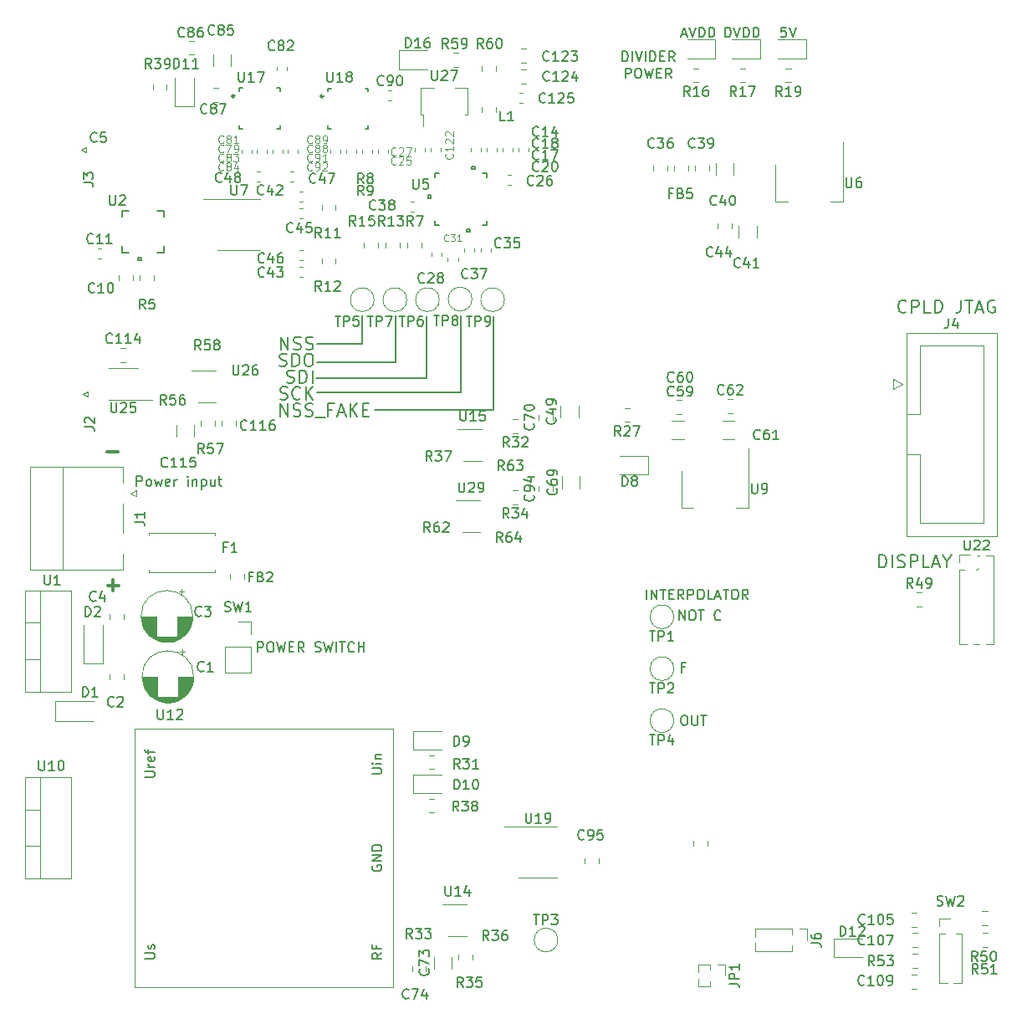
<source format=gbr>
%TF.GenerationSoftware,KiCad,Pcbnew,5.1.6-c6e7f7d~87~ubuntu20.04.1*%
%TF.CreationDate,2020-11-09T11:07:28+00:00*%
%TF.ProjectId,FrequencyCounter,46726571-7565-46e6-9379-436f756e7465,rev?*%
%TF.SameCoordinates,Original*%
%TF.FileFunction,Legend,Top*%
%TF.FilePolarity,Positive*%
%FSLAX46Y46*%
G04 Gerber Fmt 4.6, Leading zero omitted, Abs format (unit mm)*
G04 Created by KiCad (PCBNEW 5.1.6-c6e7f7d~87~ubuntu20.04.1) date 2020-11-09 11:07:28*
%MOMM*%
%LPD*%
G01*
G04 APERTURE LIST*
%ADD10C,0.150000*%
%ADD11C,0.300000*%
%ADD12C,0.200000*%
%ADD13C,0.120000*%
%ADD14C,0.250000*%
%ADD15C,0.152400*%
%ADD16C,0.100000*%
G04 APERTURE END LIST*
D10*
X103520000Y-92272380D02*
X103710476Y-92272380D01*
X103805714Y-92320000D01*
X103900952Y-92415238D01*
X103948571Y-92605714D01*
X103948571Y-92939047D01*
X103900952Y-93129523D01*
X103805714Y-93224761D01*
X103710476Y-93272380D01*
X103520000Y-93272380D01*
X103424761Y-93224761D01*
X103329523Y-93129523D01*
X103281904Y-92939047D01*
X103281904Y-92605714D01*
X103329523Y-92415238D01*
X103424761Y-92320000D01*
X103520000Y-92272380D01*
X104377142Y-92272380D02*
X104377142Y-93081904D01*
X104424761Y-93177142D01*
X104472380Y-93224761D01*
X104567619Y-93272380D01*
X104758095Y-93272380D01*
X104853333Y-93224761D01*
X104900952Y-93177142D01*
X104948571Y-93081904D01*
X104948571Y-92272380D01*
X105281904Y-92272380D02*
X105853333Y-92272380D01*
X105567619Y-93272380D02*
X105567619Y-92272380D01*
X103632857Y-87388571D02*
X103299523Y-87388571D01*
X103299523Y-87912380D02*
X103299523Y-86912380D01*
X103775714Y-86912380D01*
X103068571Y-82632380D02*
X103068571Y-81632380D01*
X103640000Y-82632380D01*
X103640000Y-81632380D01*
X104306666Y-81632380D02*
X104497142Y-81632380D01*
X104592380Y-81680000D01*
X104687619Y-81775238D01*
X104735238Y-81965714D01*
X104735238Y-82299047D01*
X104687619Y-82489523D01*
X104592380Y-82584761D01*
X104497142Y-82632380D01*
X104306666Y-82632380D01*
X104211428Y-82584761D01*
X104116190Y-82489523D01*
X104068571Y-82299047D01*
X104068571Y-81965714D01*
X104116190Y-81775238D01*
X104211428Y-81680000D01*
X104306666Y-81632380D01*
X105020952Y-81632380D02*
X105592380Y-81632380D01*
X105306666Y-82632380D02*
X105306666Y-81632380D01*
X107259047Y-82537142D02*
X107211428Y-82584761D01*
X107068571Y-82632380D01*
X106973333Y-82632380D01*
X106830476Y-82584761D01*
X106735238Y-82489523D01*
X106687619Y-82394285D01*
X106640000Y-82203809D01*
X106640000Y-82060952D01*
X106687619Y-81870476D01*
X106735238Y-81775238D01*
X106830476Y-81680000D01*
X106973333Y-81632380D01*
X107068571Y-81632380D01*
X107211428Y-81680000D01*
X107259047Y-81727619D01*
X99770952Y-80522380D02*
X99770952Y-79522380D01*
X100247142Y-80522380D02*
X100247142Y-79522380D01*
X100818571Y-80522380D01*
X100818571Y-79522380D01*
X101151904Y-79522380D02*
X101723333Y-79522380D01*
X101437619Y-80522380D02*
X101437619Y-79522380D01*
X102056666Y-79998571D02*
X102390000Y-79998571D01*
X102532857Y-80522380D02*
X102056666Y-80522380D01*
X102056666Y-79522380D01*
X102532857Y-79522380D01*
X103532857Y-80522380D02*
X103199523Y-80046190D01*
X102961428Y-80522380D02*
X102961428Y-79522380D01*
X103342380Y-79522380D01*
X103437619Y-79570000D01*
X103485238Y-79617619D01*
X103532857Y-79712857D01*
X103532857Y-79855714D01*
X103485238Y-79950952D01*
X103437619Y-79998571D01*
X103342380Y-80046190D01*
X102961428Y-80046190D01*
X103961428Y-80522380D02*
X103961428Y-79522380D01*
X104342380Y-79522380D01*
X104437619Y-79570000D01*
X104485238Y-79617619D01*
X104532857Y-79712857D01*
X104532857Y-79855714D01*
X104485238Y-79950952D01*
X104437619Y-79998571D01*
X104342380Y-80046190D01*
X103961428Y-80046190D01*
X105151904Y-79522380D02*
X105342380Y-79522380D01*
X105437619Y-79570000D01*
X105532857Y-79665238D01*
X105580476Y-79855714D01*
X105580476Y-80189047D01*
X105532857Y-80379523D01*
X105437619Y-80474761D01*
X105342380Y-80522380D01*
X105151904Y-80522380D01*
X105056666Y-80474761D01*
X104961428Y-80379523D01*
X104913809Y-80189047D01*
X104913809Y-79855714D01*
X104961428Y-79665238D01*
X105056666Y-79570000D01*
X105151904Y-79522380D01*
X106485238Y-80522380D02*
X106009047Y-80522380D01*
X106009047Y-79522380D01*
X106770952Y-80236666D02*
X107247142Y-80236666D01*
X106675714Y-80522380D02*
X107009047Y-79522380D01*
X107342380Y-80522380D01*
X107532857Y-79522380D02*
X108104285Y-79522380D01*
X107818571Y-80522380D02*
X107818571Y-79522380D01*
X108628095Y-79522380D02*
X108818571Y-79522380D01*
X108913809Y-79570000D01*
X109009047Y-79665238D01*
X109056666Y-79855714D01*
X109056666Y-80189047D01*
X109009047Y-80379523D01*
X108913809Y-80474761D01*
X108818571Y-80522380D01*
X108628095Y-80522380D01*
X108532857Y-80474761D01*
X108437619Y-80379523D01*
X108390000Y-80189047D01*
X108390000Y-79855714D01*
X108437619Y-79665238D01*
X108532857Y-79570000D01*
X108628095Y-79522380D01*
X110056666Y-80522380D02*
X109723333Y-80046190D01*
X109485238Y-80522380D02*
X109485238Y-79522380D01*
X109866190Y-79522380D01*
X109961428Y-79570000D01*
X110009047Y-79617619D01*
X110056666Y-79712857D01*
X110056666Y-79855714D01*
X110009047Y-79950952D01*
X109961428Y-79998571D01*
X109866190Y-80046190D01*
X109485238Y-80046190D01*
X60419047Y-85852380D02*
X60419047Y-84852380D01*
X60800000Y-84852380D01*
X60895238Y-84900000D01*
X60942857Y-84947619D01*
X60990476Y-85042857D01*
X60990476Y-85185714D01*
X60942857Y-85280952D01*
X60895238Y-85328571D01*
X60800000Y-85376190D01*
X60419047Y-85376190D01*
X61609523Y-84852380D02*
X61800000Y-84852380D01*
X61895238Y-84900000D01*
X61990476Y-84995238D01*
X62038095Y-85185714D01*
X62038095Y-85519047D01*
X61990476Y-85709523D01*
X61895238Y-85804761D01*
X61800000Y-85852380D01*
X61609523Y-85852380D01*
X61514285Y-85804761D01*
X61419047Y-85709523D01*
X61371428Y-85519047D01*
X61371428Y-85185714D01*
X61419047Y-84995238D01*
X61514285Y-84900000D01*
X61609523Y-84852380D01*
X62371428Y-84852380D02*
X62609523Y-85852380D01*
X62800000Y-85138095D01*
X62990476Y-85852380D01*
X63228571Y-84852380D01*
X63609523Y-85328571D02*
X63942857Y-85328571D01*
X64085714Y-85852380D02*
X63609523Y-85852380D01*
X63609523Y-84852380D01*
X64085714Y-84852380D01*
X65085714Y-85852380D02*
X64752380Y-85376190D01*
X64514285Y-85852380D02*
X64514285Y-84852380D01*
X64895238Y-84852380D01*
X64990476Y-84900000D01*
X65038095Y-84947619D01*
X65085714Y-85042857D01*
X65085714Y-85185714D01*
X65038095Y-85280952D01*
X64990476Y-85328571D01*
X64895238Y-85376190D01*
X64514285Y-85376190D01*
X66228571Y-85804761D02*
X66371428Y-85852380D01*
X66609523Y-85852380D01*
X66704761Y-85804761D01*
X66752380Y-85757142D01*
X66800000Y-85661904D01*
X66800000Y-85566666D01*
X66752380Y-85471428D01*
X66704761Y-85423809D01*
X66609523Y-85376190D01*
X66419047Y-85328571D01*
X66323809Y-85280952D01*
X66276190Y-85233333D01*
X66228571Y-85138095D01*
X66228571Y-85042857D01*
X66276190Y-84947619D01*
X66323809Y-84900000D01*
X66419047Y-84852380D01*
X66657142Y-84852380D01*
X66800000Y-84900000D01*
X67133333Y-84852380D02*
X67371428Y-85852380D01*
X67561904Y-85138095D01*
X67752380Y-85852380D01*
X67990476Y-84852380D01*
X68371428Y-85852380D02*
X68371428Y-84852380D01*
X68704761Y-84852380D02*
X69276190Y-84852380D01*
X68990476Y-85852380D02*
X68990476Y-84852380D01*
X70180952Y-85757142D02*
X70133333Y-85804761D01*
X69990476Y-85852380D01*
X69895238Y-85852380D01*
X69752380Y-85804761D01*
X69657142Y-85709523D01*
X69609523Y-85614285D01*
X69561904Y-85423809D01*
X69561904Y-85280952D01*
X69609523Y-85090476D01*
X69657142Y-84995238D01*
X69752380Y-84900000D01*
X69895238Y-84852380D01*
X69990476Y-84852380D01*
X70133333Y-84900000D01*
X70180952Y-84947619D01*
X70609523Y-85852380D02*
X70609523Y-84852380D01*
X70609523Y-85328571D02*
X71180952Y-85328571D01*
X71180952Y-85852380D02*
X71180952Y-84852380D01*
D11*
X45228571Y-79107142D02*
X46371428Y-79107142D01*
X45800000Y-79678571D02*
X45800000Y-78535714D01*
X45128571Y-65607142D02*
X46271428Y-65607142D01*
D10*
X84300000Y-61400000D02*
X84300000Y-51900000D01*
X72300000Y-61400000D02*
X84300000Y-61400000D01*
X81000000Y-59600000D02*
X81000000Y-51800000D01*
X66400000Y-59600000D02*
X81000000Y-59600000D01*
X77500000Y-58100000D02*
X77500000Y-51900000D01*
X66300000Y-58100000D02*
X77500000Y-58100000D01*
X74400000Y-56500000D02*
X74400000Y-51800000D01*
X74100000Y-56500000D02*
X74400000Y-56500000D01*
X66400000Y-56500000D02*
X74100000Y-56500000D01*
X71000000Y-54700000D02*
X66375000Y-54700000D01*
X71000000Y-51775000D02*
X71000000Y-54700000D01*
D12*
X62721190Y-62013095D02*
X62721190Y-60713095D01*
X63464047Y-62013095D01*
X63464047Y-60713095D01*
X64021190Y-61951190D02*
X64206904Y-62013095D01*
X64516428Y-62013095D01*
X64640238Y-61951190D01*
X64702142Y-61889285D01*
X64764047Y-61765476D01*
X64764047Y-61641666D01*
X64702142Y-61517857D01*
X64640238Y-61455952D01*
X64516428Y-61394047D01*
X64268809Y-61332142D01*
X64145000Y-61270238D01*
X64083095Y-61208333D01*
X64021190Y-61084523D01*
X64021190Y-60960714D01*
X64083095Y-60836904D01*
X64145000Y-60775000D01*
X64268809Y-60713095D01*
X64578333Y-60713095D01*
X64764047Y-60775000D01*
X65259285Y-61951190D02*
X65445000Y-62013095D01*
X65754523Y-62013095D01*
X65878333Y-61951190D01*
X65940238Y-61889285D01*
X66002142Y-61765476D01*
X66002142Y-61641666D01*
X65940238Y-61517857D01*
X65878333Y-61455952D01*
X65754523Y-61394047D01*
X65506904Y-61332142D01*
X65383095Y-61270238D01*
X65321190Y-61208333D01*
X65259285Y-61084523D01*
X65259285Y-60960714D01*
X65321190Y-60836904D01*
X65383095Y-60775000D01*
X65506904Y-60713095D01*
X65816428Y-60713095D01*
X66002142Y-60775000D01*
X66249761Y-62136904D02*
X67240238Y-62136904D01*
X67983095Y-61332142D02*
X67549761Y-61332142D01*
X67549761Y-62013095D02*
X67549761Y-60713095D01*
X68168809Y-60713095D01*
X68602142Y-61641666D02*
X69221190Y-61641666D01*
X68478333Y-62013095D02*
X68911666Y-60713095D01*
X69345000Y-62013095D01*
X69778333Y-62013095D02*
X69778333Y-60713095D01*
X70521190Y-62013095D02*
X69964047Y-61270238D01*
X70521190Y-60713095D02*
X69778333Y-61455952D01*
X71078333Y-61332142D02*
X71511666Y-61332142D01*
X71697380Y-62013095D02*
X71078333Y-62013095D01*
X71078333Y-60713095D01*
X71697380Y-60713095D01*
X62679523Y-60263690D02*
X62865238Y-60325595D01*
X63174761Y-60325595D01*
X63298571Y-60263690D01*
X63360476Y-60201785D01*
X63422380Y-60077976D01*
X63422380Y-59954166D01*
X63360476Y-59830357D01*
X63298571Y-59768452D01*
X63174761Y-59706547D01*
X62927142Y-59644642D01*
X62803333Y-59582738D01*
X62741428Y-59520833D01*
X62679523Y-59397023D01*
X62679523Y-59273214D01*
X62741428Y-59149404D01*
X62803333Y-59087500D01*
X62927142Y-59025595D01*
X63236666Y-59025595D01*
X63422380Y-59087500D01*
X64722380Y-60201785D02*
X64660476Y-60263690D01*
X64474761Y-60325595D01*
X64350952Y-60325595D01*
X64165238Y-60263690D01*
X64041428Y-60139880D01*
X63979523Y-60016071D01*
X63917619Y-59768452D01*
X63917619Y-59582738D01*
X63979523Y-59335119D01*
X64041428Y-59211309D01*
X64165238Y-59087500D01*
X64350952Y-59025595D01*
X64474761Y-59025595D01*
X64660476Y-59087500D01*
X64722380Y-59149404D01*
X65279523Y-60325595D02*
X65279523Y-59025595D01*
X66022380Y-60325595D02*
X65465238Y-59582738D01*
X66022380Y-59025595D02*
X65279523Y-59768452D01*
X63360476Y-58576190D02*
X63546190Y-58638095D01*
X63855714Y-58638095D01*
X63979523Y-58576190D01*
X64041428Y-58514285D01*
X64103333Y-58390476D01*
X64103333Y-58266666D01*
X64041428Y-58142857D01*
X63979523Y-58080952D01*
X63855714Y-58019047D01*
X63608095Y-57957142D01*
X63484285Y-57895238D01*
X63422380Y-57833333D01*
X63360476Y-57709523D01*
X63360476Y-57585714D01*
X63422380Y-57461904D01*
X63484285Y-57400000D01*
X63608095Y-57338095D01*
X63917619Y-57338095D01*
X64103333Y-57400000D01*
X64660476Y-58638095D02*
X64660476Y-57338095D01*
X64970000Y-57338095D01*
X65155714Y-57400000D01*
X65279523Y-57523809D01*
X65341428Y-57647619D01*
X65403333Y-57895238D01*
X65403333Y-58080952D01*
X65341428Y-58328571D01*
X65279523Y-58452380D01*
X65155714Y-58576190D01*
X64970000Y-58638095D01*
X64660476Y-58638095D01*
X65960476Y-58638095D02*
X65960476Y-57338095D01*
X62617619Y-56888690D02*
X62803333Y-56950595D01*
X63112857Y-56950595D01*
X63236666Y-56888690D01*
X63298571Y-56826785D01*
X63360476Y-56702976D01*
X63360476Y-56579166D01*
X63298571Y-56455357D01*
X63236666Y-56393452D01*
X63112857Y-56331547D01*
X62865238Y-56269642D01*
X62741428Y-56207738D01*
X62679523Y-56145833D01*
X62617619Y-56022023D01*
X62617619Y-55898214D01*
X62679523Y-55774404D01*
X62741428Y-55712500D01*
X62865238Y-55650595D01*
X63174761Y-55650595D01*
X63360476Y-55712500D01*
X63917619Y-56950595D02*
X63917619Y-55650595D01*
X64227142Y-55650595D01*
X64412857Y-55712500D01*
X64536666Y-55836309D01*
X64598571Y-55960119D01*
X64660476Y-56207738D01*
X64660476Y-56393452D01*
X64598571Y-56641071D01*
X64536666Y-56764880D01*
X64412857Y-56888690D01*
X64227142Y-56950595D01*
X63917619Y-56950595D01*
X65465238Y-55650595D02*
X65712857Y-55650595D01*
X65836666Y-55712500D01*
X65960476Y-55836309D01*
X66022380Y-56083928D01*
X66022380Y-56517261D01*
X65960476Y-56764880D01*
X65836666Y-56888690D01*
X65712857Y-56950595D01*
X65465238Y-56950595D01*
X65341428Y-56888690D01*
X65217619Y-56764880D01*
X65155714Y-56517261D01*
X65155714Y-56083928D01*
X65217619Y-55836309D01*
X65341428Y-55712500D01*
X65465238Y-55650595D01*
X62741428Y-55263095D02*
X62741428Y-53963095D01*
X63484285Y-55263095D01*
X63484285Y-53963095D01*
X64041428Y-55201190D02*
X64227142Y-55263095D01*
X64536666Y-55263095D01*
X64660476Y-55201190D01*
X64722380Y-55139285D01*
X64784285Y-55015476D01*
X64784285Y-54891666D01*
X64722380Y-54767857D01*
X64660476Y-54705952D01*
X64536666Y-54644047D01*
X64289047Y-54582142D01*
X64165238Y-54520238D01*
X64103333Y-54458333D01*
X64041428Y-54334523D01*
X64041428Y-54210714D01*
X64103333Y-54086904D01*
X64165238Y-54025000D01*
X64289047Y-53963095D01*
X64598571Y-53963095D01*
X64784285Y-54025000D01*
X65279523Y-55201190D02*
X65465238Y-55263095D01*
X65774761Y-55263095D01*
X65898571Y-55201190D01*
X65960476Y-55139285D01*
X66022380Y-55015476D01*
X66022380Y-54891666D01*
X65960476Y-54767857D01*
X65898571Y-54705952D01*
X65774761Y-54644047D01*
X65527142Y-54582142D01*
X65403333Y-54520238D01*
X65341428Y-54458333D01*
X65279523Y-54334523D01*
X65279523Y-54210714D01*
X65341428Y-54086904D01*
X65403333Y-54025000D01*
X65527142Y-53963095D01*
X65836666Y-53963095D01*
X66022380Y-54025000D01*
X123340476Y-77313095D02*
X123340476Y-76013095D01*
X123650000Y-76013095D01*
X123835714Y-76075000D01*
X123959523Y-76198809D01*
X124021428Y-76322619D01*
X124083333Y-76570238D01*
X124083333Y-76755952D01*
X124021428Y-77003571D01*
X123959523Y-77127380D01*
X123835714Y-77251190D01*
X123650000Y-77313095D01*
X123340476Y-77313095D01*
X124640476Y-77313095D02*
X124640476Y-76013095D01*
X125197619Y-77251190D02*
X125383333Y-77313095D01*
X125692857Y-77313095D01*
X125816666Y-77251190D01*
X125878571Y-77189285D01*
X125940476Y-77065476D01*
X125940476Y-76941666D01*
X125878571Y-76817857D01*
X125816666Y-76755952D01*
X125692857Y-76694047D01*
X125445238Y-76632142D01*
X125321428Y-76570238D01*
X125259523Y-76508333D01*
X125197619Y-76384523D01*
X125197619Y-76260714D01*
X125259523Y-76136904D01*
X125321428Y-76075000D01*
X125445238Y-76013095D01*
X125754761Y-76013095D01*
X125940476Y-76075000D01*
X126497619Y-77313095D02*
X126497619Y-76013095D01*
X126992857Y-76013095D01*
X127116666Y-76075000D01*
X127178571Y-76136904D01*
X127240476Y-76260714D01*
X127240476Y-76446428D01*
X127178571Y-76570238D01*
X127116666Y-76632142D01*
X126992857Y-76694047D01*
X126497619Y-76694047D01*
X128416666Y-77313095D02*
X127797619Y-77313095D01*
X127797619Y-76013095D01*
X128788095Y-76941666D02*
X129407142Y-76941666D01*
X128664285Y-77313095D02*
X129097619Y-76013095D01*
X129530952Y-77313095D01*
X130211904Y-76694047D02*
X130211904Y-77313095D01*
X129778571Y-76013095D02*
X130211904Y-76694047D01*
X130645238Y-76013095D01*
X126058333Y-51414285D02*
X125996428Y-51476190D01*
X125810714Y-51538095D01*
X125686904Y-51538095D01*
X125501190Y-51476190D01*
X125377380Y-51352380D01*
X125315476Y-51228571D01*
X125253571Y-50980952D01*
X125253571Y-50795238D01*
X125315476Y-50547619D01*
X125377380Y-50423809D01*
X125501190Y-50300000D01*
X125686904Y-50238095D01*
X125810714Y-50238095D01*
X125996428Y-50300000D01*
X126058333Y-50361904D01*
X126615476Y-51538095D02*
X126615476Y-50238095D01*
X127110714Y-50238095D01*
X127234523Y-50300000D01*
X127296428Y-50361904D01*
X127358333Y-50485714D01*
X127358333Y-50671428D01*
X127296428Y-50795238D01*
X127234523Y-50857142D01*
X127110714Y-50919047D01*
X126615476Y-50919047D01*
X128534523Y-51538095D02*
X127915476Y-51538095D01*
X127915476Y-50238095D01*
X128967857Y-51538095D02*
X128967857Y-50238095D01*
X129277380Y-50238095D01*
X129463095Y-50300000D01*
X129586904Y-50423809D01*
X129648809Y-50547619D01*
X129710714Y-50795238D01*
X129710714Y-50980952D01*
X129648809Y-51228571D01*
X129586904Y-51352380D01*
X129463095Y-51476190D01*
X129277380Y-51538095D01*
X128967857Y-51538095D01*
X131629761Y-50238095D02*
X131629761Y-51166666D01*
X131567857Y-51352380D01*
X131444047Y-51476190D01*
X131258333Y-51538095D01*
X131134523Y-51538095D01*
X132063095Y-50238095D02*
X132805952Y-50238095D01*
X132434523Y-51538095D02*
X132434523Y-50238095D01*
X133177380Y-51166666D02*
X133796428Y-51166666D01*
X133053571Y-51538095D02*
X133486904Y-50238095D01*
X133920238Y-51538095D01*
X135034523Y-50300000D02*
X134910714Y-50238095D01*
X134725000Y-50238095D01*
X134539285Y-50300000D01*
X134415476Y-50423809D01*
X134353571Y-50547619D01*
X134291666Y-50795238D01*
X134291666Y-50980952D01*
X134353571Y-51228571D01*
X134415476Y-51352380D01*
X134539285Y-51476190D01*
X134725000Y-51538095D01*
X134848809Y-51538095D01*
X135034523Y-51476190D01*
X135096428Y-51414285D01*
X135096428Y-50980952D01*
X134848809Y-50980952D01*
D10*
X113909523Y-22627380D02*
X113433333Y-22627380D01*
X113385714Y-23103571D01*
X113433333Y-23055952D01*
X113528571Y-23008333D01*
X113766666Y-23008333D01*
X113861904Y-23055952D01*
X113909523Y-23103571D01*
X113957142Y-23198809D01*
X113957142Y-23436904D01*
X113909523Y-23532142D01*
X113861904Y-23579761D01*
X113766666Y-23627380D01*
X113528571Y-23627380D01*
X113433333Y-23579761D01*
X113385714Y-23532142D01*
X114242857Y-22627380D02*
X114576190Y-23627380D01*
X114909523Y-22627380D01*
X107734523Y-23627380D02*
X107734523Y-22627380D01*
X107972619Y-22627380D01*
X108115476Y-22675000D01*
X108210714Y-22770238D01*
X108258333Y-22865476D01*
X108305952Y-23055952D01*
X108305952Y-23198809D01*
X108258333Y-23389285D01*
X108210714Y-23484523D01*
X108115476Y-23579761D01*
X107972619Y-23627380D01*
X107734523Y-23627380D01*
X108591666Y-22627380D02*
X108925000Y-23627380D01*
X109258333Y-22627380D01*
X109591666Y-23627380D02*
X109591666Y-22627380D01*
X109829761Y-22627380D01*
X109972619Y-22675000D01*
X110067857Y-22770238D01*
X110115476Y-22865476D01*
X110163095Y-23055952D01*
X110163095Y-23198809D01*
X110115476Y-23389285D01*
X110067857Y-23484523D01*
X109972619Y-23579761D01*
X109829761Y-23627380D01*
X109591666Y-23627380D01*
X110591666Y-23627380D02*
X110591666Y-22627380D01*
X110829761Y-22627380D01*
X110972619Y-22675000D01*
X111067857Y-22770238D01*
X111115476Y-22865476D01*
X111163095Y-23055952D01*
X111163095Y-23198809D01*
X111115476Y-23389285D01*
X111067857Y-23484523D01*
X110972619Y-23579761D01*
X110829761Y-23627380D01*
X110591666Y-23627380D01*
X103333333Y-23341666D02*
X103809523Y-23341666D01*
X103238095Y-23627380D02*
X103571428Y-22627380D01*
X103904761Y-23627380D01*
X104095238Y-22627380D02*
X104428571Y-23627380D01*
X104761904Y-22627380D01*
X105095238Y-23627380D02*
X105095238Y-22627380D01*
X105333333Y-22627380D01*
X105476190Y-22675000D01*
X105571428Y-22770238D01*
X105619047Y-22865476D01*
X105666666Y-23055952D01*
X105666666Y-23198809D01*
X105619047Y-23389285D01*
X105571428Y-23484523D01*
X105476190Y-23579761D01*
X105333333Y-23627380D01*
X105095238Y-23627380D01*
X106095238Y-23627380D02*
X106095238Y-22627380D01*
X106333333Y-22627380D01*
X106476190Y-22675000D01*
X106571428Y-22770238D01*
X106619047Y-22865476D01*
X106666666Y-23055952D01*
X106666666Y-23198809D01*
X106619047Y-23389285D01*
X106571428Y-23484523D01*
X106476190Y-23579761D01*
X106333333Y-23627380D01*
X106095238Y-23627380D01*
D12*
X97330952Y-26077380D02*
X97330952Y-25077380D01*
X97569047Y-25077380D01*
X97711904Y-25125000D01*
X97807142Y-25220238D01*
X97854761Y-25315476D01*
X97902380Y-25505952D01*
X97902380Y-25648809D01*
X97854761Y-25839285D01*
X97807142Y-25934523D01*
X97711904Y-26029761D01*
X97569047Y-26077380D01*
X97330952Y-26077380D01*
X98330952Y-26077380D02*
X98330952Y-25077380D01*
X98664285Y-25077380D02*
X98997619Y-26077380D01*
X99330952Y-25077380D01*
X99664285Y-26077380D02*
X99664285Y-25077380D01*
X100140476Y-26077380D02*
X100140476Y-25077380D01*
X100378571Y-25077380D01*
X100521428Y-25125000D01*
X100616666Y-25220238D01*
X100664285Y-25315476D01*
X100711904Y-25505952D01*
X100711904Y-25648809D01*
X100664285Y-25839285D01*
X100616666Y-25934523D01*
X100521428Y-26029761D01*
X100378571Y-26077380D01*
X100140476Y-26077380D01*
X101140476Y-25553571D02*
X101473809Y-25553571D01*
X101616666Y-26077380D02*
X101140476Y-26077380D01*
X101140476Y-25077380D01*
X101616666Y-25077380D01*
X102616666Y-26077380D02*
X102283333Y-25601190D01*
X102045238Y-26077380D02*
X102045238Y-25077380D01*
X102426190Y-25077380D01*
X102521428Y-25125000D01*
X102569047Y-25172619D01*
X102616666Y-25267857D01*
X102616666Y-25410714D01*
X102569047Y-25505952D01*
X102521428Y-25553571D01*
X102426190Y-25601190D01*
X102045238Y-25601190D01*
X97640476Y-27777380D02*
X97640476Y-26777380D01*
X98021428Y-26777380D01*
X98116666Y-26825000D01*
X98164285Y-26872619D01*
X98211904Y-26967857D01*
X98211904Y-27110714D01*
X98164285Y-27205952D01*
X98116666Y-27253571D01*
X98021428Y-27301190D01*
X97640476Y-27301190D01*
X98830952Y-26777380D02*
X99021428Y-26777380D01*
X99116666Y-26825000D01*
X99211904Y-26920238D01*
X99259523Y-27110714D01*
X99259523Y-27444047D01*
X99211904Y-27634523D01*
X99116666Y-27729761D01*
X99021428Y-27777380D01*
X98830952Y-27777380D01*
X98735714Y-27729761D01*
X98640476Y-27634523D01*
X98592857Y-27444047D01*
X98592857Y-27110714D01*
X98640476Y-26920238D01*
X98735714Y-26825000D01*
X98830952Y-26777380D01*
X99592857Y-26777380D02*
X99830952Y-27777380D01*
X100021428Y-27063095D01*
X100211904Y-27777380D01*
X100450000Y-26777380D01*
X100830952Y-27253571D02*
X101164285Y-27253571D01*
X101307142Y-27777380D02*
X100830952Y-27777380D01*
X100830952Y-26777380D01*
X101307142Y-26777380D01*
X102307142Y-27777380D02*
X101973809Y-27301190D01*
X101735714Y-27777380D02*
X101735714Y-26777380D01*
X102116666Y-26777380D01*
X102211904Y-26825000D01*
X102259523Y-26872619D01*
X102307142Y-26967857D01*
X102307142Y-27110714D01*
X102259523Y-27205952D01*
X102211904Y-27253571D01*
X102116666Y-27301190D01*
X101735714Y-27301190D01*
D13*
%TO.C,C94*%
X88890000Y-69586252D02*
X88890000Y-69063748D01*
X90310000Y-69586252D02*
X90310000Y-69063748D01*
%TO.C,U6*%
X119660000Y-34300000D02*
X119660000Y-40310000D01*
X112840000Y-36550000D02*
X112840000Y-40310000D01*
X119660000Y-40310000D02*
X118400000Y-40310000D01*
X112840000Y-40310000D02*
X114100000Y-40310000D01*
D14*
%TO.C,U17*%
X58068935Y-29590000D02*
G75*
G03*
X58068935Y-29590000I-125000J0D01*
G01*
D10*
X58550001Y-28790001D02*
X58855359Y-28790001D01*
X62344641Y-28790001D02*
X62650000Y-28790001D01*
X62650000Y-32890000D02*
X62650000Y-32584641D01*
X62650000Y-29095359D02*
X62650000Y-28790001D01*
X58550001Y-32890000D02*
X58855359Y-32890000D01*
X62344641Y-32890000D02*
X62650000Y-32890000D01*
X58550001Y-32890000D02*
X58550001Y-32584641D01*
X58550001Y-29095359D02*
X58550001Y-28790001D01*
D15*
%TO.C,U2*%
X48665499Y-45908798D02*
X48665499Y-46162798D01*
X48284499Y-45908798D02*
X48665499Y-45908798D01*
X48284499Y-46162798D02*
X48284499Y-45908798D01*
X48665499Y-46162798D02*
X48284499Y-46162798D01*
X50927000Y-41842661D02*
X50927000Y-41173000D01*
X50257339Y-45427000D02*
X50927000Y-45427000D01*
X46673000Y-44757339D02*
X46673000Y-45427000D01*
X47342661Y-41173000D02*
X46673000Y-41173000D01*
X50927000Y-41173000D02*
X50257339Y-41173000D01*
X50927000Y-45427000D02*
X50927000Y-44757339D01*
X46673000Y-45427000D02*
X47342661Y-45427000D01*
X46673000Y-41173000D02*
X46673000Y-41842661D01*
D13*
%TO.C,U7*%
X58500000Y-39990000D02*
X54900000Y-39990000D01*
X58500000Y-39990000D02*
X60700000Y-39990000D01*
X58500000Y-45210000D02*
X56300000Y-45210000D01*
X58500000Y-45210000D02*
X60700000Y-45210000D01*
%TO.C,R40*%
X55888748Y-30210000D02*
X56411252Y-30210000D01*
X55888748Y-28790000D02*
X56411252Y-28790000D01*
%TO.C,C48*%
X60671267Y-38210000D02*
X60328733Y-38210000D01*
X60671267Y-37190000D02*
X60328733Y-37190000D01*
%TO.C,C47*%
X63728733Y-37190000D02*
X64071267Y-37190000D01*
X63728733Y-38210000D02*
X64071267Y-38210000D01*
%TO.C,C43*%
X64971267Y-47910000D02*
X64628733Y-47910000D01*
X64971267Y-46890000D02*
X64628733Y-46890000D01*
%TO.C,C42*%
X64971267Y-40310000D02*
X64628733Y-40310000D01*
X64971267Y-39290000D02*
X64628733Y-39290000D01*
%TO.C,C37*%
X82370000Y-44988733D02*
X82370000Y-45331267D01*
X81350000Y-44988733D02*
X81350000Y-45331267D01*
%TO.C,C28*%
X79035000Y-45478733D02*
X79035000Y-45821267D01*
X78015000Y-45478733D02*
X78015000Y-45821267D01*
%TO.C,C25*%
X77890000Y-35171267D02*
X77890000Y-34828733D01*
X78910000Y-35171267D02*
X78910000Y-34828733D01*
%TO.C,C17*%
X85190000Y-35171267D02*
X85190000Y-34828733D01*
X86210000Y-35171267D02*
X86210000Y-34828733D01*
%TO.C,C14*%
X81990000Y-35171267D02*
X81990000Y-34828733D01*
X83010000Y-35171267D02*
X83010000Y-34828733D01*
%TO.C,C1*%
X53047000Y-85797225D02*
X52547000Y-85797225D01*
X52797000Y-85547225D02*
X52797000Y-86047225D01*
X51606000Y-90953000D02*
X51038000Y-90953000D01*
X51840000Y-90913000D02*
X50804000Y-90913000D01*
X51999000Y-90873000D02*
X50645000Y-90873000D01*
X52127000Y-90833000D02*
X50517000Y-90833000D01*
X52237000Y-90793000D02*
X50407000Y-90793000D01*
X52333000Y-90753000D02*
X50311000Y-90753000D01*
X52420000Y-90713000D02*
X50224000Y-90713000D01*
X52500000Y-90673000D02*
X50144000Y-90673000D01*
X52573000Y-90633000D02*
X50071000Y-90633000D01*
X52641000Y-90593000D02*
X50003000Y-90593000D01*
X52705000Y-90553000D02*
X49939000Y-90553000D01*
X52765000Y-90513000D02*
X49879000Y-90513000D01*
X52822000Y-90473000D02*
X49822000Y-90473000D01*
X52876000Y-90433000D02*
X49768000Y-90433000D01*
X52927000Y-90393000D02*
X49717000Y-90393000D01*
X50282000Y-90353000D02*
X49669000Y-90353000D01*
X52975000Y-90353000D02*
X52362000Y-90353000D01*
X50282000Y-90313000D02*
X49623000Y-90313000D01*
X53021000Y-90313000D02*
X52362000Y-90313000D01*
X50282000Y-90273000D02*
X49579000Y-90273000D01*
X53065000Y-90273000D02*
X52362000Y-90273000D01*
X50282000Y-90233000D02*
X49537000Y-90233000D01*
X53107000Y-90233000D02*
X52362000Y-90233000D01*
X50282000Y-90193000D02*
X49496000Y-90193000D01*
X53148000Y-90193000D02*
X52362000Y-90193000D01*
X50282000Y-90153000D02*
X49458000Y-90153000D01*
X53186000Y-90153000D02*
X52362000Y-90153000D01*
X50282000Y-90113000D02*
X49421000Y-90113000D01*
X53223000Y-90113000D02*
X52362000Y-90113000D01*
X50282000Y-90073000D02*
X49385000Y-90073000D01*
X53259000Y-90073000D02*
X52362000Y-90073000D01*
X50282000Y-90033000D02*
X49351000Y-90033000D01*
X53293000Y-90033000D02*
X52362000Y-90033000D01*
X50282000Y-89993000D02*
X49318000Y-89993000D01*
X53326000Y-89993000D02*
X52362000Y-89993000D01*
X50282000Y-89953000D02*
X49287000Y-89953000D01*
X53357000Y-89953000D02*
X52362000Y-89953000D01*
X50282000Y-89913000D02*
X49257000Y-89913000D01*
X53387000Y-89913000D02*
X52362000Y-89913000D01*
X50282000Y-89873000D02*
X49227000Y-89873000D01*
X53417000Y-89873000D02*
X52362000Y-89873000D01*
X50282000Y-89833000D02*
X49200000Y-89833000D01*
X53444000Y-89833000D02*
X52362000Y-89833000D01*
X50282000Y-89793000D02*
X49173000Y-89793000D01*
X53471000Y-89793000D02*
X52362000Y-89793000D01*
X50282000Y-89753000D02*
X49147000Y-89753000D01*
X53497000Y-89753000D02*
X52362000Y-89753000D01*
X50282000Y-89713000D02*
X49122000Y-89713000D01*
X53522000Y-89713000D02*
X52362000Y-89713000D01*
X50282000Y-89673000D02*
X49098000Y-89673000D01*
X53546000Y-89673000D02*
X52362000Y-89673000D01*
X50282000Y-89633000D02*
X49075000Y-89633000D01*
X53569000Y-89633000D02*
X52362000Y-89633000D01*
X50282000Y-89593000D02*
X49054000Y-89593000D01*
X53590000Y-89593000D02*
X52362000Y-89593000D01*
X50282000Y-89553000D02*
X49032000Y-89553000D01*
X53612000Y-89553000D02*
X52362000Y-89553000D01*
X50282000Y-89513000D02*
X49012000Y-89513000D01*
X53632000Y-89513000D02*
X52362000Y-89513000D01*
X50282000Y-89473000D02*
X48993000Y-89473000D01*
X53651000Y-89473000D02*
X52362000Y-89473000D01*
X50282000Y-89433000D02*
X48974000Y-89433000D01*
X53670000Y-89433000D02*
X52362000Y-89433000D01*
X50282000Y-89393000D02*
X48957000Y-89393000D01*
X53687000Y-89393000D02*
X52362000Y-89393000D01*
X50282000Y-89353000D02*
X48940000Y-89353000D01*
X53704000Y-89353000D02*
X52362000Y-89353000D01*
X50282000Y-89313000D02*
X48924000Y-89313000D01*
X53720000Y-89313000D02*
X52362000Y-89313000D01*
X50282000Y-89273000D02*
X48908000Y-89273000D01*
X53736000Y-89273000D02*
X52362000Y-89273000D01*
X50282000Y-89233000D02*
X48894000Y-89233000D01*
X53750000Y-89233000D02*
X52362000Y-89233000D01*
X50282000Y-89193000D02*
X48880000Y-89193000D01*
X53764000Y-89193000D02*
X52362000Y-89193000D01*
X50282000Y-89153000D02*
X48867000Y-89153000D01*
X53777000Y-89153000D02*
X52362000Y-89153000D01*
X50282000Y-89113000D02*
X48854000Y-89113000D01*
X53790000Y-89113000D02*
X52362000Y-89113000D01*
X50282000Y-89073000D02*
X48842000Y-89073000D01*
X53802000Y-89073000D02*
X52362000Y-89073000D01*
X50282000Y-89032000D02*
X48831000Y-89032000D01*
X53813000Y-89032000D02*
X52362000Y-89032000D01*
X50282000Y-88992000D02*
X48821000Y-88992000D01*
X53823000Y-88992000D02*
X52362000Y-88992000D01*
X50282000Y-88952000D02*
X48811000Y-88952000D01*
X53833000Y-88952000D02*
X52362000Y-88952000D01*
X50282000Y-88912000D02*
X48802000Y-88912000D01*
X53842000Y-88912000D02*
X52362000Y-88912000D01*
X50282000Y-88872000D02*
X48794000Y-88872000D01*
X53850000Y-88872000D02*
X52362000Y-88872000D01*
X50282000Y-88832000D02*
X48786000Y-88832000D01*
X53858000Y-88832000D02*
X52362000Y-88832000D01*
X50282000Y-88792000D02*
X48779000Y-88792000D01*
X53865000Y-88792000D02*
X52362000Y-88792000D01*
X50282000Y-88752000D02*
X48772000Y-88752000D01*
X53872000Y-88752000D02*
X52362000Y-88752000D01*
X50282000Y-88712000D02*
X48766000Y-88712000D01*
X53878000Y-88712000D02*
X52362000Y-88712000D01*
X50282000Y-88672000D02*
X48761000Y-88672000D01*
X53883000Y-88672000D02*
X52362000Y-88672000D01*
X50282000Y-88632000D02*
X48757000Y-88632000D01*
X53887000Y-88632000D02*
X52362000Y-88632000D01*
X50282000Y-88592000D02*
X48753000Y-88592000D01*
X53891000Y-88592000D02*
X52362000Y-88592000D01*
X50282000Y-88552000D02*
X48749000Y-88552000D01*
X53895000Y-88552000D02*
X52362000Y-88552000D01*
X50282000Y-88512000D02*
X48746000Y-88512000D01*
X53898000Y-88512000D02*
X52362000Y-88512000D01*
X50282000Y-88472000D02*
X48744000Y-88472000D01*
X53900000Y-88472000D02*
X52362000Y-88472000D01*
X50282000Y-88432000D02*
X48743000Y-88432000D01*
X53901000Y-88432000D02*
X52362000Y-88432000D01*
X53902000Y-88392000D02*
X52362000Y-88392000D01*
X50282000Y-88392000D02*
X48742000Y-88392000D01*
X53902000Y-88352000D02*
X52362000Y-88352000D01*
X50282000Y-88352000D02*
X48742000Y-88352000D01*
X53942000Y-88352000D02*
G75*
G03*
X53942000Y-88352000I-2620000J0D01*
G01*
%TO.C,C2*%
X45412000Y-88090748D02*
X45412000Y-88613252D01*
X46832000Y-88090748D02*
X46832000Y-88613252D01*
%TO.C,C3*%
X53842000Y-82252000D02*
G75*
G03*
X53842000Y-82252000I-2620000J0D01*
G01*
X50182000Y-82252000D02*
X48642000Y-82252000D01*
X53802000Y-82252000D02*
X52262000Y-82252000D01*
X50182000Y-82292000D02*
X48642000Y-82292000D01*
X53802000Y-82292000D02*
X52262000Y-82292000D01*
X53801000Y-82332000D02*
X52262000Y-82332000D01*
X50182000Y-82332000D02*
X48643000Y-82332000D01*
X53800000Y-82372000D02*
X52262000Y-82372000D01*
X50182000Y-82372000D02*
X48644000Y-82372000D01*
X53798000Y-82412000D02*
X52262000Y-82412000D01*
X50182000Y-82412000D02*
X48646000Y-82412000D01*
X53795000Y-82452000D02*
X52262000Y-82452000D01*
X50182000Y-82452000D02*
X48649000Y-82452000D01*
X53791000Y-82492000D02*
X52262000Y-82492000D01*
X50182000Y-82492000D02*
X48653000Y-82492000D01*
X53787000Y-82532000D02*
X52262000Y-82532000D01*
X50182000Y-82532000D02*
X48657000Y-82532000D01*
X53783000Y-82572000D02*
X52262000Y-82572000D01*
X50182000Y-82572000D02*
X48661000Y-82572000D01*
X53778000Y-82612000D02*
X52262000Y-82612000D01*
X50182000Y-82612000D02*
X48666000Y-82612000D01*
X53772000Y-82652000D02*
X52262000Y-82652000D01*
X50182000Y-82652000D02*
X48672000Y-82652000D01*
X53765000Y-82692000D02*
X52262000Y-82692000D01*
X50182000Y-82692000D02*
X48679000Y-82692000D01*
X53758000Y-82732000D02*
X52262000Y-82732000D01*
X50182000Y-82732000D02*
X48686000Y-82732000D01*
X53750000Y-82772000D02*
X52262000Y-82772000D01*
X50182000Y-82772000D02*
X48694000Y-82772000D01*
X53742000Y-82812000D02*
X52262000Y-82812000D01*
X50182000Y-82812000D02*
X48702000Y-82812000D01*
X53733000Y-82852000D02*
X52262000Y-82852000D01*
X50182000Y-82852000D02*
X48711000Y-82852000D01*
X53723000Y-82892000D02*
X52262000Y-82892000D01*
X50182000Y-82892000D02*
X48721000Y-82892000D01*
X53713000Y-82932000D02*
X52262000Y-82932000D01*
X50182000Y-82932000D02*
X48731000Y-82932000D01*
X53702000Y-82973000D02*
X52262000Y-82973000D01*
X50182000Y-82973000D02*
X48742000Y-82973000D01*
X53690000Y-83013000D02*
X52262000Y-83013000D01*
X50182000Y-83013000D02*
X48754000Y-83013000D01*
X53677000Y-83053000D02*
X52262000Y-83053000D01*
X50182000Y-83053000D02*
X48767000Y-83053000D01*
X53664000Y-83093000D02*
X52262000Y-83093000D01*
X50182000Y-83093000D02*
X48780000Y-83093000D01*
X53650000Y-83133000D02*
X52262000Y-83133000D01*
X50182000Y-83133000D02*
X48794000Y-83133000D01*
X53636000Y-83173000D02*
X52262000Y-83173000D01*
X50182000Y-83173000D02*
X48808000Y-83173000D01*
X53620000Y-83213000D02*
X52262000Y-83213000D01*
X50182000Y-83213000D02*
X48824000Y-83213000D01*
X53604000Y-83253000D02*
X52262000Y-83253000D01*
X50182000Y-83253000D02*
X48840000Y-83253000D01*
X53587000Y-83293000D02*
X52262000Y-83293000D01*
X50182000Y-83293000D02*
X48857000Y-83293000D01*
X53570000Y-83333000D02*
X52262000Y-83333000D01*
X50182000Y-83333000D02*
X48874000Y-83333000D01*
X53551000Y-83373000D02*
X52262000Y-83373000D01*
X50182000Y-83373000D02*
X48893000Y-83373000D01*
X53532000Y-83413000D02*
X52262000Y-83413000D01*
X50182000Y-83413000D02*
X48912000Y-83413000D01*
X53512000Y-83453000D02*
X52262000Y-83453000D01*
X50182000Y-83453000D02*
X48932000Y-83453000D01*
X53490000Y-83493000D02*
X52262000Y-83493000D01*
X50182000Y-83493000D02*
X48954000Y-83493000D01*
X53469000Y-83533000D02*
X52262000Y-83533000D01*
X50182000Y-83533000D02*
X48975000Y-83533000D01*
X53446000Y-83573000D02*
X52262000Y-83573000D01*
X50182000Y-83573000D02*
X48998000Y-83573000D01*
X53422000Y-83613000D02*
X52262000Y-83613000D01*
X50182000Y-83613000D02*
X49022000Y-83613000D01*
X53397000Y-83653000D02*
X52262000Y-83653000D01*
X50182000Y-83653000D02*
X49047000Y-83653000D01*
X53371000Y-83693000D02*
X52262000Y-83693000D01*
X50182000Y-83693000D02*
X49073000Y-83693000D01*
X53344000Y-83733000D02*
X52262000Y-83733000D01*
X50182000Y-83733000D02*
X49100000Y-83733000D01*
X53317000Y-83773000D02*
X52262000Y-83773000D01*
X50182000Y-83773000D02*
X49127000Y-83773000D01*
X53287000Y-83813000D02*
X52262000Y-83813000D01*
X50182000Y-83813000D02*
X49157000Y-83813000D01*
X53257000Y-83853000D02*
X52262000Y-83853000D01*
X50182000Y-83853000D02*
X49187000Y-83853000D01*
X53226000Y-83893000D02*
X52262000Y-83893000D01*
X50182000Y-83893000D02*
X49218000Y-83893000D01*
X53193000Y-83933000D02*
X52262000Y-83933000D01*
X50182000Y-83933000D02*
X49251000Y-83933000D01*
X53159000Y-83973000D02*
X52262000Y-83973000D01*
X50182000Y-83973000D02*
X49285000Y-83973000D01*
X53123000Y-84013000D02*
X52262000Y-84013000D01*
X50182000Y-84013000D02*
X49321000Y-84013000D01*
X53086000Y-84053000D02*
X52262000Y-84053000D01*
X50182000Y-84053000D02*
X49358000Y-84053000D01*
X53048000Y-84093000D02*
X52262000Y-84093000D01*
X50182000Y-84093000D02*
X49396000Y-84093000D01*
X53007000Y-84133000D02*
X52262000Y-84133000D01*
X50182000Y-84133000D02*
X49437000Y-84133000D01*
X52965000Y-84173000D02*
X52262000Y-84173000D01*
X50182000Y-84173000D02*
X49479000Y-84173000D01*
X52921000Y-84213000D02*
X52262000Y-84213000D01*
X50182000Y-84213000D02*
X49523000Y-84213000D01*
X52875000Y-84253000D02*
X52262000Y-84253000D01*
X50182000Y-84253000D02*
X49569000Y-84253000D01*
X52827000Y-84293000D02*
X49617000Y-84293000D01*
X52776000Y-84333000D02*
X49668000Y-84333000D01*
X52722000Y-84373000D02*
X49722000Y-84373000D01*
X52665000Y-84413000D02*
X49779000Y-84413000D01*
X52605000Y-84453000D02*
X49839000Y-84453000D01*
X52541000Y-84493000D02*
X49903000Y-84493000D01*
X52473000Y-84533000D02*
X49971000Y-84533000D01*
X52400000Y-84573000D02*
X50044000Y-84573000D01*
X52320000Y-84613000D02*
X50124000Y-84613000D01*
X52233000Y-84653000D02*
X50211000Y-84653000D01*
X52137000Y-84693000D02*
X50307000Y-84693000D01*
X52027000Y-84733000D02*
X50417000Y-84733000D01*
X51899000Y-84773000D02*
X50545000Y-84773000D01*
X51740000Y-84813000D02*
X50704000Y-84813000D01*
X51506000Y-84853000D02*
X50938000Y-84853000D01*
X52697000Y-79447225D02*
X52697000Y-79947225D01*
X52947000Y-79697225D02*
X52447000Y-79697225D01*
%TO.C,C4*%
X45462000Y-81990748D02*
X45462000Y-82513252D01*
X46882000Y-81990748D02*
X46882000Y-82513252D01*
%TO.C,C10*%
X46390000Y-48261252D02*
X46390000Y-47738748D01*
X47810000Y-48261252D02*
X47810000Y-47738748D01*
%TO.C,C11*%
X44228733Y-46010000D02*
X44571267Y-46010000D01*
X44228733Y-44990000D02*
X44571267Y-44990000D01*
%TO.C,C18*%
X84610000Y-35171267D02*
X84610000Y-34828733D01*
X83590000Y-35171267D02*
X83590000Y-34828733D01*
%TO.C,C26*%
X85728733Y-38610000D02*
X86071267Y-38610000D01*
X85728733Y-37590000D02*
X86071267Y-37590000D01*
%TO.C,C27*%
X77310000Y-35171267D02*
X77310000Y-34828733D01*
X76290000Y-35171267D02*
X76290000Y-34828733D01*
%TO.C,C31*%
X80685000Y-45953733D02*
X80685000Y-46296267D01*
X79665000Y-45953733D02*
X79665000Y-46296267D01*
%TO.C,C35*%
X84070000Y-44978733D02*
X84070000Y-45321267D01*
X83050000Y-44978733D02*
X83050000Y-45321267D01*
%TO.C,C36*%
X100490000Y-36638748D02*
X100490000Y-37161252D01*
X101910000Y-36638748D02*
X101910000Y-37161252D01*
%TO.C,C38*%
X76271267Y-41310000D02*
X75928733Y-41310000D01*
X76271267Y-40290000D02*
X75928733Y-40290000D01*
%TO.C,C39*%
X106110000Y-37161252D02*
X106110000Y-36638748D01*
X104690000Y-37161252D02*
X104690000Y-36638748D01*
%TO.C,C40*%
X106790000Y-37602064D02*
X106790000Y-36397936D01*
X108610000Y-37602064D02*
X108610000Y-36397936D01*
%TO.C,C41*%
X109090000Y-42697936D02*
X109090000Y-43902064D01*
X110910000Y-42697936D02*
X110910000Y-43902064D01*
%TO.C,C44*%
X106990000Y-42438748D02*
X106990000Y-42961252D01*
X108410000Y-42438748D02*
X108410000Y-42961252D01*
%TO.C,C45*%
X64971267Y-40990000D02*
X64628733Y-40990000D01*
X64971267Y-42010000D02*
X64628733Y-42010000D01*
%TO.C,C46*%
X64971267Y-46210000D02*
X64628733Y-46210000D01*
X64971267Y-45190000D02*
X64628733Y-45190000D01*
%TO.C,C59*%
X103552064Y-64310000D02*
X102347936Y-64310000D01*
X103552064Y-62490000D02*
X102347936Y-62490000D01*
%TO.C,C60*%
X103361252Y-60340000D02*
X102838748Y-60340000D01*
X103361252Y-61760000D02*
X102838748Y-61760000D01*
%TO.C,C61*%
X107497936Y-62490000D02*
X108702064Y-62490000D01*
X107497936Y-64310000D02*
X108702064Y-64310000D01*
%TO.C,C62*%
X107988748Y-60290000D02*
X108511252Y-60290000D01*
X107988748Y-61710000D02*
X108511252Y-61710000D01*
%TO.C,C73*%
X80050000Y-117910064D02*
X80050000Y-116705936D01*
X78230000Y-117910064D02*
X78230000Y-116705936D01*
%TO.C,C74*%
X76030000Y-118169252D02*
X76030000Y-117646748D01*
X77450000Y-118169252D02*
X77450000Y-117646748D01*
%TO.C,C79*%
X60350000Y-35003733D02*
X60350000Y-35346267D01*
X61370000Y-35003733D02*
X61370000Y-35346267D01*
%TO.C,C81*%
X59810000Y-35028733D02*
X59810000Y-35371267D01*
X58790000Y-35028733D02*
X58790000Y-35371267D01*
%TO.C,C82*%
X62340000Y-26971267D02*
X62340000Y-26628733D01*
X63360000Y-26971267D02*
X63360000Y-26628733D01*
%TO.C,C83*%
X62910000Y-34998733D02*
X62910000Y-35341267D01*
X61890000Y-34998733D02*
X61890000Y-35341267D01*
%TO.C,C84*%
X63490000Y-35028733D02*
X63490000Y-35371267D01*
X64510000Y-35028733D02*
X64510000Y-35371267D01*
%TO.C,C85*%
X55890000Y-26602064D02*
X55890000Y-25397936D01*
X57710000Y-26602064D02*
X57710000Y-25397936D01*
%TO.C,C86*%
X53986252Y-23990000D02*
X53463748Y-23990000D01*
X53986252Y-25410000D02*
X53463748Y-25410000D01*
%TO.C,C88*%
X70410000Y-35028733D02*
X70410000Y-35371267D01*
X69390000Y-35028733D02*
X69390000Y-35371267D01*
%TO.C,C89*%
X67790000Y-35028733D02*
X67790000Y-35371267D01*
X68810000Y-35028733D02*
X68810000Y-35371267D01*
%TO.C,C90*%
X73628733Y-28990000D02*
X73971267Y-28990000D01*
X73628733Y-30010000D02*
X73971267Y-30010000D01*
%TO.C,C91*%
X70990000Y-35028733D02*
X70990000Y-35371267D01*
X72010000Y-35028733D02*
X72010000Y-35371267D01*
%TO.C,C92*%
X72590000Y-35028733D02*
X72590000Y-35371267D01*
X73610000Y-35028733D02*
X73610000Y-35371267D01*
%TO.C,C95*%
X94910000Y-107261252D02*
X94910000Y-106738748D01*
X93490000Y-107261252D02*
X93490000Y-106738748D01*
%TO.C,C105*%
X127161252Y-113660000D02*
X126638748Y-113660000D01*
X127161252Y-112240000D02*
X126638748Y-112240000D01*
%TO.C,C107*%
X127186252Y-114290000D02*
X126663748Y-114290000D01*
X127186252Y-115710000D02*
X126663748Y-115710000D01*
%TO.C,C109*%
X127161252Y-119910000D02*
X126638748Y-119910000D01*
X127161252Y-118490000D02*
X126638748Y-118490000D01*
%TO.C,C114*%
X46538748Y-55090000D02*
X47061252Y-55090000D01*
X46538748Y-56510000D02*
X47061252Y-56510000D01*
%TO.C,C115*%
X54010000Y-64102064D02*
X54010000Y-62897936D01*
X52190000Y-64102064D02*
X52190000Y-62897936D01*
%TO.C,C116*%
X56790000Y-62961252D02*
X56790000Y-62438748D01*
X58210000Y-62961252D02*
X58210000Y-62438748D01*
%TO.C,C123*%
X87561252Y-26210000D02*
X87038748Y-26210000D01*
X87561252Y-24790000D02*
X87038748Y-24790000D01*
%TO.C,C124*%
X87561252Y-28310000D02*
X87038748Y-28310000D01*
X87561252Y-26890000D02*
X87038748Y-26890000D01*
%TO.C,C125*%
X87271267Y-30310000D02*
X86928733Y-30310000D01*
X87271267Y-29290000D02*
X86928733Y-29290000D01*
%TO.C,D1*%
X39914000Y-90852000D02*
X39914000Y-92852000D01*
X39914000Y-92852000D02*
X43814000Y-92852000D01*
X39914000Y-90852000D02*
X43814000Y-90852000D01*
%TO.C,D2*%
X42772000Y-87052000D02*
X42772000Y-83152000D01*
X44772000Y-87052000D02*
X44772000Y-83152000D01*
X42772000Y-87052000D02*
X44772000Y-87052000D01*
%TO.C,D3*%
X103900000Y-25760000D02*
X106760000Y-25760000D01*
X106760000Y-25760000D02*
X106760000Y-23840000D01*
X106760000Y-23840000D02*
X103900000Y-23840000D01*
%TO.C,D4*%
X111260000Y-23840000D02*
X108400000Y-23840000D01*
X111260000Y-25760000D02*
X111260000Y-23840000D01*
X108400000Y-25760000D02*
X111260000Y-25760000D01*
%TO.C,D5*%
X115935000Y-23840000D02*
X113075000Y-23840000D01*
X115935000Y-25760000D02*
X115935000Y-23840000D01*
X113075000Y-25760000D02*
X115935000Y-25760000D01*
%TO.C,D8*%
X97055000Y-67900000D02*
X99915000Y-67900000D01*
X99915000Y-67900000D02*
X99915000Y-65980000D01*
X99915000Y-65980000D02*
X97055000Y-65980000D01*
%TO.C,D9*%
X76180000Y-95768000D02*
X79040000Y-95768000D01*
X76180000Y-93848000D02*
X76180000Y-95768000D01*
X79040000Y-93848000D02*
X76180000Y-93848000D01*
%TO.C,D10*%
X79040000Y-98248000D02*
X76180000Y-98248000D01*
X76180000Y-98248000D02*
X76180000Y-100168000D01*
X76180000Y-100168000D02*
X79040000Y-100168000D01*
%TO.C,D11*%
X53960000Y-30585000D02*
X53960000Y-27725000D01*
X52040000Y-30585000D02*
X53960000Y-30585000D01*
X52040000Y-27725000D02*
X52040000Y-30585000D01*
%TO.C,D12*%
X118740000Y-116760000D02*
X121600000Y-116760000D01*
X118740000Y-114840000D02*
X118740000Y-116760000D01*
X121600000Y-114840000D02*
X118740000Y-114840000D01*
%TO.C,D16*%
X74740000Y-26860000D02*
X77600000Y-26860000D01*
X74740000Y-24940000D02*
X74740000Y-26860000D01*
X77600000Y-24940000D02*
X74740000Y-24940000D01*
%TO.C,FB2*%
X57590000Y-78436252D02*
X57590000Y-77913748D01*
X59010000Y-78436252D02*
X59010000Y-77913748D01*
%TO.C,FB5*%
X102590000Y-36638748D02*
X102590000Y-37161252D01*
X104010000Y-36638748D02*
X104010000Y-37161252D01*
%TO.C,J2*%
X43190000Y-59510000D02*
X42690000Y-59760000D01*
X43190000Y-60010000D02*
X43190000Y-59510000D01*
X42690000Y-59760000D02*
X43190000Y-60010000D01*
%TO.C,J3*%
X42560000Y-35000000D02*
X43060000Y-35250000D01*
X43060000Y-35250000D02*
X43060000Y-34750000D01*
X43060000Y-34750000D02*
X42560000Y-35000000D01*
%TO.C,J4*%
X124720000Y-59250000D02*
X125720000Y-58750000D01*
X124720000Y-58250000D02*
X124720000Y-59250000D01*
X125720000Y-58750000D02*
X124720000Y-58250000D01*
X127420000Y-65880000D02*
X126110000Y-65880000D01*
X127420000Y-65880000D02*
X127420000Y-65880000D01*
X127420000Y-72820000D02*
X127420000Y-65880000D01*
X133920000Y-72820000D02*
X127420000Y-72820000D01*
X133920000Y-54840000D02*
X133920000Y-72820000D01*
X127420000Y-54840000D02*
X133920000Y-54840000D01*
X127420000Y-61780000D02*
X127420000Y-54840000D01*
X126110000Y-61780000D02*
X127420000Y-61780000D01*
X126110000Y-74120000D02*
X126110000Y-53540000D01*
X135230000Y-74120000D02*
X126110000Y-74120000D01*
X135230000Y-53540000D02*
X135230000Y-74120000D01*
X126110000Y-53540000D02*
X135230000Y-53540000D01*
%TO.C,J6*%
X116060000Y-113890000D02*
X116060000Y-115000000D01*
X115300000Y-113890000D02*
X116060000Y-113890000D01*
X114540000Y-115563471D02*
X114540000Y-116110000D01*
X114540000Y-113890000D02*
X114540000Y-114436529D01*
X114540000Y-116110000D02*
X110795000Y-116110000D01*
X114540000Y-113890000D02*
X110795000Y-113890000D01*
X110795000Y-115307530D02*
X110795000Y-116110000D01*
X110795000Y-113890000D02*
X110795000Y-114692470D01*
%TO.C,JP1*%
X107760000Y-117490000D02*
X107760000Y-118600000D01*
X107000000Y-117490000D02*
X107760000Y-117490000D01*
X106240000Y-119163471D02*
X106240000Y-119710000D01*
X106240000Y-117490000D02*
X106240000Y-118036529D01*
X106240000Y-119710000D02*
X105035000Y-119710000D01*
X106240000Y-117490000D02*
X105035000Y-117490000D01*
X105035000Y-118907530D02*
X105035000Y-119710000D01*
X105035000Y-117490000D02*
X105035000Y-118292470D01*
%TO.C,L1*%
X83090000Y-30713748D02*
X83090000Y-31236252D01*
X84510000Y-30713748D02*
X84510000Y-31236252D01*
%TO.C,R5*%
X48490000Y-47738748D02*
X48490000Y-48261252D01*
X49910000Y-47738748D02*
X49910000Y-48261252D01*
%TO.C,R7*%
X77010000Y-44438748D02*
X77010000Y-44961252D01*
X75590000Y-44438748D02*
X75590000Y-44961252D01*
%TO.C,R11*%
X66890000Y-41161252D02*
X66890000Y-40638748D01*
X68310000Y-41161252D02*
X68310000Y-40638748D01*
%TO.C,R12*%
X68310000Y-46561252D02*
X68310000Y-46038748D01*
X66890000Y-46561252D02*
X66890000Y-46038748D01*
%TO.C,R13*%
X74810000Y-44438748D02*
X74810000Y-44961252D01*
X73390000Y-44438748D02*
X73390000Y-44961252D01*
%TO.C,R15*%
X72610000Y-44438748D02*
X72610000Y-44961252D01*
X71190000Y-44438748D02*
X71190000Y-44961252D01*
%TO.C,R16*%
X105061252Y-28210000D02*
X104538748Y-28210000D01*
X105061252Y-26790000D02*
X104538748Y-26790000D01*
%TO.C,R17*%
X109761252Y-28210000D02*
X109238748Y-28210000D01*
X109761252Y-26790000D02*
X109238748Y-26790000D01*
%TO.C,R19*%
X114386252Y-28210000D02*
X113863748Y-28210000D01*
X114386252Y-26790000D02*
X113863748Y-26790000D01*
%TO.C,R27*%
X98071252Y-61150000D02*
X97548748Y-61150000D01*
X98071252Y-62570000D02*
X97548748Y-62570000D01*
%TO.C,R31*%
X77778748Y-96298000D02*
X78301252Y-96298000D01*
X77778748Y-97718000D02*
X78301252Y-97718000D01*
%TO.C,R35*%
X80730000Y-116969252D02*
X80730000Y-116446748D01*
X82150000Y-116969252D02*
X82150000Y-116446748D01*
%TO.C,R38*%
X77778748Y-100698000D02*
X78301252Y-100698000D01*
X77778748Y-102118000D02*
X78301252Y-102118000D01*
%TO.C,R39*%
X51210000Y-28438748D02*
X51210000Y-28961252D01*
X49790000Y-28438748D02*
X49790000Y-28961252D01*
%TO.C,R48*%
X105960000Y-104988748D02*
X105960000Y-105511252D01*
X104540000Y-104988748D02*
X104540000Y-105511252D01*
%TO.C,R49*%
X127113748Y-81260000D02*
X127636252Y-81260000D01*
X127113748Y-79840000D02*
X127636252Y-79840000D01*
%TO.C,R50*%
X134286252Y-112090000D02*
X133763748Y-112090000D01*
X134286252Y-113510000D02*
X133763748Y-113510000D01*
%TO.C,R51*%
X134336252Y-115685000D02*
X133813748Y-115685000D01*
X134336252Y-114265000D02*
X133813748Y-114265000D01*
%TO.C,R53*%
X126663748Y-117810000D02*
X127186252Y-117810000D01*
X126663748Y-116390000D02*
X127186252Y-116390000D01*
%TO.C,R57*%
X54690000Y-62961252D02*
X54690000Y-62438748D01*
X56110000Y-62961252D02*
X56110000Y-62438748D01*
%TO.C,R59*%
X80761252Y-26610000D02*
X80238748Y-26610000D01*
X80761252Y-25190000D02*
X80238748Y-25190000D01*
%TO.C,R60*%
X83090000Y-26538748D02*
X83090000Y-27061252D01*
X84510000Y-26538748D02*
X84510000Y-27061252D01*
%TO.C,SW1*%
X58420000Y-82744000D02*
X59750000Y-82744000D01*
X59750000Y-82744000D02*
X59750000Y-84074000D01*
X59750000Y-85344000D02*
X59750000Y-87944000D01*
X57090000Y-87944000D02*
X59750000Y-87944000D01*
X57090000Y-85344000D02*
X57090000Y-87944000D01*
X57090000Y-85344000D02*
X59750000Y-85344000D01*
%TO.C,TP1*%
X102546000Y-82296000D02*
G75*
G03*
X102546000Y-82296000I-1200000J0D01*
G01*
%TO.C,TP2*%
X102546000Y-87548000D02*
G75*
G03*
X102546000Y-87548000I-1200000J0D01*
G01*
%TO.C,TP3*%
X90800000Y-115000000D02*
G75*
G03*
X90800000Y-115000000I-1200000J0D01*
G01*
%TO.C,TP4*%
X102546000Y-92800000D02*
G75*
G03*
X102546000Y-92800000I-1200000J0D01*
G01*
%TO.C,TP5*%
X72200000Y-50200000D02*
G75*
G03*
X72200000Y-50200000I-1200000J0D01*
G01*
%TO.C,TP6*%
X78800000Y-50200000D02*
G75*
G03*
X78800000Y-50200000I-1200000J0D01*
G01*
%TO.C,TP7*%
X75500000Y-50200000D02*
G75*
G03*
X75500000Y-50200000I-1200000J0D01*
G01*
%TO.C,TP8*%
X82100000Y-50140000D02*
G75*
G03*
X82100000Y-50140000I-1200000J0D01*
G01*
%TO.C,TP9*%
X85400000Y-50200000D02*
G75*
G03*
X85400000Y-50200000I-1200000J0D01*
G01*
%TO.C,U1*%
X36852000Y-82891000D02*
X38362000Y-82891000D01*
X36852000Y-86592000D02*
X38362000Y-86592000D01*
X38362000Y-89862000D02*
X38362000Y-79622000D01*
X36852000Y-79622000D02*
X41493000Y-79622000D01*
X36852000Y-89862000D02*
X41493000Y-89862000D01*
X41493000Y-89862000D02*
X41493000Y-79622000D01*
X36852000Y-89862000D02*
X36852000Y-79622000D01*
D15*
%TO.C,U5*%
X81559501Y-43058800D02*
X81940501Y-43058800D01*
X81559501Y-43312800D02*
X81559501Y-43058800D01*
X81940501Y-43312800D02*
X81559501Y-43312800D01*
X81940501Y-43058800D02*
X81940501Y-43312800D01*
X77941200Y-39940501D02*
X77687200Y-39940501D01*
X77941200Y-39559500D02*
X77941200Y-39940501D01*
X77687200Y-39559500D02*
X77941200Y-39559500D01*
X77687200Y-39940501D02*
X77687200Y-39559500D01*
X82059500Y-36941200D02*
X82440500Y-36941200D01*
X82059500Y-36687200D02*
X82059500Y-36941200D01*
X82440500Y-36687200D02*
X82059500Y-36687200D01*
X82440500Y-36941200D02*
X82440500Y-36687200D01*
X83207339Y-42627000D02*
X83627000Y-42627000D01*
X78373000Y-42207339D02*
X78373000Y-42627000D01*
X78792661Y-37373000D02*
X78373000Y-37373000D01*
X83627000Y-37792661D02*
X83627000Y-37373000D01*
X83627000Y-42627000D02*
X83627000Y-42207339D01*
X78373000Y-42627000D02*
X78792661Y-42627000D01*
X78373000Y-37373000D02*
X78373000Y-37792661D01*
X83627000Y-37373000D02*
X83207339Y-37373000D01*
D13*
%TO.C,U9*%
X110110000Y-65250000D02*
X110110000Y-71260000D01*
X103290000Y-67500000D02*
X103290000Y-71260000D01*
X110110000Y-71260000D02*
X108850000Y-71260000D01*
X103290000Y-71260000D02*
X104550000Y-71260000D01*
%TO.C,U10*%
X36862000Y-108768000D02*
X36862000Y-98528000D01*
X41503000Y-108768000D02*
X41503000Y-98528000D01*
X36862000Y-108768000D02*
X41503000Y-108768000D01*
X36862000Y-98528000D02*
X41503000Y-98528000D01*
X38372000Y-108768000D02*
X38372000Y-98528000D01*
X36862000Y-105498000D02*
X38372000Y-105498000D01*
X36862000Y-101797000D02*
X38372000Y-101797000D01*
D10*
%TO.C,U18*%
X67520001Y-29115359D02*
X67520001Y-28810001D01*
X67520001Y-32910000D02*
X67520001Y-32604641D01*
X71314641Y-32910000D02*
X71620000Y-32910000D01*
X67520001Y-32910000D02*
X67825359Y-32910000D01*
X71620000Y-29115359D02*
X71620000Y-28810001D01*
X71620000Y-32910000D02*
X71620000Y-32604641D01*
X71314641Y-28810001D02*
X71620000Y-28810001D01*
X67520001Y-28810001D02*
X67825359Y-28810001D01*
D14*
X67038935Y-29610000D02*
G75*
G03*
X67038935Y-29610000I-125000J0D01*
G01*
D13*
%TO.C,U19*%
X88795001Y-103535001D02*
X85345001Y-103535001D01*
X88795001Y-103535001D02*
X90745001Y-103535001D01*
X88795001Y-108655001D02*
X86845001Y-108655001D01*
X88795001Y-108655001D02*
X90745001Y-108655001D01*
%TO.C,U25*%
X46800000Y-60310000D02*
X49725000Y-60310000D01*
X46800000Y-60310000D02*
X45300000Y-60310000D01*
X46800000Y-57090000D02*
X48300000Y-57090000D01*
X46800000Y-57090000D02*
X45300000Y-57090000D01*
%TO.C,U27*%
X81660000Y-31510000D02*
X81430000Y-31510000D01*
X76940000Y-31510000D02*
X77170000Y-31510000D01*
X76940000Y-31510000D02*
X76940000Y-28790000D01*
X76940000Y-28790000D02*
X78250000Y-28790000D01*
X77170000Y-32650000D02*
X77170000Y-31510000D01*
X81660000Y-28790000D02*
X81660000Y-31510000D01*
X80350000Y-28790000D02*
X81660000Y-28790000D01*
%TO.C,C20*%
X86790000Y-35171267D02*
X86790000Y-34828733D01*
X87810000Y-35171267D02*
X87810000Y-34828733D01*
%TO.C,U12*%
X47924000Y-93608000D02*
X47924000Y-119808000D01*
X47924000Y-119808000D02*
X74124000Y-119808000D01*
X74124000Y-119808000D02*
X74124000Y-93608000D01*
X74124000Y-93608000D02*
X47924000Y-93608000D01*
%TO.C,F1*%
X56130000Y-77760000D02*
X49410000Y-77760000D01*
X49410000Y-77760000D02*
X49410000Y-77560000D01*
X56130000Y-77760000D02*
X56130000Y-77560000D01*
X56130000Y-73840000D02*
X49410000Y-73840000D01*
X49410000Y-74040000D02*
X49410000Y-73840000D01*
X56130000Y-74040000D02*
X56130000Y-73840000D01*
%TO.C,SW2*%
X131660001Y-114380001D02*
X131660001Y-119395001D01*
X129440001Y-114380001D02*
X129440001Y-119395001D01*
X130857531Y-119395001D02*
X131660001Y-119395001D01*
X131113472Y-114380001D02*
X131660001Y-114380001D01*
X129440001Y-114380001D02*
X129986530Y-114380001D01*
X129440001Y-119395001D02*
X130242471Y-119395001D01*
X129440001Y-112860001D02*
X130550001Y-112860001D01*
X129440001Y-113620001D02*
X129440001Y-112860001D01*
%TO.C,U22*%
X131420000Y-76015000D02*
X132550000Y-76015000D01*
X131420000Y-76775000D02*
X131420000Y-76015000D01*
X134127530Y-76080000D02*
X134950000Y-76080000D01*
X133310000Y-76080000D02*
X133512470Y-76080000D01*
X133310000Y-76211529D02*
X133310000Y-76080000D01*
X133310000Y-77481529D02*
X133310000Y-77338471D01*
X133113471Y-77535000D02*
X133256529Y-77535000D01*
X131420000Y-77535000D02*
X131986529Y-77535000D01*
X134950000Y-76080000D02*
X134950000Y-85090000D01*
X131420000Y-77535000D02*
X131420000Y-85090000D01*
X132857530Y-85090000D02*
X133512470Y-85090000D01*
X134127530Y-85090000D02*
X134950000Y-85090000D01*
X131420000Y-85090000D02*
X132242470Y-85090000D01*
%TO.C,U14*%
X81540000Y-111365000D02*
X79090000Y-111365000D01*
X79740000Y-114585000D02*
X81540000Y-114585000D01*
%TO.C,U26*%
X56200000Y-57340000D02*
X53750000Y-57340000D01*
X54400000Y-60560000D02*
X56200000Y-60560000D01*
%TO.C,J1*%
X48100000Y-69500000D02*
X48100000Y-70100000D01*
X47500000Y-69800000D02*
X48100000Y-69500000D01*
X48100000Y-70100000D02*
X47500000Y-69800000D01*
X40700000Y-67150000D02*
X40700000Y-77530000D01*
X46810000Y-70850000D02*
X46810000Y-73830000D01*
X46810000Y-77530000D02*
X46810000Y-75930000D01*
X46810000Y-67150000D02*
X46810000Y-68750000D01*
X37390000Y-77530000D02*
X46810000Y-77530000D01*
X37390000Y-67150000D02*
X37390000Y-77530000D01*
X46810000Y-67150000D02*
X37390000Y-67150000D01*
%TO.C,C49*%
X91090000Y-62114564D02*
X91090000Y-60910436D01*
X92910000Y-62114564D02*
X92910000Y-60910436D01*
%TO.C,C69*%
X93010000Y-69289564D02*
X93010000Y-68085436D01*
X91190000Y-69289564D02*
X91190000Y-68085436D01*
%TO.C,C70*%
X90310000Y-62361252D02*
X90310000Y-61838748D01*
X88890000Y-62361252D02*
X88890000Y-61838748D01*
%TO.C,R32*%
X86761252Y-63710000D02*
X86238748Y-63710000D01*
X86761252Y-62290000D02*
X86238748Y-62290000D01*
%TO.C,R34*%
X86736252Y-69490000D02*
X86213748Y-69490000D01*
X86736252Y-70910000D02*
X86213748Y-70910000D01*
%TO.C,U15*%
X81270000Y-66520000D02*
X83070000Y-66520000D01*
X83070000Y-63300000D02*
X80620000Y-63300000D01*
%TO.C,U29*%
X82920000Y-70530000D02*
X80470000Y-70530000D01*
X81120000Y-73750000D02*
X82920000Y-73750000D01*
%TO.C,C94*%
D10*
X88307142Y-69967857D02*
X88354761Y-70015476D01*
X88402380Y-70158333D01*
X88402380Y-70253571D01*
X88354761Y-70396428D01*
X88259523Y-70491666D01*
X88164285Y-70539285D01*
X87973809Y-70586904D01*
X87830952Y-70586904D01*
X87640476Y-70539285D01*
X87545238Y-70491666D01*
X87450000Y-70396428D01*
X87402380Y-70253571D01*
X87402380Y-70158333D01*
X87450000Y-70015476D01*
X87497619Y-69967857D01*
X88402380Y-69491666D02*
X88402380Y-69301190D01*
X88354761Y-69205952D01*
X88307142Y-69158333D01*
X88164285Y-69063095D01*
X87973809Y-69015476D01*
X87592857Y-69015476D01*
X87497619Y-69063095D01*
X87450000Y-69110714D01*
X87402380Y-69205952D01*
X87402380Y-69396428D01*
X87450000Y-69491666D01*
X87497619Y-69539285D01*
X87592857Y-69586904D01*
X87830952Y-69586904D01*
X87926190Y-69539285D01*
X87973809Y-69491666D01*
X88021428Y-69396428D01*
X88021428Y-69205952D01*
X87973809Y-69110714D01*
X87926190Y-69063095D01*
X87830952Y-69015476D01*
X87735714Y-68158333D02*
X88402380Y-68158333D01*
X87354761Y-68396428D02*
X88069047Y-68634523D01*
X88069047Y-68015476D01*
%TO.C,U6*%
X119988095Y-37852380D02*
X119988095Y-38661904D01*
X120035714Y-38757142D01*
X120083333Y-38804761D01*
X120178571Y-38852380D01*
X120369047Y-38852380D01*
X120464285Y-38804761D01*
X120511904Y-38757142D01*
X120559523Y-38661904D01*
X120559523Y-37852380D01*
X121464285Y-37852380D02*
X121273809Y-37852380D01*
X121178571Y-37900000D01*
X121130952Y-37947619D01*
X121035714Y-38090476D01*
X120988095Y-38280952D01*
X120988095Y-38661904D01*
X121035714Y-38757142D01*
X121083333Y-38804761D01*
X121178571Y-38852380D01*
X121369047Y-38852380D01*
X121464285Y-38804761D01*
X121511904Y-38757142D01*
X121559523Y-38661904D01*
X121559523Y-38423809D01*
X121511904Y-38328571D01*
X121464285Y-38280952D01*
X121369047Y-38233333D01*
X121178571Y-38233333D01*
X121083333Y-38280952D01*
X121035714Y-38328571D01*
X120988095Y-38423809D01*
%TO.C,U17*%
X58479530Y-27136315D02*
X58479530Y-27945839D01*
X58527149Y-28041077D01*
X58574768Y-28088696D01*
X58670006Y-28136315D01*
X58860482Y-28136315D01*
X58955720Y-28088696D01*
X59003339Y-28041077D01*
X59050958Y-27945839D01*
X59050958Y-27136315D01*
X60050958Y-28136315D02*
X59479530Y-28136315D01*
X59765244Y-28136315D02*
X59765244Y-27136315D01*
X59670006Y-27279173D01*
X59574768Y-27374411D01*
X59479530Y-27422030D01*
X60384292Y-27136315D02*
X61050958Y-27136315D01*
X60622387Y-28136315D01*
%TO.C,U2*%
X45438095Y-39627380D02*
X45438095Y-40436904D01*
X45485714Y-40532142D01*
X45533333Y-40579761D01*
X45628571Y-40627380D01*
X45819047Y-40627380D01*
X45914285Y-40579761D01*
X45961904Y-40532142D01*
X46009523Y-40436904D01*
X46009523Y-39627380D01*
X46438095Y-39722619D02*
X46485714Y-39675000D01*
X46580952Y-39627380D01*
X46819047Y-39627380D01*
X46914285Y-39675000D01*
X46961904Y-39722619D01*
X47009523Y-39817857D01*
X47009523Y-39913095D01*
X46961904Y-40055952D01*
X46390476Y-40627380D01*
X47009523Y-40627380D01*
%TO.C,U7*%
X57738095Y-38602380D02*
X57738095Y-39411904D01*
X57785714Y-39507142D01*
X57833333Y-39554761D01*
X57928571Y-39602380D01*
X58119047Y-39602380D01*
X58214285Y-39554761D01*
X58261904Y-39507142D01*
X58309523Y-39411904D01*
X58309523Y-38602380D01*
X58690476Y-38602380D02*
X59357142Y-38602380D01*
X58928571Y-39602380D01*
%TO.C,C87*%
X55272142Y-31287142D02*
X55224523Y-31334761D01*
X55081666Y-31382380D01*
X54986428Y-31382380D01*
X54843571Y-31334761D01*
X54748333Y-31239523D01*
X54700714Y-31144285D01*
X54653095Y-30953809D01*
X54653095Y-30810952D01*
X54700714Y-30620476D01*
X54748333Y-30525238D01*
X54843571Y-30430000D01*
X54986428Y-30382380D01*
X55081666Y-30382380D01*
X55224523Y-30430000D01*
X55272142Y-30477619D01*
X55843571Y-30810952D02*
X55748333Y-30763333D01*
X55700714Y-30715714D01*
X55653095Y-30620476D01*
X55653095Y-30572857D01*
X55700714Y-30477619D01*
X55748333Y-30430000D01*
X55843571Y-30382380D01*
X56034047Y-30382380D01*
X56129285Y-30430000D01*
X56176904Y-30477619D01*
X56224523Y-30572857D01*
X56224523Y-30620476D01*
X56176904Y-30715714D01*
X56129285Y-30763333D01*
X56034047Y-30810952D01*
X55843571Y-30810952D01*
X55748333Y-30858571D01*
X55700714Y-30906190D01*
X55653095Y-31001428D01*
X55653095Y-31191904D01*
X55700714Y-31287142D01*
X55748333Y-31334761D01*
X55843571Y-31382380D01*
X56034047Y-31382380D01*
X56129285Y-31334761D01*
X56176904Y-31287142D01*
X56224523Y-31191904D01*
X56224523Y-31001428D01*
X56176904Y-30906190D01*
X56129285Y-30858571D01*
X56034047Y-30810952D01*
X56557857Y-30382380D02*
X57224523Y-30382380D01*
X56795952Y-31382380D01*
%TO.C,C48*%
X56757142Y-38232142D02*
X56709523Y-38279761D01*
X56566666Y-38327380D01*
X56471428Y-38327380D01*
X56328571Y-38279761D01*
X56233333Y-38184523D01*
X56185714Y-38089285D01*
X56138095Y-37898809D01*
X56138095Y-37755952D01*
X56185714Y-37565476D01*
X56233333Y-37470238D01*
X56328571Y-37375000D01*
X56471428Y-37327380D01*
X56566666Y-37327380D01*
X56709523Y-37375000D01*
X56757142Y-37422619D01*
X57614285Y-37660714D02*
X57614285Y-38327380D01*
X57376190Y-37279761D02*
X57138095Y-37994047D01*
X57757142Y-37994047D01*
X58280952Y-37755952D02*
X58185714Y-37708333D01*
X58138095Y-37660714D01*
X58090476Y-37565476D01*
X58090476Y-37517857D01*
X58138095Y-37422619D01*
X58185714Y-37375000D01*
X58280952Y-37327380D01*
X58471428Y-37327380D01*
X58566666Y-37375000D01*
X58614285Y-37422619D01*
X58661904Y-37517857D01*
X58661904Y-37565476D01*
X58614285Y-37660714D01*
X58566666Y-37708333D01*
X58471428Y-37755952D01*
X58280952Y-37755952D01*
X58185714Y-37803571D01*
X58138095Y-37851190D01*
X58090476Y-37946428D01*
X58090476Y-38136904D01*
X58138095Y-38232142D01*
X58185714Y-38279761D01*
X58280952Y-38327380D01*
X58471428Y-38327380D01*
X58566666Y-38279761D01*
X58614285Y-38232142D01*
X58661904Y-38136904D01*
X58661904Y-37946428D01*
X58614285Y-37851190D01*
X58566666Y-37803571D01*
X58471428Y-37755952D01*
%TO.C,C47*%
X66282142Y-38307142D02*
X66234523Y-38354761D01*
X66091666Y-38402380D01*
X65996428Y-38402380D01*
X65853571Y-38354761D01*
X65758333Y-38259523D01*
X65710714Y-38164285D01*
X65663095Y-37973809D01*
X65663095Y-37830952D01*
X65710714Y-37640476D01*
X65758333Y-37545238D01*
X65853571Y-37450000D01*
X65996428Y-37402380D01*
X66091666Y-37402380D01*
X66234523Y-37450000D01*
X66282142Y-37497619D01*
X67139285Y-37735714D02*
X67139285Y-38402380D01*
X66901190Y-37354761D02*
X66663095Y-38069047D01*
X67282142Y-38069047D01*
X67567857Y-37402380D02*
X68234523Y-37402380D01*
X67805952Y-38402380D01*
%TO.C,C43*%
X61082142Y-47807142D02*
X61034523Y-47854761D01*
X60891666Y-47902380D01*
X60796428Y-47902380D01*
X60653571Y-47854761D01*
X60558333Y-47759523D01*
X60510714Y-47664285D01*
X60463095Y-47473809D01*
X60463095Y-47330952D01*
X60510714Y-47140476D01*
X60558333Y-47045238D01*
X60653571Y-46950000D01*
X60796428Y-46902380D01*
X60891666Y-46902380D01*
X61034523Y-46950000D01*
X61082142Y-46997619D01*
X61939285Y-47235714D02*
X61939285Y-47902380D01*
X61701190Y-46854761D02*
X61463095Y-47569047D01*
X62082142Y-47569047D01*
X62367857Y-46902380D02*
X62986904Y-46902380D01*
X62653571Y-47283333D01*
X62796428Y-47283333D01*
X62891666Y-47330952D01*
X62939285Y-47378571D01*
X62986904Y-47473809D01*
X62986904Y-47711904D01*
X62939285Y-47807142D01*
X62891666Y-47854761D01*
X62796428Y-47902380D01*
X62510714Y-47902380D01*
X62415476Y-47854761D01*
X62367857Y-47807142D01*
%TO.C,C42*%
X61007142Y-39507142D02*
X60959523Y-39554761D01*
X60816666Y-39602380D01*
X60721428Y-39602380D01*
X60578571Y-39554761D01*
X60483333Y-39459523D01*
X60435714Y-39364285D01*
X60388095Y-39173809D01*
X60388095Y-39030952D01*
X60435714Y-38840476D01*
X60483333Y-38745238D01*
X60578571Y-38650000D01*
X60721428Y-38602380D01*
X60816666Y-38602380D01*
X60959523Y-38650000D01*
X61007142Y-38697619D01*
X61864285Y-38935714D02*
X61864285Y-39602380D01*
X61626190Y-38554761D02*
X61388095Y-39269047D01*
X62007142Y-39269047D01*
X62340476Y-38697619D02*
X62388095Y-38650000D01*
X62483333Y-38602380D01*
X62721428Y-38602380D01*
X62816666Y-38650000D01*
X62864285Y-38697619D01*
X62911904Y-38792857D01*
X62911904Y-38888095D01*
X62864285Y-39030952D01*
X62292857Y-39602380D01*
X62911904Y-39602380D01*
%TO.C,C37*%
X81682142Y-47957142D02*
X81634523Y-48004761D01*
X81491666Y-48052380D01*
X81396428Y-48052380D01*
X81253571Y-48004761D01*
X81158333Y-47909523D01*
X81110714Y-47814285D01*
X81063095Y-47623809D01*
X81063095Y-47480952D01*
X81110714Y-47290476D01*
X81158333Y-47195238D01*
X81253571Y-47100000D01*
X81396428Y-47052380D01*
X81491666Y-47052380D01*
X81634523Y-47100000D01*
X81682142Y-47147619D01*
X82015476Y-47052380D02*
X82634523Y-47052380D01*
X82301190Y-47433333D01*
X82444047Y-47433333D01*
X82539285Y-47480952D01*
X82586904Y-47528571D01*
X82634523Y-47623809D01*
X82634523Y-47861904D01*
X82586904Y-47957142D01*
X82539285Y-48004761D01*
X82444047Y-48052380D01*
X82158333Y-48052380D01*
X82063095Y-48004761D01*
X82015476Y-47957142D01*
X82967857Y-47052380D02*
X83634523Y-47052380D01*
X83205952Y-48052380D01*
%TO.C,C28*%
X77282142Y-48407142D02*
X77234523Y-48454761D01*
X77091666Y-48502380D01*
X76996428Y-48502380D01*
X76853571Y-48454761D01*
X76758333Y-48359523D01*
X76710714Y-48264285D01*
X76663095Y-48073809D01*
X76663095Y-47930952D01*
X76710714Y-47740476D01*
X76758333Y-47645238D01*
X76853571Y-47550000D01*
X76996428Y-47502380D01*
X77091666Y-47502380D01*
X77234523Y-47550000D01*
X77282142Y-47597619D01*
X77663095Y-47597619D02*
X77710714Y-47550000D01*
X77805952Y-47502380D01*
X78044047Y-47502380D01*
X78139285Y-47550000D01*
X78186904Y-47597619D01*
X78234523Y-47692857D01*
X78234523Y-47788095D01*
X78186904Y-47930952D01*
X77615476Y-48502380D01*
X78234523Y-48502380D01*
X78805952Y-47930952D02*
X78710714Y-47883333D01*
X78663095Y-47835714D01*
X78615476Y-47740476D01*
X78615476Y-47692857D01*
X78663095Y-47597619D01*
X78710714Y-47550000D01*
X78805952Y-47502380D01*
X78996428Y-47502380D01*
X79091666Y-47550000D01*
X79139285Y-47597619D01*
X79186904Y-47692857D01*
X79186904Y-47740476D01*
X79139285Y-47835714D01*
X79091666Y-47883333D01*
X78996428Y-47930952D01*
X78805952Y-47930952D01*
X78710714Y-47978571D01*
X78663095Y-48026190D01*
X78615476Y-48121428D01*
X78615476Y-48311904D01*
X78663095Y-48407142D01*
X78710714Y-48454761D01*
X78805952Y-48502380D01*
X78996428Y-48502380D01*
X79091666Y-48454761D01*
X79139285Y-48407142D01*
X79186904Y-48311904D01*
X79186904Y-48121428D01*
X79139285Y-48026190D01*
X79091666Y-47978571D01*
X78996428Y-47930952D01*
%TO.C,C25*%
D16*
X74410714Y-36460714D02*
X74372619Y-36498809D01*
X74258333Y-36536904D01*
X74182142Y-36536904D01*
X74067857Y-36498809D01*
X73991666Y-36422619D01*
X73953571Y-36346428D01*
X73915476Y-36194047D01*
X73915476Y-36079761D01*
X73953571Y-35927380D01*
X73991666Y-35851190D01*
X74067857Y-35775000D01*
X74182142Y-35736904D01*
X74258333Y-35736904D01*
X74372619Y-35775000D01*
X74410714Y-35813095D01*
X74715476Y-35813095D02*
X74753571Y-35775000D01*
X74829761Y-35736904D01*
X75020238Y-35736904D01*
X75096428Y-35775000D01*
X75134523Y-35813095D01*
X75172619Y-35889285D01*
X75172619Y-35965476D01*
X75134523Y-36079761D01*
X74677380Y-36536904D01*
X75172619Y-36536904D01*
X75896428Y-35736904D02*
X75515476Y-35736904D01*
X75477380Y-36117857D01*
X75515476Y-36079761D01*
X75591666Y-36041666D01*
X75782142Y-36041666D01*
X75858333Y-36079761D01*
X75896428Y-36117857D01*
X75934523Y-36194047D01*
X75934523Y-36384523D01*
X75896428Y-36460714D01*
X75858333Y-36498809D01*
X75782142Y-36536904D01*
X75591666Y-36536904D01*
X75515476Y-36498809D01*
X75477380Y-36460714D01*
%TO.C,C17*%
D10*
X88857142Y-35932142D02*
X88809523Y-35979761D01*
X88666666Y-36027380D01*
X88571428Y-36027380D01*
X88428571Y-35979761D01*
X88333333Y-35884523D01*
X88285714Y-35789285D01*
X88238095Y-35598809D01*
X88238095Y-35455952D01*
X88285714Y-35265476D01*
X88333333Y-35170238D01*
X88428571Y-35075000D01*
X88571428Y-35027380D01*
X88666666Y-35027380D01*
X88809523Y-35075000D01*
X88857142Y-35122619D01*
X89809523Y-36027380D02*
X89238095Y-36027380D01*
X89523809Y-36027380D02*
X89523809Y-35027380D01*
X89428571Y-35170238D01*
X89333333Y-35265476D01*
X89238095Y-35313095D01*
X90142857Y-35027380D02*
X90809523Y-35027380D01*
X90380952Y-36027380D01*
%TO.C,C14*%
X88857142Y-33582142D02*
X88809523Y-33629761D01*
X88666666Y-33677380D01*
X88571428Y-33677380D01*
X88428571Y-33629761D01*
X88333333Y-33534523D01*
X88285714Y-33439285D01*
X88238095Y-33248809D01*
X88238095Y-33105952D01*
X88285714Y-32915476D01*
X88333333Y-32820238D01*
X88428571Y-32725000D01*
X88571428Y-32677380D01*
X88666666Y-32677380D01*
X88809523Y-32725000D01*
X88857142Y-32772619D01*
X89809523Y-33677380D02*
X89238095Y-33677380D01*
X89523809Y-33677380D02*
X89523809Y-32677380D01*
X89428571Y-32820238D01*
X89333333Y-32915476D01*
X89238095Y-32963095D01*
X90666666Y-33010714D02*
X90666666Y-33677380D01*
X90428571Y-32629761D02*
X90190476Y-33344047D01*
X90809523Y-33344047D01*
%TO.C,C1*%
X54951333Y-87733142D02*
X54903714Y-87780761D01*
X54760857Y-87828380D01*
X54665619Y-87828380D01*
X54522761Y-87780761D01*
X54427523Y-87685523D01*
X54379904Y-87590285D01*
X54332285Y-87399809D01*
X54332285Y-87256952D01*
X54379904Y-87066476D01*
X54427523Y-86971238D01*
X54522761Y-86876000D01*
X54665619Y-86828380D01*
X54760857Y-86828380D01*
X54903714Y-86876000D01*
X54951333Y-86923619D01*
X55903714Y-87828380D02*
X55332285Y-87828380D01*
X55618000Y-87828380D02*
X55618000Y-86828380D01*
X55522761Y-86971238D01*
X55427523Y-87066476D01*
X55332285Y-87114095D01*
%TO.C,C2*%
X45833333Y-91289142D02*
X45785714Y-91336761D01*
X45642857Y-91384380D01*
X45547619Y-91384380D01*
X45404761Y-91336761D01*
X45309523Y-91241523D01*
X45261904Y-91146285D01*
X45214285Y-90955809D01*
X45214285Y-90812952D01*
X45261904Y-90622476D01*
X45309523Y-90527238D01*
X45404761Y-90432000D01*
X45547619Y-90384380D01*
X45642857Y-90384380D01*
X45785714Y-90432000D01*
X45833333Y-90479619D01*
X46214285Y-90479619D02*
X46261904Y-90432000D01*
X46357142Y-90384380D01*
X46595238Y-90384380D01*
X46690476Y-90432000D01*
X46738095Y-90479619D01*
X46785714Y-90574857D01*
X46785714Y-90670095D01*
X46738095Y-90812952D01*
X46166666Y-91384380D01*
X46785714Y-91384380D01*
%TO.C,C3*%
X54697333Y-82145142D02*
X54649714Y-82192761D01*
X54506857Y-82240380D01*
X54411619Y-82240380D01*
X54268761Y-82192761D01*
X54173523Y-82097523D01*
X54125904Y-82002285D01*
X54078285Y-81811809D01*
X54078285Y-81668952D01*
X54125904Y-81478476D01*
X54173523Y-81383238D01*
X54268761Y-81288000D01*
X54411619Y-81240380D01*
X54506857Y-81240380D01*
X54649714Y-81288000D01*
X54697333Y-81335619D01*
X55030666Y-81240380D02*
X55649714Y-81240380D01*
X55316380Y-81621333D01*
X55459238Y-81621333D01*
X55554476Y-81668952D01*
X55602095Y-81716571D01*
X55649714Y-81811809D01*
X55649714Y-82049904D01*
X55602095Y-82145142D01*
X55554476Y-82192761D01*
X55459238Y-82240380D01*
X55173523Y-82240380D01*
X55078285Y-82192761D01*
X55030666Y-82145142D01*
%TO.C,C4*%
X44029333Y-80621142D02*
X43981714Y-80668761D01*
X43838857Y-80716380D01*
X43743619Y-80716380D01*
X43600761Y-80668761D01*
X43505523Y-80573523D01*
X43457904Y-80478285D01*
X43410285Y-80287809D01*
X43410285Y-80144952D01*
X43457904Y-79954476D01*
X43505523Y-79859238D01*
X43600761Y-79764000D01*
X43743619Y-79716380D01*
X43838857Y-79716380D01*
X43981714Y-79764000D01*
X44029333Y-79811619D01*
X44886476Y-80049714D02*
X44886476Y-80716380D01*
X44648380Y-79668761D02*
X44410285Y-80383047D01*
X45029333Y-80383047D01*
%TO.C,C5*%
X44118333Y-34162142D02*
X44070714Y-34209761D01*
X43927857Y-34257380D01*
X43832619Y-34257380D01*
X43689761Y-34209761D01*
X43594523Y-34114523D01*
X43546904Y-34019285D01*
X43499285Y-33828809D01*
X43499285Y-33685952D01*
X43546904Y-33495476D01*
X43594523Y-33400238D01*
X43689761Y-33305000D01*
X43832619Y-33257380D01*
X43927857Y-33257380D01*
X44070714Y-33305000D01*
X44118333Y-33352619D01*
X45023095Y-33257380D02*
X44546904Y-33257380D01*
X44499285Y-33733571D01*
X44546904Y-33685952D01*
X44642142Y-33638333D01*
X44880238Y-33638333D01*
X44975476Y-33685952D01*
X45023095Y-33733571D01*
X45070714Y-33828809D01*
X45070714Y-34066904D01*
X45023095Y-34162142D01*
X44975476Y-34209761D01*
X44880238Y-34257380D01*
X44642142Y-34257380D01*
X44546904Y-34209761D01*
X44499285Y-34162142D01*
%TO.C,C10*%
X43882142Y-49407142D02*
X43834523Y-49454761D01*
X43691666Y-49502380D01*
X43596428Y-49502380D01*
X43453571Y-49454761D01*
X43358333Y-49359523D01*
X43310714Y-49264285D01*
X43263095Y-49073809D01*
X43263095Y-48930952D01*
X43310714Y-48740476D01*
X43358333Y-48645238D01*
X43453571Y-48550000D01*
X43596428Y-48502380D01*
X43691666Y-48502380D01*
X43834523Y-48550000D01*
X43882142Y-48597619D01*
X44834523Y-49502380D02*
X44263095Y-49502380D01*
X44548809Y-49502380D02*
X44548809Y-48502380D01*
X44453571Y-48645238D01*
X44358333Y-48740476D01*
X44263095Y-48788095D01*
X45453571Y-48502380D02*
X45548809Y-48502380D01*
X45644047Y-48550000D01*
X45691666Y-48597619D01*
X45739285Y-48692857D01*
X45786904Y-48883333D01*
X45786904Y-49121428D01*
X45739285Y-49311904D01*
X45691666Y-49407142D01*
X45644047Y-49454761D01*
X45548809Y-49502380D01*
X45453571Y-49502380D01*
X45358333Y-49454761D01*
X45310714Y-49407142D01*
X45263095Y-49311904D01*
X45215476Y-49121428D01*
X45215476Y-48883333D01*
X45263095Y-48692857D01*
X45310714Y-48597619D01*
X45358333Y-48550000D01*
X45453571Y-48502380D01*
%TO.C,C11*%
X43757142Y-44427142D02*
X43709523Y-44474761D01*
X43566666Y-44522380D01*
X43471428Y-44522380D01*
X43328571Y-44474761D01*
X43233333Y-44379523D01*
X43185714Y-44284285D01*
X43138095Y-44093809D01*
X43138095Y-43950952D01*
X43185714Y-43760476D01*
X43233333Y-43665238D01*
X43328571Y-43570000D01*
X43471428Y-43522380D01*
X43566666Y-43522380D01*
X43709523Y-43570000D01*
X43757142Y-43617619D01*
X44709523Y-44522380D02*
X44138095Y-44522380D01*
X44423809Y-44522380D02*
X44423809Y-43522380D01*
X44328571Y-43665238D01*
X44233333Y-43760476D01*
X44138095Y-43808095D01*
X45661904Y-44522380D02*
X45090476Y-44522380D01*
X45376190Y-44522380D02*
X45376190Y-43522380D01*
X45280952Y-43665238D01*
X45185714Y-43760476D01*
X45090476Y-43808095D01*
%TO.C,C18*%
X88857142Y-34757142D02*
X88809523Y-34804761D01*
X88666666Y-34852380D01*
X88571428Y-34852380D01*
X88428571Y-34804761D01*
X88333333Y-34709523D01*
X88285714Y-34614285D01*
X88238095Y-34423809D01*
X88238095Y-34280952D01*
X88285714Y-34090476D01*
X88333333Y-33995238D01*
X88428571Y-33900000D01*
X88571428Y-33852380D01*
X88666666Y-33852380D01*
X88809523Y-33900000D01*
X88857142Y-33947619D01*
X89809523Y-34852380D02*
X89238095Y-34852380D01*
X89523809Y-34852380D02*
X89523809Y-33852380D01*
X89428571Y-33995238D01*
X89333333Y-34090476D01*
X89238095Y-34138095D01*
X90380952Y-34280952D02*
X90285714Y-34233333D01*
X90238095Y-34185714D01*
X90190476Y-34090476D01*
X90190476Y-34042857D01*
X90238095Y-33947619D01*
X90285714Y-33900000D01*
X90380952Y-33852380D01*
X90571428Y-33852380D01*
X90666666Y-33900000D01*
X90714285Y-33947619D01*
X90761904Y-34042857D01*
X90761904Y-34090476D01*
X90714285Y-34185714D01*
X90666666Y-34233333D01*
X90571428Y-34280952D01*
X90380952Y-34280952D01*
X90285714Y-34328571D01*
X90238095Y-34376190D01*
X90190476Y-34471428D01*
X90190476Y-34661904D01*
X90238095Y-34757142D01*
X90285714Y-34804761D01*
X90380952Y-34852380D01*
X90571428Y-34852380D01*
X90666666Y-34804761D01*
X90714285Y-34757142D01*
X90761904Y-34661904D01*
X90761904Y-34471428D01*
X90714285Y-34376190D01*
X90666666Y-34328571D01*
X90571428Y-34280952D01*
%TO.C,C26*%
X88332142Y-38532142D02*
X88284523Y-38579761D01*
X88141666Y-38627380D01*
X88046428Y-38627380D01*
X87903571Y-38579761D01*
X87808333Y-38484523D01*
X87760714Y-38389285D01*
X87713095Y-38198809D01*
X87713095Y-38055952D01*
X87760714Y-37865476D01*
X87808333Y-37770238D01*
X87903571Y-37675000D01*
X88046428Y-37627380D01*
X88141666Y-37627380D01*
X88284523Y-37675000D01*
X88332142Y-37722619D01*
X88713095Y-37722619D02*
X88760714Y-37675000D01*
X88855952Y-37627380D01*
X89094047Y-37627380D01*
X89189285Y-37675000D01*
X89236904Y-37722619D01*
X89284523Y-37817857D01*
X89284523Y-37913095D01*
X89236904Y-38055952D01*
X88665476Y-38627380D01*
X89284523Y-38627380D01*
X90141666Y-37627380D02*
X89951190Y-37627380D01*
X89855952Y-37675000D01*
X89808333Y-37722619D01*
X89713095Y-37865476D01*
X89665476Y-38055952D01*
X89665476Y-38436904D01*
X89713095Y-38532142D01*
X89760714Y-38579761D01*
X89855952Y-38627380D01*
X90046428Y-38627380D01*
X90141666Y-38579761D01*
X90189285Y-38532142D01*
X90236904Y-38436904D01*
X90236904Y-38198809D01*
X90189285Y-38103571D01*
X90141666Y-38055952D01*
X90046428Y-38008333D01*
X89855952Y-38008333D01*
X89760714Y-38055952D01*
X89713095Y-38103571D01*
X89665476Y-38198809D01*
%TO.C,C27*%
D16*
X74410714Y-35535714D02*
X74372619Y-35573809D01*
X74258333Y-35611904D01*
X74182142Y-35611904D01*
X74067857Y-35573809D01*
X73991666Y-35497619D01*
X73953571Y-35421428D01*
X73915476Y-35269047D01*
X73915476Y-35154761D01*
X73953571Y-35002380D01*
X73991666Y-34926190D01*
X74067857Y-34850000D01*
X74182142Y-34811904D01*
X74258333Y-34811904D01*
X74372619Y-34850000D01*
X74410714Y-34888095D01*
X74715476Y-34888095D02*
X74753571Y-34850000D01*
X74829761Y-34811904D01*
X75020238Y-34811904D01*
X75096428Y-34850000D01*
X75134523Y-34888095D01*
X75172619Y-34964285D01*
X75172619Y-35040476D01*
X75134523Y-35154761D01*
X74677380Y-35611904D01*
X75172619Y-35611904D01*
X75439285Y-34811904D02*
X75972619Y-34811904D01*
X75629761Y-35611904D01*
%TO.C,C31*%
X79700000Y-44225000D02*
X79666666Y-44258333D01*
X79566666Y-44291666D01*
X79500000Y-44291666D01*
X79400000Y-44258333D01*
X79333333Y-44191666D01*
X79300000Y-44125000D01*
X79266666Y-43991666D01*
X79266666Y-43891666D01*
X79300000Y-43758333D01*
X79333333Y-43691666D01*
X79400000Y-43625000D01*
X79500000Y-43591666D01*
X79566666Y-43591666D01*
X79666666Y-43625000D01*
X79700000Y-43658333D01*
X79933333Y-43591666D02*
X80366666Y-43591666D01*
X80133333Y-43858333D01*
X80233333Y-43858333D01*
X80300000Y-43891666D01*
X80333333Y-43925000D01*
X80366666Y-43991666D01*
X80366666Y-44158333D01*
X80333333Y-44225000D01*
X80300000Y-44258333D01*
X80233333Y-44291666D01*
X80033333Y-44291666D01*
X79966666Y-44258333D01*
X79933333Y-44225000D01*
X81033333Y-44291666D02*
X80633333Y-44291666D01*
X80833333Y-44291666D02*
X80833333Y-43591666D01*
X80766666Y-43691666D01*
X80700000Y-43758333D01*
X80633333Y-43791666D01*
%TO.C,C35*%
D10*
X85032142Y-44857142D02*
X84984523Y-44904761D01*
X84841666Y-44952380D01*
X84746428Y-44952380D01*
X84603571Y-44904761D01*
X84508333Y-44809523D01*
X84460714Y-44714285D01*
X84413095Y-44523809D01*
X84413095Y-44380952D01*
X84460714Y-44190476D01*
X84508333Y-44095238D01*
X84603571Y-44000000D01*
X84746428Y-43952380D01*
X84841666Y-43952380D01*
X84984523Y-44000000D01*
X85032142Y-44047619D01*
X85365476Y-43952380D02*
X85984523Y-43952380D01*
X85651190Y-44333333D01*
X85794047Y-44333333D01*
X85889285Y-44380952D01*
X85936904Y-44428571D01*
X85984523Y-44523809D01*
X85984523Y-44761904D01*
X85936904Y-44857142D01*
X85889285Y-44904761D01*
X85794047Y-44952380D01*
X85508333Y-44952380D01*
X85413095Y-44904761D01*
X85365476Y-44857142D01*
X86889285Y-43952380D02*
X86413095Y-43952380D01*
X86365476Y-44428571D01*
X86413095Y-44380952D01*
X86508333Y-44333333D01*
X86746428Y-44333333D01*
X86841666Y-44380952D01*
X86889285Y-44428571D01*
X86936904Y-44523809D01*
X86936904Y-44761904D01*
X86889285Y-44857142D01*
X86841666Y-44904761D01*
X86746428Y-44952380D01*
X86508333Y-44952380D01*
X86413095Y-44904761D01*
X86365476Y-44857142D01*
%TO.C,C36*%
X100557142Y-34757142D02*
X100509523Y-34804761D01*
X100366666Y-34852380D01*
X100271428Y-34852380D01*
X100128571Y-34804761D01*
X100033333Y-34709523D01*
X99985714Y-34614285D01*
X99938095Y-34423809D01*
X99938095Y-34280952D01*
X99985714Y-34090476D01*
X100033333Y-33995238D01*
X100128571Y-33900000D01*
X100271428Y-33852380D01*
X100366666Y-33852380D01*
X100509523Y-33900000D01*
X100557142Y-33947619D01*
X100890476Y-33852380D02*
X101509523Y-33852380D01*
X101176190Y-34233333D01*
X101319047Y-34233333D01*
X101414285Y-34280952D01*
X101461904Y-34328571D01*
X101509523Y-34423809D01*
X101509523Y-34661904D01*
X101461904Y-34757142D01*
X101414285Y-34804761D01*
X101319047Y-34852380D01*
X101033333Y-34852380D01*
X100938095Y-34804761D01*
X100890476Y-34757142D01*
X102366666Y-33852380D02*
X102176190Y-33852380D01*
X102080952Y-33900000D01*
X102033333Y-33947619D01*
X101938095Y-34090476D01*
X101890476Y-34280952D01*
X101890476Y-34661904D01*
X101938095Y-34757142D01*
X101985714Y-34804761D01*
X102080952Y-34852380D01*
X102271428Y-34852380D01*
X102366666Y-34804761D01*
X102414285Y-34757142D01*
X102461904Y-34661904D01*
X102461904Y-34423809D01*
X102414285Y-34328571D01*
X102366666Y-34280952D01*
X102271428Y-34233333D01*
X102080952Y-34233333D01*
X101985714Y-34280952D01*
X101938095Y-34328571D01*
X101890476Y-34423809D01*
%TO.C,C38*%
X72357142Y-41007142D02*
X72309523Y-41054761D01*
X72166666Y-41102380D01*
X72071428Y-41102380D01*
X71928571Y-41054761D01*
X71833333Y-40959523D01*
X71785714Y-40864285D01*
X71738095Y-40673809D01*
X71738095Y-40530952D01*
X71785714Y-40340476D01*
X71833333Y-40245238D01*
X71928571Y-40150000D01*
X72071428Y-40102380D01*
X72166666Y-40102380D01*
X72309523Y-40150000D01*
X72357142Y-40197619D01*
X72690476Y-40102380D02*
X73309523Y-40102380D01*
X72976190Y-40483333D01*
X73119047Y-40483333D01*
X73214285Y-40530952D01*
X73261904Y-40578571D01*
X73309523Y-40673809D01*
X73309523Y-40911904D01*
X73261904Y-41007142D01*
X73214285Y-41054761D01*
X73119047Y-41102380D01*
X72833333Y-41102380D01*
X72738095Y-41054761D01*
X72690476Y-41007142D01*
X73880952Y-40530952D02*
X73785714Y-40483333D01*
X73738095Y-40435714D01*
X73690476Y-40340476D01*
X73690476Y-40292857D01*
X73738095Y-40197619D01*
X73785714Y-40150000D01*
X73880952Y-40102380D01*
X74071428Y-40102380D01*
X74166666Y-40150000D01*
X74214285Y-40197619D01*
X74261904Y-40292857D01*
X74261904Y-40340476D01*
X74214285Y-40435714D01*
X74166666Y-40483333D01*
X74071428Y-40530952D01*
X73880952Y-40530952D01*
X73785714Y-40578571D01*
X73738095Y-40626190D01*
X73690476Y-40721428D01*
X73690476Y-40911904D01*
X73738095Y-41007142D01*
X73785714Y-41054761D01*
X73880952Y-41102380D01*
X74071428Y-41102380D01*
X74166666Y-41054761D01*
X74214285Y-41007142D01*
X74261904Y-40911904D01*
X74261904Y-40721428D01*
X74214285Y-40626190D01*
X74166666Y-40578571D01*
X74071428Y-40530952D01*
%TO.C,C39*%
X104657142Y-34757142D02*
X104609523Y-34804761D01*
X104466666Y-34852380D01*
X104371428Y-34852380D01*
X104228571Y-34804761D01*
X104133333Y-34709523D01*
X104085714Y-34614285D01*
X104038095Y-34423809D01*
X104038095Y-34280952D01*
X104085714Y-34090476D01*
X104133333Y-33995238D01*
X104228571Y-33900000D01*
X104371428Y-33852380D01*
X104466666Y-33852380D01*
X104609523Y-33900000D01*
X104657142Y-33947619D01*
X104990476Y-33852380D02*
X105609523Y-33852380D01*
X105276190Y-34233333D01*
X105419047Y-34233333D01*
X105514285Y-34280952D01*
X105561904Y-34328571D01*
X105609523Y-34423809D01*
X105609523Y-34661904D01*
X105561904Y-34757142D01*
X105514285Y-34804761D01*
X105419047Y-34852380D01*
X105133333Y-34852380D01*
X105038095Y-34804761D01*
X104990476Y-34757142D01*
X106085714Y-34852380D02*
X106276190Y-34852380D01*
X106371428Y-34804761D01*
X106419047Y-34757142D01*
X106514285Y-34614285D01*
X106561904Y-34423809D01*
X106561904Y-34042857D01*
X106514285Y-33947619D01*
X106466666Y-33900000D01*
X106371428Y-33852380D01*
X106180952Y-33852380D01*
X106085714Y-33900000D01*
X106038095Y-33947619D01*
X105990476Y-34042857D01*
X105990476Y-34280952D01*
X106038095Y-34376190D01*
X106085714Y-34423809D01*
X106180952Y-34471428D01*
X106371428Y-34471428D01*
X106466666Y-34423809D01*
X106514285Y-34376190D01*
X106561904Y-34280952D01*
%TO.C,C40*%
X106857142Y-40557142D02*
X106809523Y-40604761D01*
X106666666Y-40652380D01*
X106571428Y-40652380D01*
X106428571Y-40604761D01*
X106333333Y-40509523D01*
X106285714Y-40414285D01*
X106238095Y-40223809D01*
X106238095Y-40080952D01*
X106285714Y-39890476D01*
X106333333Y-39795238D01*
X106428571Y-39700000D01*
X106571428Y-39652380D01*
X106666666Y-39652380D01*
X106809523Y-39700000D01*
X106857142Y-39747619D01*
X107714285Y-39985714D02*
X107714285Y-40652380D01*
X107476190Y-39604761D02*
X107238095Y-40319047D01*
X107857142Y-40319047D01*
X108428571Y-39652380D02*
X108523809Y-39652380D01*
X108619047Y-39700000D01*
X108666666Y-39747619D01*
X108714285Y-39842857D01*
X108761904Y-40033333D01*
X108761904Y-40271428D01*
X108714285Y-40461904D01*
X108666666Y-40557142D01*
X108619047Y-40604761D01*
X108523809Y-40652380D01*
X108428571Y-40652380D01*
X108333333Y-40604761D01*
X108285714Y-40557142D01*
X108238095Y-40461904D01*
X108190476Y-40271428D01*
X108190476Y-40033333D01*
X108238095Y-39842857D01*
X108285714Y-39747619D01*
X108333333Y-39700000D01*
X108428571Y-39652380D01*
%TO.C,C41*%
X109257142Y-46857142D02*
X109209523Y-46904761D01*
X109066666Y-46952380D01*
X108971428Y-46952380D01*
X108828571Y-46904761D01*
X108733333Y-46809523D01*
X108685714Y-46714285D01*
X108638095Y-46523809D01*
X108638095Y-46380952D01*
X108685714Y-46190476D01*
X108733333Y-46095238D01*
X108828571Y-46000000D01*
X108971428Y-45952380D01*
X109066666Y-45952380D01*
X109209523Y-46000000D01*
X109257142Y-46047619D01*
X110114285Y-46285714D02*
X110114285Y-46952380D01*
X109876190Y-45904761D02*
X109638095Y-46619047D01*
X110257142Y-46619047D01*
X111161904Y-46952380D02*
X110590476Y-46952380D01*
X110876190Y-46952380D02*
X110876190Y-45952380D01*
X110780952Y-46095238D01*
X110685714Y-46190476D01*
X110590476Y-46238095D01*
%TO.C,C44*%
X106457142Y-45757142D02*
X106409523Y-45804761D01*
X106266666Y-45852380D01*
X106171428Y-45852380D01*
X106028571Y-45804761D01*
X105933333Y-45709523D01*
X105885714Y-45614285D01*
X105838095Y-45423809D01*
X105838095Y-45280952D01*
X105885714Y-45090476D01*
X105933333Y-44995238D01*
X106028571Y-44900000D01*
X106171428Y-44852380D01*
X106266666Y-44852380D01*
X106409523Y-44900000D01*
X106457142Y-44947619D01*
X107314285Y-45185714D02*
X107314285Y-45852380D01*
X107076190Y-44804761D02*
X106838095Y-45519047D01*
X107457142Y-45519047D01*
X108266666Y-45185714D02*
X108266666Y-45852380D01*
X108028571Y-44804761D02*
X107790476Y-45519047D01*
X108409523Y-45519047D01*
%TO.C,C45*%
X63982142Y-43307142D02*
X63934523Y-43354761D01*
X63791666Y-43402380D01*
X63696428Y-43402380D01*
X63553571Y-43354761D01*
X63458333Y-43259523D01*
X63410714Y-43164285D01*
X63363095Y-42973809D01*
X63363095Y-42830952D01*
X63410714Y-42640476D01*
X63458333Y-42545238D01*
X63553571Y-42450000D01*
X63696428Y-42402380D01*
X63791666Y-42402380D01*
X63934523Y-42450000D01*
X63982142Y-42497619D01*
X64839285Y-42735714D02*
X64839285Y-43402380D01*
X64601190Y-42354761D02*
X64363095Y-43069047D01*
X64982142Y-43069047D01*
X65839285Y-42402380D02*
X65363095Y-42402380D01*
X65315476Y-42878571D01*
X65363095Y-42830952D01*
X65458333Y-42783333D01*
X65696428Y-42783333D01*
X65791666Y-42830952D01*
X65839285Y-42878571D01*
X65886904Y-42973809D01*
X65886904Y-43211904D01*
X65839285Y-43307142D01*
X65791666Y-43354761D01*
X65696428Y-43402380D01*
X65458333Y-43402380D01*
X65363095Y-43354761D01*
X65315476Y-43307142D01*
%TO.C,C46*%
X61082142Y-46382142D02*
X61034523Y-46429761D01*
X60891666Y-46477380D01*
X60796428Y-46477380D01*
X60653571Y-46429761D01*
X60558333Y-46334523D01*
X60510714Y-46239285D01*
X60463095Y-46048809D01*
X60463095Y-45905952D01*
X60510714Y-45715476D01*
X60558333Y-45620238D01*
X60653571Y-45525000D01*
X60796428Y-45477380D01*
X60891666Y-45477380D01*
X61034523Y-45525000D01*
X61082142Y-45572619D01*
X61939285Y-45810714D02*
X61939285Y-46477380D01*
X61701190Y-45429761D02*
X61463095Y-46144047D01*
X62082142Y-46144047D01*
X62891666Y-45477380D02*
X62701190Y-45477380D01*
X62605952Y-45525000D01*
X62558333Y-45572619D01*
X62463095Y-45715476D01*
X62415476Y-45905952D01*
X62415476Y-46286904D01*
X62463095Y-46382142D01*
X62510714Y-46429761D01*
X62605952Y-46477380D01*
X62796428Y-46477380D01*
X62891666Y-46429761D01*
X62939285Y-46382142D01*
X62986904Y-46286904D01*
X62986904Y-46048809D01*
X62939285Y-45953571D01*
X62891666Y-45905952D01*
X62796428Y-45858333D01*
X62605952Y-45858333D01*
X62510714Y-45905952D01*
X62463095Y-45953571D01*
X62415476Y-46048809D01*
%TO.C,C59*%
X102532142Y-59857142D02*
X102484523Y-59904761D01*
X102341666Y-59952380D01*
X102246428Y-59952380D01*
X102103571Y-59904761D01*
X102008333Y-59809523D01*
X101960714Y-59714285D01*
X101913095Y-59523809D01*
X101913095Y-59380952D01*
X101960714Y-59190476D01*
X102008333Y-59095238D01*
X102103571Y-59000000D01*
X102246428Y-58952380D01*
X102341666Y-58952380D01*
X102484523Y-59000000D01*
X102532142Y-59047619D01*
X103436904Y-58952380D02*
X102960714Y-58952380D01*
X102913095Y-59428571D01*
X102960714Y-59380952D01*
X103055952Y-59333333D01*
X103294047Y-59333333D01*
X103389285Y-59380952D01*
X103436904Y-59428571D01*
X103484523Y-59523809D01*
X103484523Y-59761904D01*
X103436904Y-59857142D01*
X103389285Y-59904761D01*
X103294047Y-59952380D01*
X103055952Y-59952380D01*
X102960714Y-59904761D01*
X102913095Y-59857142D01*
X103960714Y-59952380D02*
X104151190Y-59952380D01*
X104246428Y-59904761D01*
X104294047Y-59857142D01*
X104389285Y-59714285D01*
X104436904Y-59523809D01*
X104436904Y-59142857D01*
X104389285Y-59047619D01*
X104341666Y-59000000D01*
X104246428Y-58952380D01*
X104055952Y-58952380D01*
X103960714Y-59000000D01*
X103913095Y-59047619D01*
X103865476Y-59142857D01*
X103865476Y-59380952D01*
X103913095Y-59476190D01*
X103960714Y-59523809D01*
X104055952Y-59571428D01*
X104246428Y-59571428D01*
X104341666Y-59523809D01*
X104389285Y-59476190D01*
X104436904Y-59380952D01*
%TO.C,C60*%
X102532142Y-58432142D02*
X102484523Y-58479761D01*
X102341666Y-58527380D01*
X102246428Y-58527380D01*
X102103571Y-58479761D01*
X102008333Y-58384523D01*
X101960714Y-58289285D01*
X101913095Y-58098809D01*
X101913095Y-57955952D01*
X101960714Y-57765476D01*
X102008333Y-57670238D01*
X102103571Y-57575000D01*
X102246428Y-57527380D01*
X102341666Y-57527380D01*
X102484523Y-57575000D01*
X102532142Y-57622619D01*
X103389285Y-57527380D02*
X103198809Y-57527380D01*
X103103571Y-57575000D01*
X103055952Y-57622619D01*
X102960714Y-57765476D01*
X102913095Y-57955952D01*
X102913095Y-58336904D01*
X102960714Y-58432142D01*
X103008333Y-58479761D01*
X103103571Y-58527380D01*
X103294047Y-58527380D01*
X103389285Y-58479761D01*
X103436904Y-58432142D01*
X103484523Y-58336904D01*
X103484523Y-58098809D01*
X103436904Y-58003571D01*
X103389285Y-57955952D01*
X103294047Y-57908333D01*
X103103571Y-57908333D01*
X103008333Y-57955952D01*
X102960714Y-58003571D01*
X102913095Y-58098809D01*
X104103571Y-57527380D02*
X104198809Y-57527380D01*
X104294047Y-57575000D01*
X104341666Y-57622619D01*
X104389285Y-57717857D01*
X104436904Y-57908333D01*
X104436904Y-58146428D01*
X104389285Y-58336904D01*
X104341666Y-58432142D01*
X104294047Y-58479761D01*
X104198809Y-58527380D01*
X104103571Y-58527380D01*
X104008333Y-58479761D01*
X103960714Y-58432142D01*
X103913095Y-58336904D01*
X103865476Y-58146428D01*
X103865476Y-57908333D01*
X103913095Y-57717857D01*
X103960714Y-57622619D01*
X104008333Y-57575000D01*
X104103571Y-57527380D01*
%TO.C,C61*%
X111257142Y-64257142D02*
X111209523Y-64304761D01*
X111066666Y-64352380D01*
X110971428Y-64352380D01*
X110828571Y-64304761D01*
X110733333Y-64209523D01*
X110685714Y-64114285D01*
X110638095Y-63923809D01*
X110638095Y-63780952D01*
X110685714Y-63590476D01*
X110733333Y-63495238D01*
X110828571Y-63400000D01*
X110971428Y-63352380D01*
X111066666Y-63352380D01*
X111209523Y-63400000D01*
X111257142Y-63447619D01*
X112114285Y-63352380D02*
X111923809Y-63352380D01*
X111828571Y-63400000D01*
X111780952Y-63447619D01*
X111685714Y-63590476D01*
X111638095Y-63780952D01*
X111638095Y-64161904D01*
X111685714Y-64257142D01*
X111733333Y-64304761D01*
X111828571Y-64352380D01*
X112019047Y-64352380D01*
X112114285Y-64304761D01*
X112161904Y-64257142D01*
X112209523Y-64161904D01*
X112209523Y-63923809D01*
X112161904Y-63828571D01*
X112114285Y-63780952D01*
X112019047Y-63733333D01*
X111828571Y-63733333D01*
X111733333Y-63780952D01*
X111685714Y-63828571D01*
X111638095Y-63923809D01*
X113161904Y-64352380D02*
X112590476Y-64352380D01*
X112876190Y-64352380D02*
X112876190Y-63352380D01*
X112780952Y-63495238D01*
X112685714Y-63590476D01*
X112590476Y-63638095D01*
%TO.C,C62*%
X107607142Y-59707142D02*
X107559523Y-59754761D01*
X107416666Y-59802380D01*
X107321428Y-59802380D01*
X107178571Y-59754761D01*
X107083333Y-59659523D01*
X107035714Y-59564285D01*
X106988095Y-59373809D01*
X106988095Y-59230952D01*
X107035714Y-59040476D01*
X107083333Y-58945238D01*
X107178571Y-58850000D01*
X107321428Y-58802380D01*
X107416666Y-58802380D01*
X107559523Y-58850000D01*
X107607142Y-58897619D01*
X108464285Y-58802380D02*
X108273809Y-58802380D01*
X108178571Y-58850000D01*
X108130952Y-58897619D01*
X108035714Y-59040476D01*
X107988095Y-59230952D01*
X107988095Y-59611904D01*
X108035714Y-59707142D01*
X108083333Y-59754761D01*
X108178571Y-59802380D01*
X108369047Y-59802380D01*
X108464285Y-59754761D01*
X108511904Y-59707142D01*
X108559523Y-59611904D01*
X108559523Y-59373809D01*
X108511904Y-59278571D01*
X108464285Y-59230952D01*
X108369047Y-59183333D01*
X108178571Y-59183333D01*
X108083333Y-59230952D01*
X108035714Y-59278571D01*
X107988095Y-59373809D01*
X108940476Y-58897619D02*
X108988095Y-58850000D01*
X109083333Y-58802380D01*
X109321428Y-58802380D01*
X109416666Y-58850000D01*
X109464285Y-58897619D01*
X109511904Y-58992857D01*
X109511904Y-59088095D01*
X109464285Y-59230952D01*
X108892857Y-59802380D01*
X109511904Y-59802380D01*
%TO.C,C73*%
X77677142Y-117950857D02*
X77724761Y-117998476D01*
X77772380Y-118141333D01*
X77772380Y-118236571D01*
X77724761Y-118379428D01*
X77629523Y-118474666D01*
X77534285Y-118522285D01*
X77343809Y-118569904D01*
X77200952Y-118569904D01*
X77010476Y-118522285D01*
X76915238Y-118474666D01*
X76820000Y-118379428D01*
X76772380Y-118236571D01*
X76772380Y-118141333D01*
X76820000Y-117998476D01*
X76867619Y-117950857D01*
X76772380Y-117617523D02*
X76772380Y-116950857D01*
X77772380Y-117379428D01*
X76772380Y-116665142D02*
X76772380Y-116046095D01*
X77153333Y-116379428D01*
X77153333Y-116236571D01*
X77200952Y-116141333D01*
X77248571Y-116093714D01*
X77343809Y-116046095D01*
X77581904Y-116046095D01*
X77677142Y-116093714D01*
X77724761Y-116141333D01*
X77772380Y-116236571D01*
X77772380Y-116522285D01*
X77724761Y-116617523D01*
X77677142Y-116665142D01*
%TO.C,C74*%
X75697142Y-120865142D02*
X75649523Y-120912761D01*
X75506666Y-120960380D01*
X75411428Y-120960380D01*
X75268571Y-120912761D01*
X75173333Y-120817523D01*
X75125714Y-120722285D01*
X75078095Y-120531809D01*
X75078095Y-120388952D01*
X75125714Y-120198476D01*
X75173333Y-120103238D01*
X75268571Y-120008000D01*
X75411428Y-119960380D01*
X75506666Y-119960380D01*
X75649523Y-120008000D01*
X75697142Y-120055619D01*
X76030476Y-119960380D02*
X76697142Y-119960380D01*
X76268571Y-120960380D01*
X77506666Y-120293714D02*
X77506666Y-120960380D01*
X77268571Y-119912761D02*
X77030476Y-120627047D01*
X77649523Y-120627047D01*
%TO.C,C79*%
D16*
X56935714Y-35210714D02*
X56897619Y-35248809D01*
X56783333Y-35286904D01*
X56707142Y-35286904D01*
X56592857Y-35248809D01*
X56516666Y-35172619D01*
X56478571Y-35096428D01*
X56440476Y-34944047D01*
X56440476Y-34829761D01*
X56478571Y-34677380D01*
X56516666Y-34601190D01*
X56592857Y-34525000D01*
X56707142Y-34486904D01*
X56783333Y-34486904D01*
X56897619Y-34525000D01*
X56935714Y-34563095D01*
X57202380Y-34486904D02*
X57735714Y-34486904D01*
X57392857Y-35286904D01*
X58078571Y-35286904D02*
X58230952Y-35286904D01*
X58307142Y-35248809D01*
X58345238Y-35210714D01*
X58421428Y-35096428D01*
X58459523Y-34944047D01*
X58459523Y-34639285D01*
X58421428Y-34563095D01*
X58383333Y-34525000D01*
X58307142Y-34486904D01*
X58154761Y-34486904D01*
X58078571Y-34525000D01*
X58040476Y-34563095D01*
X58002380Y-34639285D01*
X58002380Y-34829761D01*
X58040476Y-34905952D01*
X58078571Y-34944047D01*
X58154761Y-34982142D01*
X58307142Y-34982142D01*
X58383333Y-34944047D01*
X58421428Y-34905952D01*
X58459523Y-34829761D01*
%TO.C,C81*%
X56935714Y-34285714D02*
X56897619Y-34323809D01*
X56783333Y-34361904D01*
X56707142Y-34361904D01*
X56592857Y-34323809D01*
X56516666Y-34247619D01*
X56478571Y-34171428D01*
X56440476Y-34019047D01*
X56440476Y-33904761D01*
X56478571Y-33752380D01*
X56516666Y-33676190D01*
X56592857Y-33600000D01*
X56707142Y-33561904D01*
X56783333Y-33561904D01*
X56897619Y-33600000D01*
X56935714Y-33638095D01*
X57392857Y-33904761D02*
X57316666Y-33866666D01*
X57278571Y-33828571D01*
X57240476Y-33752380D01*
X57240476Y-33714285D01*
X57278571Y-33638095D01*
X57316666Y-33600000D01*
X57392857Y-33561904D01*
X57545238Y-33561904D01*
X57621428Y-33600000D01*
X57659523Y-33638095D01*
X57697619Y-33714285D01*
X57697619Y-33752380D01*
X57659523Y-33828571D01*
X57621428Y-33866666D01*
X57545238Y-33904761D01*
X57392857Y-33904761D01*
X57316666Y-33942857D01*
X57278571Y-33980952D01*
X57240476Y-34057142D01*
X57240476Y-34209523D01*
X57278571Y-34285714D01*
X57316666Y-34323809D01*
X57392857Y-34361904D01*
X57545238Y-34361904D01*
X57621428Y-34323809D01*
X57659523Y-34285714D01*
X57697619Y-34209523D01*
X57697619Y-34057142D01*
X57659523Y-33980952D01*
X57621428Y-33942857D01*
X57545238Y-33904761D01*
X58459523Y-34361904D02*
X58002380Y-34361904D01*
X58230952Y-34361904D02*
X58230952Y-33561904D01*
X58154761Y-33676190D01*
X58078571Y-33752380D01*
X58002380Y-33790476D01*
%TO.C,C82*%
D10*
X62107142Y-24882142D02*
X62059523Y-24929761D01*
X61916666Y-24977380D01*
X61821428Y-24977380D01*
X61678571Y-24929761D01*
X61583333Y-24834523D01*
X61535714Y-24739285D01*
X61488095Y-24548809D01*
X61488095Y-24405952D01*
X61535714Y-24215476D01*
X61583333Y-24120238D01*
X61678571Y-24025000D01*
X61821428Y-23977380D01*
X61916666Y-23977380D01*
X62059523Y-24025000D01*
X62107142Y-24072619D01*
X62678571Y-24405952D02*
X62583333Y-24358333D01*
X62535714Y-24310714D01*
X62488095Y-24215476D01*
X62488095Y-24167857D01*
X62535714Y-24072619D01*
X62583333Y-24025000D01*
X62678571Y-23977380D01*
X62869047Y-23977380D01*
X62964285Y-24025000D01*
X63011904Y-24072619D01*
X63059523Y-24167857D01*
X63059523Y-24215476D01*
X63011904Y-24310714D01*
X62964285Y-24358333D01*
X62869047Y-24405952D01*
X62678571Y-24405952D01*
X62583333Y-24453571D01*
X62535714Y-24501190D01*
X62488095Y-24596428D01*
X62488095Y-24786904D01*
X62535714Y-24882142D01*
X62583333Y-24929761D01*
X62678571Y-24977380D01*
X62869047Y-24977380D01*
X62964285Y-24929761D01*
X63011904Y-24882142D01*
X63059523Y-24786904D01*
X63059523Y-24596428D01*
X63011904Y-24501190D01*
X62964285Y-24453571D01*
X62869047Y-24405952D01*
X63440476Y-24072619D02*
X63488095Y-24025000D01*
X63583333Y-23977380D01*
X63821428Y-23977380D01*
X63916666Y-24025000D01*
X63964285Y-24072619D01*
X64011904Y-24167857D01*
X64011904Y-24263095D01*
X63964285Y-24405952D01*
X63392857Y-24977380D01*
X64011904Y-24977380D01*
%TO.C,C83*%
D16*
X56935714Y-36135714D02*
X56897619Y-36173809D01*
X56783333Y-36211904D01*
X56707142Y-36211904D01*
X56592857Y-36173809D01*
X56516666Y-36097619D01*
X56478571Y-36021428D01*
X56440476Y-35869047D01*
X56440476Y-35754761D01*
X56478571Y-35602380D01*
X56516666Y-35526190D01*
X56592857Y-35450000D01*
X56707142Y-35411904D01*
X56783333Y-35411904D01*
X56897619Y-35450000D01*
X56935714Y-35488095D01*
X57392857Y-35754761D02*
X57316666Y-35716666D01*
X57278571Y-35678571D01*
X57240476Y-35602380D01*
X57240476Y-35564285D01*
X57278571Y-35488095D01*
X57316666Y-35450000D01*
X57392857Y-35411904D01*
X57545238Y-35411904D01*
X57621428Y-35450000D01*
X57659523Y-35488095D01*
X57697619Y-35564285D01*
X57697619Y-35602380D01*
X57659523Y-35678571D01*
X57621428Y-35716666D01*
X57545238Y-35754761D01*
X57392857Y-35754761D01*
X57316666Y-35792857D01*
X57278571Y-35830952D01*
X57240476Y-35907142D01*
X57240476Y-36059523D01*
X57278571Y-36135714D01*
X57316666Y-36173809D01*
X57392857Y-36211904D01*
X57545238Y-36211904D01*
X57621428Y-36173809D01*
X57659523Y-36135714D01*
X57697619Y-36059523D01*
X57697619Y-35907142D01*
X57659523Y-35830952D01*
X57621428Y-35792857D01*
X57545238Y-35754761D01*
X57964285Y-35411904D02*
X58459523Y-35411904D01*
X58192857Y-35716666D01*
X58307142Y-35716666D01*
X58383333Y-35754761D01*
X58421428Y-35792857D01*
X58459523Y-35869047D01*
X58459523Y-36059523D01*
X58421428Y-36135714D01*
X58383333Y-36173809D01*
X58307142Y-36211904D01*
X58078571Y-36211904D01*
X58002380Y-36173809D01*
X57964285Y-36135714D01*
%TO.C,C84*%
X56935714Y-37060714D02*
X56897619Y-37098809D01*
X56783333Y-37136904D01*
X56707142Y-37136904D01*
X56592857Y-37098809D01*
X56516666Y-37022619D01*
X56478571Y-36946428D01*
X56440476Y-36794047D01*
X56440476Y-36679761D01*
X56478571Y-36527380D01*
X56516666Y-36451190D01*
X56592857Y-36375000D01*
X56707142Y-36336904D01*
X56783333Y-36336904D01*
X56897619Y-36375000D01*
X56935714Y-36413095D01*
X57392857Y-36679761D02*
X57316666Y-36641666D01*
X57278571Y-36603571D01*
X57240476Y-36527380D01*
X57240476Y-36489285D01*
X57278571Y-36413095D01*
X57316666Y-36375000D01*
X57392857Y-36336904D01*
X57545238Y-36336904D01*
X57621428Y-36375000D01*
X57659523Y-36413095D01*
X57697619Y-36489285D01*
X57697619Y-36527380D01*
X57659523Y-36603571D01*
X57621428Y-36641666D01*
X57545238Y-36679761D01*
X57392857Y-36679761D01*
X57316666Y-36717857D01*
X57278571Y-36755952D01*
X57240476Y-36832142D01*
X57240476Y-36984523D01*
X57278571Y-37060714D01*
X57316666Y-37098809D01*
X57392857Y-37136904D01*
X57545238Y-37136904D01*
X57621428Y-37098809D01*
X57659523Y-37060714D01*
X57697619Y-36984523D01*
X57697619Y-36832142D01*
X57659523Y-36755952D01*
X57621428Y-36717857D01*
X57545238Y-36679761D01*
X58383333Y-36603571D02*
X58383333Y-37136904D01*
X58192857Y-36298809D02*
X58002380Y-36870238D01*
X58497619Y-36870238D01*
%TO.C,C85*%
D10*
X56032142Y-23307142D02*
X55984523Y-23354761D01*
X55841666Y-23402380D01*
X55746428Y-23402380D01*
X55603571Y-23354761D01*
X55508333Y-23259523D01*
X55460714Y-23164285D01*
X55413095Y-22973809D01*
X55413095Y-22830952D01*
X55460714Y-22640476D01*
X55508333Y-22545238D01*
X55603571Y-22450000D01*
X55746428Y-22402380D01*
X55841666Y-22402380D01*
X55984523Y-22450000D01*
X56032142Y-22497619D01*
X56603571Y-22830952D02*
X56508333Y-22783333D01*
X56460714Y-22735714D01*
X56413095Y-22640476D01*
X56413095Y-22592857D01*
X56460714Y-22497619D01*
X56508333Y-22450000D01*
X56603571Y-22402380D01*
X56794047Y-22402380D01*
X56889285Y-22450000D01*
X56936904Y-22497619D01*
X56984523Y-22592857D01*
X56984523Y-22640476D01*
X56936904Y-22735714D01*
X56889285Y-22783333D01*
X56794047Y-22830952D01*
X56603571Y-22830952D01*
X56508333Y-22878571D01*
X56460714Y-22926190D01*
X56413095Y-23021428D01*
X56413095Y-23211904D01*
X56460714Y-23307142D01*
X56508333Y-23354761D01*
X56603571Y-23402380D01*
X56794047Y-23402380D01*
X56889285Y-23354761D01*
X56936904Y-23307142D01*
X56984523Y-23211904D01*
X56984523Y-23021428D01*
X56936904Y-22926190D01*
X56889285Y-22878571D01*
X56794047Y-22830952D01*
X57889285Y-22402380D02*
X57413095Y-22402380D01*
X57365476Y-22878571D01*
X57413095Y-22830952D01*
X57508333Y-22783333D01*
X57746428Y-22783333D01*
X57841666Y-22830952D01*
X57889285Y-22878571D01*
X57936904Y-22973809D01*
X57936904Y-23211904D01*
X57889285Y-23307142D01*
X57841666Y-23354761D01*
X57746428Y-23402380D01*
X57508333Y-23402380D01*
X57413095Y-23354761D01*
X57365476Y-23307142D01*
%TO.C,C86*%
X52982142Y-23532142D02*
X52934523Y-23579761D01*
X52791666Y-23627380D01*
X52696428Y-23627380D01*
X52553571Y-23579761D01*
X52458333Y-23484523D01*
X52410714Y-23389285D01*
X52363095Y-23198809D01*
X52363095Y-23055952D01*
X52410714Y-22865476D01*
X52458333Y-22770238D01*
X52553571Y-22675000D01*
X52696428Y-22627380D01*
X52791666Y-22627380D01*
X52934523Y-22675000D01*
X52982142Y-22722619D01*
X53553571Y-23055952D02*
X53458333Y-23008333D01*
X53410714Y-22960714D01*
X53363095Y-22865476D01*
X53363095Y-22817857D01*
X53410714Y-22722619D01*
X53458333Y-22675000D01*
X53553571Y-22627380D01*
X53744047Y-22627380D01*
X53839285Y-22675000D01*
X53886904Y-22722619D01*
X53934523Y-22817857D01*
X53934523Y-22865476D01*
X53886904Y-22960714D01*
X53839285Y-23008333D01*
X53744047Y-23055952D01*
X53553571Y-23055952D01*
X53458333Y-23103571D01*
X53410714Y-23151190D01*
X53363095Y-23246428D01*
X53363095Y-23436904D01*
X53410714Y-23532142D01*
X53458333Y-23579761D01*
X53553571Y-23627380D01*
X53744047Y-23627380D01*
X53839285Y-23579761D01*
X53886904Y-23532142D01*
X53934523Y-23436904D01*
X53934523Y-23246428D01*
X53886904Y-23151190D01*
X53839285Y-23103571D01*
X53744047Y-23055952D01*
X54791666Y-22627380D02*
X54601190Y-22627380D01*
X54505952Y-22675000D01*
X54458333Y-22722619D01*
X54363095Y-22865476D01*
X54315476Y-23055952D01*
X54315476Y-23436904D01*
X54363095Y-23532142D01*
X54410714Y-23579761D01*
X54505952Y-23627380D01*
X54696428Y-23627380D01*
X54791666Y-23579761D01*
X54839285Y-23532142D01*
X54886904Y-23436904D01*
X54886904Y-23198809D01*
X54839285Y-23103571D01*
X54791666Y-23055952D01*
X54696428Y-23008333D01*
X54505952Y-23008333D01*
X54410714Y-23055952D01*
X54363095Y-23103571D01*
X54315476Y-23198809D01*
%TO.C,C88*%
D16*
X65935714Y-35210714D02*
X65897619Y-35248809D01*
X65783333Y-35286904D01*
X65707142Y-35286904D01*
X65592857Y-35248809D01*
X65516666Y-35172619D01*
X65478571Y-35096428D01*
X65440476Y-34944047D01*
X65440476Y-34829761D01*
X65478571Y-34677380D01*
X65516666Y-34601190D01*
X65592857Y-34525000D01*
X65707142Y-34486904D01*
X65783333Y-34486904D01*
X65897619Y-34525000D01*
X65935714Y-34563095D01*
X66392857Y-34829761D02*
X66316666Y-34791666D01*
X66278571Y-34753571D01*
X66240476Y-34677380D01*
X66240476Y-34639285D01*
X66278571Y-34563095D01*
X66316666Y-34525000D01*
X66392857Y-34486904D01*
X66545238Y-34486904D01*
X66621428Y-34525000D01*
X66659523Y-34563095D01*
X66697619Y-34639285D01*
X66697619Y-34677380D01*
X66659523Y-34753571D01*
X66621428Y-34791666D01*
X66545238Y-34829761D01*
X66392857Y-34829761D01*
X66316666Y-34867857D01*
X66278571Y-34905952D01*
X66240476Y-34982142D01*
X66240476Y-35134523D01*
X66278571Y-35210714D01*
X66316666Y-35248809D01*
X66392857Y-35286904D01*
X66545238Y-35286904D01*
X66621428Y-35248809D01*
X66659523Y-35210714D01*
X66697619Y-35134523D01*
X66697619Y-34982142D01*
X66659523Y-34905952D01*
X66621428Y-34867857D01*
X66545238Y-34829761D01*
X67154761Y-34829761D02*
X67078571Y-34791666D01*
X67040476Y-34753571D01*
X67002380Y-34677380D01*
X67002380Y-34639285D01*
X67040476Y-34563095D01*
X67078571Y-34525000D01*
X67154761Y-34486904D01*
X67307142Y-34486904D01*
X67383333Y-34525000D01*
X67421428Y-34563095D01*
X67459523Y-34639285D01*
X67459523Y-34677380D01*
X67421428Y-34753571D01*
X67383333Y-34791666D01*
X67307142Y-34829761D01*
X67154761Y-34829761D01*
X67078571Y-34867857D01*
X67040476Y-34905952D01*
X67002380Y-34982142D01*
X67002380Y-35134523D01*
X67040476Y-35210714D01*
X67078571Y-35248809D01*
X67154761Y-35286904D01*
X67307142Y-35286904D01*
X67383333Y-35248809D01*
X67421428Y-35210714D01*
X67459523Y-35134523D01*
X67459523Y-34982142D01*
X67421428Y-34905952D01*
X67383333Y-34867857D01*
X67307142Y-34829761D01*
%TO.C,C89*%
X65935714Y-34285714D02*
X65897619Y-34323809D01*
X65783333Y-34361904D01*
X65707142Y-34361904D01*
X65592857Y-34323809D01*
X65516666Y-34247619D01*
X65478571Y-34171428D01*
X65440476Y-34019047D01*
X65440476Y-33904761D01*
X65478571Y-33752380D01*
X65516666Y-33676190D01*
X65592857Y-33600000D01*
X65707142Y-33561904D01*
X65783333Y-33561904D01*
X65897619Y-33600000D01*
X65935714Y-33638095D01*
X66392857Y-33904761D02*
X66316666Y-33866666D01*
X66278571Y-33828571D01*
X66240476Y-33752380D01*
X66240476Y-33714285D01*
X66278571Y-33638095D01*
X66316666Y-33600000D01*
X66392857Y-33561904D01*
X66545238Y-33561904D01*
X66621428Y-33600000D01*
X66659523Y-33638095D01*
X66697619Y-33714285D01*
X66697619Y-33752380D01*
X66659523Y-33828571D01*
X66621428Y-33866666D01*
X66545238Y-33904761D01*
X66392857Y-33904761D01*
X66316666Y-33942857D01*
X66278571Y-33980952D01*
X66240476Y-34057142D01*
X66240476Y-34209523D01*
X66278571Y-34285714D01*
X66316666Y-34323809D01*
X66392857Y-34361904D01*
X66545238Y-34361904D01*
X66621428Y-34323809D01*
X66659523Y-34285714D01*
X66697619Y-34209523D01*
X66697619Y-34057142D01*
X66659523Y-33980952D01*
X66621428Y-33942857D01*
X66545238Y-33904761D01*
X67078571Y-34361904D02*
X67230952Y-34361904D01*
X67307142Y-34323809D01*
X67345238Y-34285714D01*
X67421428Y-34171428D01*
X67459523Y-34019047D01*
X67459523Y-33714285D01*
X67421428Y-33638095D01*
X67383333Y-33600000D01*
X67307142Y-33561904D01*
X67154761Y-33561904D01*
X67078571Y-33600000D01*
X67040476Y-33638095D01*
X67002380Y-33714285D01*
X67002380Y-33904761D01*
X67040476Y-33980952D01*
X67078571Y-34019047D01*
X67154761Y-34057142D01*
X67307142Y-34057142D01*
X67383333Y-34019047D01*
X67421428Y-33980952D01*
X67459523Y-33904761D01*
%TO.C,C90*%
D10*
X73157142Y-28427142D02*
X73109523Y-28474761D01*
X72966666Y-28522380D01*
X72871428Y-28522380D01*
X72728571Y-28474761D01*
X72633333Y-28379523D01*
X72585714Y-28284285D01*
X72538095Y-28093809D01*
X72538095Y-27950952D01*
X72585714Y-27760476D01*
X72633333Y-27665238D01*
X72728571Y-27570000D01*
X72871428Y-27522380D01*
X72966666Y-27522380D01*
X73109523Y-27570000D01*
X73157142Y-27617619D01*
X73633333Y-28522380D02*
X73823809Y-28522380D01*
X73919047Y-28474761D01*
X73966666Y-28427142D01*
X74061904Y-28284285D01*
X74109523Y-28093809D01*
X74109523Y-27712857D01*
X74061904Y-27617619D01*
X74014285Y-27570000D01*
X73919047Y-27522380D01*
X73728571Y-27522380D01*
X73633333Y-27570000D01*
X73585714Y-27617619D01*
X73538095Y-27712857D01*
X73538095Y-27950952D01*
X73585714Y-28046190D01*
X73633333Y-28093809D01*
X73728571Y-28141428D01*
X73919047Y-28141428D01*
X74014285Y-28093809D01*
X74061904Y-28046190D01*
X74109523Y-27950952D01*
X74728571Y-27522380D02*
X74823809Y-27522380D01*
X74919047Y-27570000D01*
X74966666Y-27617619D01*
X75014285Y-27712857D01*
X75061904Y-27903333D01*
X75061904Y-28141428D01*
X75014285Y-28331904D01*
X74966666Y-28427142D01*
X74919047Y-28474761D01*
X74823809Y-28522380D01*
X74728571Y-28522380D01*
X74633333Y-28474761D01*
X74585714Y-28427142D01*
X74538095Y-28331904D01*
X74490476Y-28141428D01*
X74490476Y-27903333D01*
X74538095Y-27712857D01*
X74585714Y-27617619D01*
X74633333Y-27570000D01*
X74728571Y-27522380D01*
%TO.C,C91*%
D16*
X65935714Y-36135714D02*
X65897619Y-36173809D01*
X65783333Y-36211904D01*
X65707142Y-36211904D01*
X65592857Y-36173809D01*
X65516666Y-36097619D01*
X65478571Y-36021428D01*
X65440476Y-35869047D01*
X65440476Y-35754761D01*
X65478571Y-35602380D01*
X65516666Y-35526190D01*
X65592857Y-35450000D01*
X65707142Y-35411904D01*
X65783333Y-35411904D01*
X65897619Y-35450000D01*
X65935714Y-35488095D01*
X66316666Y-36211904D02*
X66469047Y-36211904D01*
X66545238Y-36173809D01*
X66583333Y-36135714D01*
X66659523Y-36021428D01*
X66697619Y-35869047D01*
X66697619Y-35564285D01*
X66659523Y-35488095D01*
X66621428Y-35450000D01*
X66545238Y-35411904D01*
X66392857Y-35411904D01*
X66316666Y-35450000D01*
X66278571Y-35488095D01*
X66240476Y-35564285D01*
X66240476Y-35754761D01*
X66278571Y-35830952D01*
X66316666Y-35869047D01*
X66392857Y-35907142D01*
X66545238Y-35907142D01*
X66621428Y-35869047D01*
X66659523Y-35830952D01*
X66697619Y-35754761D01*
X67459523Y-36211904D02*
X67002380Y-36211904D01*
X67230952Y-36211904D02*
X67230952Y-35411904D01*
X67154761Y-35526190D01*
X67078571Y-35602380D01*
X67002380Y-35640476D01*
%TO.C,C92*%
X65910714Y-37060714D02*
X65872619Y-37098809D01*
X65758333Y-37136904D01*
X65682142Y-37136904D01*
X65567857Y-37098809D01*
X65491666Y-37022619D01*
X65453571Y-36946428D01*
X65415476Y-36794047D01*
X65415476Y-36679761D01*
X65453571Y-36527380D01*
X65491666Y-36451190D01*
X65567857Y-36375000D01*
X65682142Y-36336904D01*
X65758333Y-36336904D01*
X65872619Y-36375000D01*
X65910714Y-36413095D01*
X66291666Y-37136904D02*
X66444047Y-37136904D01*
X66520238Y-37098809D01*
X66558333Y-37060714D01*
X66634523Y-36946428D01*
X66672619Y-36794047D01*
X66672619Y-36489285D01*
X66634523Y-36413095D01*
X66596428Y-36375000D01*
X66520238Y-36336904D01*
X66367857Y-36336904D01*
X66291666Y-36375000D01*
X66253571Y-36413095D01*
X66215476Y-36489285D01*
X66215476Y-36679761D01*
X66253571Y-36755952D01*
X66291666Y-36794047D01*
X66367857Y-36832142D01*
X66520238Y-36832142D01*
X66596428Y-36794047D01*
X66634523Y-36755952D01*
X66672619Y-36679761D01*
X66977380Y-36413095D02*
X67015476Y-36375000D01*
X67091666Y-36336904D01*
X67282142Y-36336904D01*
X67358333Y-36375000D01*
X67396428Y-36413095D01*
X67434523Y-36489285D01*
X67434523Y-36565476D01*
X67396428Y-36679761D01*
X66939285Y-37136904D01*
X67434523Y-37136904D01*
%TO.C,C95*%
D10*
X93457142Y-104757142D02*
X93409523Y-104804761D01*
X93266666Y-104852380D01*
X93171428Y-104852380D01*
X93028571Y-104804761D01*
X92933333Y-104709523D01*
X92885714Y-104614285D01*
X92838095Y-104423809D01*
X92838095Y-104280952D01*
X92885714Y-104090476D01*
X92933333Y-103995238D01*
X93028571Y-103900000D01*
X93171428Y-103852380D01*
X93266666Y-103852380D01*
X93409523Y-103900000D01*
X93457142Y-103947619D01*
X93933333Y-104852380D02*
X94123809Y-104852380D01*
X94219047Y-104804761D01*
X94266666Y-104757142D01*
X94361904Y-104614285D01*
X94409523Y-104423809D01*
X94409523Y-104042857D01*
X94361904Y-103947619D01*
X94314285Y-103900000D01*
X94219047Y-103852380D01*
X94028571Y-103852380D01*
X93933333Y-103900000D01*
X93885714Y-103947619D01*
X93838095Y-104042857D01*
X93838095Y-104280952D01*
X93885714Y-104376190D01*
X93933333Y-104423809D01*
X94028571Y-104471428D01*
X94219047Y-104471428D01*
X94314285Y-104423809D01*
X94361904Y-104376190D01*
X94409523Y-104280952D01*
X95314285Y-103852380D02*
X94838095Y-103852380D01*
X94790476Y-104328571D01*
X94838095Y-104280952D01*
X94933333Y-104233333D01*
X95171428Y-104233333D01*
X95266666Y-104280952D01*
X95314285Y-104328571D01*
X95361904Y-104423809D01*
X95361904Y-104661904D01*
X95314285Y-104757142D01*
X95266666Y-104804761D01*
X95171428Y-104852380D01*
X94933333Y-104852380D01*
X94838095Y-104804761D01*
X94790476Y-104757142D01*
%TO.C,C105*%
X121855952Y-113307142D02*
X121808333Y-113354761D01*
X121665476Y-113402380D01*
X121570238Y-113402380D01*
X121427380Y-113354761D01*
X121332142Y-113259523D01*
X121284523Y-113164285D01*
X121236904Y-112973809D01*
X121236904Y-112830952D01*
X121284523Y-112640476D01*
X121332142Y-112545238D01*
X121427380Y-112450000D01*
X121570238Y-112402380D01*
X121665476Y-112402380D01*
X121808333Y-112450000D01*
X121855952Y-112497619D01*
X122808333Y-113402380D02*
X122236904Y-113402380D01*
X122522619Y-113402380D02*
X122522619Y-112402380D01*
X122427380Y-112545238D01*
X122332142Y-112640476D01*
X122236904Y-112688095D01*
X123427380Y-112402380D02*
X123522619Y-112402380D01*
X123617857Y-112450000D01*
X123665476Y-112497619D01*
X123713095Y-112592857D01*
X123760714Y-112783333D01*
X123760714Y-113021428D01*
X123713095Y-113211904D01*
X123665476Y-113307142D01*
X123617857Y-113354761D01*
X123522619Y-113402380D01*
X123427380Y-113402380D01*
X123332142Y-113354761D01*
X123284523Y-113307142D01*
X123236904Y-113211904D01*
X123189285Y-113021428D01*
X123189285Y-112783333D01*
X123236904Y-112592857D01*
X123284523Y-112497619D01*
X123332142Y-112450000D01*
X123427380Y-112402380D01*
X124665476Y-112402380D02*
X124189285Y-112402380D01*
X124141666Y-112878571D01*
X124189285Y-112830952D01*
X124284523Y-112783333D01*
X124522619Y-112783333D01*
X124617857Y-112830952D01*
X124665476Y-112878571D01*
X124713095Y-112973809D01*
X124713095Y-113211904D01*
X124665476Y-113307142D01*
X124617857Y-113354761D01*
X124522619Y-113402380D01*
X124284523Y-113402380D01*
X124189285Y-113354761D01*
X124141666Y-113307142D01*
%TO.C,C107*%
X121855952Y-115407142D02*
X121808333Y-115454761D01*
X121665476Y-115502380D01*
X121570238Y-115502380D01*
X121427380Y-115454761D01*
X121332142Y-115359523D01*
X121284523Y-115264285D01*
X121236904Y-115073809D01*
X121236904Y-114930952D01*
X121284523Y-114740476D01*
X121332142Y-114645238D01*
X121427380Y-114550000D01*
X121570238Y-114502380D01*
X121665476Y-114502380D01*
X121808333Y-114550000D01*
X121855952Y-114597619D01*
X122808333Y-115502380D02*
X122236904Y-115502380D01*
X122522619Y-115502380D02*
X122522619Y-114502380D01*
X122427380Y-114645238D01*
X122332142Y-114740476D01*
X122236904Y-114788095D01*
X123427380Y-114502380D02*
X123522619Y-114502380D01*
X123617857Y-114550000D01*
X123665476Y-114597619D01*
X123713095Y-114692857D01*
X123760714Y-114883333D01*
X123760714Y-115121428D01*
X123713095Y-115311904D01*
X123665476Y-115407142D01*
X123617857Y-115454761D01*
X123522619Y-115502380D01*
X123427380Y-115502380D01*
X123332142Y-115454761D01*
X123284523Y-115407142D01*
X123236904Y-115311904D01*
X123189285Y-115121428D01*
X123189285Y-114883333D01*
X123236904Y-114692857D01*
X123284523Y-114597619D01*
X123332142Y-114550000D01*
X123427380Y-114502380D01*
X124094047Y-114502380D02*
X124760714Y-114502380D01*
X124332142Y-115502380D01*
%TO.C,C109*%
X121830952Y-119482142D02*
X121783333Y-119529761D01*
X121640476Y-119577380D01*
X121545238Y-119577380D01*
X121402380Y-119529761D01*
X121307142Y-119434523D01*
X121259523Y-119339285D01*
X121211904Y-119148809D01*
X121211904Y-119005952D01*
X121259523Y-118815476D01*
X121307142Y-118720238D01*
X121402380Y-118625000D01*
X121545238Y-118577380D01*
X121640476Y-118577380D01*
X121783333Y-118625000D01*
X121830952Y-118672619D01*
X122783333Y-119577380D02*
X122211904Y-119577380D01*
X122497619Y-119577380D02*
X122497619Y-118577380D01*
X122402380Y-118720238D01*
X122307142Y-118815476D01*
X122211904Y-118863095D01*
X123402380Y-118577380D02*
X123497619Y-118577380D01*
X123592857Y-118625000D01*
X123640476Y-118672619D01*
X123688095Y-118767857D01*
X123735714Y-118958333D01*
X123735714Y-119196428D01*
X123688095Y-119386904D01*
X123640476Y-119482142D01*
X123592857Y-119529761D01*
X123497619Y-119577380D01*
X123402380Y-119577380D01*
X123307142Y-119529761D01*
X123259523Y-119482142D01*
X123211904Y-119386904D01*
X123164285Y-119196428D01*
X123164285Y-118958333D01*
X123211904Y-118767857D01*
X123259523Y-118672619D01*
X123307142Y-118625000D01*
X123402380Y-118577380D01*
X124211904Y-119577380D02*
X124402380Y-119577380D01*
X124497619Y-119529761D01*
X124545238Y-119482142D01*
X124640476Y-119339285D01*
X124688095Y-119148809D01*
X124688095Y-118767857D01*
X124640476Y-118672619D01*
X124592857Y-118625000D01*
X124497619Y-118577380D01*
X124307142Y-118577380D01*
X124211904Y-118625000D01*
X124164285Y-118672619D01*
X124116666Y-118767857D01*
X124116666Y-119005952D01*
X124164285Y-119101190D01*
X124211904Y-119148809D01*
X124307142Y-119196428D01*
X124497619Y-119196428D01*
X124592857Y-119148809D01*
X124640476Y-119101190D01*
X124688095Y-119005952D01*
%TO.C,C114*%
X45680952Y-54507142D02*
X45633333Y-54554761D01*
X45490476Y-54602380D01*
X45395238Y-54602380D01*
X45252380Y-54554761D01*
X45157142Y-54459523D01*
X45109523Y-54364285D01*
X45061904Y-54173809D01*
X45061904Y-54030952D01*
X45109523Y-53840476D01*
X45157142Y-53745238D01*
X45252380Y-53650000D01*
X45395238Y-53602380D01*
X45490476Y-53602380D01*
X45633333Y-53650000D01*
X45680952Y-53697619D01*
X46633333Y-54602380D02*
X46061904Y-54602380D01*
X46347619Y-54602380D02*
X46347619Y-53602380D01*
X46252380Y-53745238D01*
X46157142Y-53840476D01*
X46061904Y-53888095D01*
X47585714Y-54602380D02*
X47014285Y-54602380D01*
X47300000Y-54602380D02*
X47300000Y-53602380D01*
X47204761Y-53745238D01*
X47109523Y-53840476D01*
X47014285Y-53888095D01*
X48442857Y-53935714D02*
X48442857Y-54602380D01*
X48204761Y-53554761D02*
X47966666Y-54269047D01*
X48585714Y-54269047D01*
%TO.C,C115*%
X51280952Y-67057142D02*
X51233333Y-67104761D01*
X51090476Y-67152380D01*
X50995238Y-67152380D01*
X50852380Y-67104761D01*
X50757142Y-67009523D01*
X50709523Y-66914285D01*
X50661904Y-66723809D01*
X50661904Y-66580952D01*
X50709523Y-66390476D01*
X50757142Y-66295238D01*
X50852380Y-66200000D01*
X50995238Y-66152380D01*
X51090476Y-66152380D01*
X51233333Y-66200000D01*
X51280952Y-66247619D01*
X52233333Y-67152380D02*
X51661904Y-67152380D01*
X51947619Y-67152380D02*
X51947619Y-66152380D01*
X51852380Y-66295238D01*
X51757142Y-66390476D01*
X51661904Y-66438095D01*
X53185714Y-67152380D02*
X52614285Y-67152380D01*
X52900000Y-67152380D02*
X52900000Y-66152380D01*
X52804761Y-66295238D01*
X52709523Y-66390476D01*
X52614285Y-66438095D01*
X54090476Y-66152380D02*
X53614285Y-66152380D01*
X53566666Y-66628571D01*
X53614285Y-66580952D01*
X53709523Y-66533333D01*
X53947619Y-66533333D01*
X54042857Y-66580952D01*
X54090476Y-66628571D01*
X54138095Y-66723809D01*
X54138095Y-66961904D01*
X54090476Y-67057142D01*
X54042857Y-67104761D01*
X53947619Y-67152380D01*
X53709523Y-67152380D01*
X53614285Y-67104761D01*
X53566666Y-67057142D01*
%TO.C,C116*%
X59305952Y-63307142D02*
X59258333Y-63354761D01*
X59115476Y-63402380D01*
X59020238Y-63402380D01*
X58877380Y-63354761D01*
X58782142Y-63259523D01*
X58734523Y-63164285D01*
X58686904Y-62973809D01*
X58686904Y-62830952D01*
X58734523Y-62640476D01*
X58782142Y-62545238D01*
X58877380Y-62450000D01*
X59020238Y-62402380D01*
X59115476Y-62402380D01*
X59258333Y-62450000D01*
X59305952Y-62497619D01*
X60258333Y-63402380D02*
X59686904Y-63402380D01*
X59972619Y-63402380D02*
X59972619Y-62402380D01*
X59877380Y-62545238D01*
X59782142Y-62640476D01*
X59686904Y-62688095D01*
X61210714Y-63402380D02*
X60639285Y-63402380D01*
X60925000Y-63402380D02*
X60925000Y-62402380D01*
X60829761Y-62545238D01*
X60734523Y-62640476D01*
X60639285Y-62688095D01*
X62067857Y-62402380D02*
X61877380Y-62402380D01*
X61782142Y-62450000D01*
X61734523Y-62497619D01*
X61639285Y-62640476D01*
X61591666Y-62830952D01*
X61591666Y-63211904D01*
X61639285Y-63307142D01*
X61686904Y-63354761D01*
X61782142Y-63402380D01*
X61972619Y-63402380D01*
X62067857Y-63354761D01*
X62115476Y-63307142D01*
X62163095Y-63211904D01*
X62163095Y-62973809D01*
X62115476Y-62878571D01*
X62067857Y-62830952D01*
X61972619Y-62783333D01*
X61782142Y-62783333D01*
X61686904Y-62830952D01*
X61639285Y-62878571D01*
X61591666Y-62973809D01*
%TO.C,C122*%
D16*
X80110714Y-35445238D02*
X80148809Y-35483333D01*
X80186904Y-35597619D01*
X80186904Y-35673809D01*
X80148809Y-35788095D01*
X80072619Y-35864285D01*
X79996428Y-35902380D01*
X79844047Y-35940476D01*
X79729761Y-35940476D01*
X79577380Y-35902380D01*
X79501190Y-35864285D01*
X79425000Y-35788095D01*
X79386904Y-35673809D01*
X79386904Y-35597619D01*
X79425000Y-35483333D01*
X79463095Y-35445238D01*
X80186904Y-34683333D02*
X80186904Y-35140476D01*
X80186904Y-34911904D02*
X79386904Y-34911904D01*
X79501190Y-34988095D01*
X79577380Y-35064285D01*
X79615476Y-35140476D01*
X79463095Y-34378571D02*
X79425000Y-34340476D01*
X79386904Y-34264285D01*
X79386904Y-34073809D01*
X79425000Y-33997619D01*
X79463095Y-33959523D01*
X79539285Y-33921428D01*
X79615476Y-33921428D01*
X79729761Y-33959523D01*
X80186904Y-34416666D01*
X80186904Y-33921428D01*
X79463095Y-33616666D02*
X79425000Y-33578571D01*
X79386904Y-33502380D01*
X79386904Y-33311904D01*
X79425000Y-33235714D01*
X79463095Y-33197619D01*
X79539285Y-33159523D01*
X79615476Y-33159523D01*
X79729761Y-33197619D01*
X80186904Y-33654761D01*
X80186904Y-33159523D01*
%TO.C,C123*%
D10*
X89905952Y-25957142D02*
X89858333Y-26004761D01*
X89715476Y-26052380D01*
X89620238Y-26052380D01*
X89477380Y-26004761D01*
X89382142Y-25909523D01*
X89334523Y-25814285D01*
X89286904Y-25623809D01*
X89286904Y-25480952D01*
X89334523Y-25290476D01*
X89382142Y-25195238D01*
X89477380Y-25100000D01*
X89620238Y-25052380D01*
X89715476Y-25052380D01*
X89858333Y-25100000D01*
X89905952Y-25147619D01*
X90858333Y-26052380D02*
X90286904Y-26052380D01*
X90572619Y-26052380D02*
X90572619Y-25052380D01*
X90477380Y-25195238D01*
X90382142Y-25290476D01*
X90286904Y-25338095D01*
X91239285Y-25147619D02*
X91286904Y-25100000D01*
X91382142Y-25052380D01*
X91620238Y-25052380D01*
X91715476Y-25100000D01*
X91763095Y-25147619D01*
X91810714Y-25242857D01*
X91810714Y-25338095D01*
X91763095Y-25480952D01*
X91191666Y-26052380D01*
X91810714Y-26052380D01*
X92144047Y-25052380D02*
X92763095Y-25052380D01*
X92429761Y-25433333D01*
X92572619Y-25433333D01*
X92667857Y-25480952D01*
X92715476Y-25528571D01*
X92763095Y-25623809D01*
X92763095Y-25861904D01*
X92715476Y-25957142D01*
X92667857Y-26004761D01*
X92572619Y-26052380D01*
X92286904Y-26052380D01*
X92191666Y-26004761D01*
X92144047Y-25957142D01*
%TO.C,C124*%
X89930952Y-27982142D02*
X89883333Y-28029761D01*
X89740476Y-28077380D01*
X89645238Y-28077380D01*
X89502380Y-28029761D01*
X89407142Y-27934523D01*
X89359523Y-27839285D01*
X89311904Y-27648809D01*
X89311904Y-27505952D01*
X89359523Y-27315476D01*
X89407142Y-27220238D01*
X89502380Y-27125000D01*
X89645238Y-27077380D01*
X89740476Y-27077380D01*
X89883333Y-27125000D01*
X89930952Y-27172619D01*
X90883333Y-28077380D02*
X90311904Y-28077380D01*
X90597619Y-28077380D02*
X90597619Y-27077380D01*
X90502380Y-27220238D01*
X90407142Y-27315476D01*
X90311904Y-27363095D01*
X91264285Y-27172619D02*
X91311904Y-27125000D01*
X91407142Y-27077380D01*
X91645238Y-27077380D01*
X91740476Y-27125000D01*
X91788095Y-27172619D01*
X91835714Y-27267857D01*
X91835714Y-27363095D01*
X91788095Y-27505952D01*
X91216666Y-28077380D01*
X91835714Y-28077380D01*
X92692857Y-27410714D02*
X92692857Y-28077380D01*
X92454761Y-27029761D02*
X92216666Y-27744047D01*
X92835714Y-27744047D01*
%TO.C,C125*%
X89530952Y-30182142D02*
X89483333Y-30229761D01*
X89340476Y-30277380D01*
X89245238Y-30277380D01*
X89102380Y-30229761D01*
X89007142Y-30134523D01*
X88959523Y-30039285D01*
X88911904Y-29848809D01*
X88911904Y-29705952D01*
X88959523Y-29515476D01*
X89007142Y-29420238D01*
X89102380Y-29325000D01*
X89245238Y-29277380D01*
X89340476Y-29277380D01*
X89483333Y-29325000D01*
X89530952Y-29372619D01*
X90483333Y-30277380D02*
X89911904Y-30277380D01*
X90197619Y-30277380D02*
X90197619Y-29277380D01*
X90102380Y-29420238D01*
X90007142Y-29515476D01*
X89911904Y-29563095D01*
X90864285Y-29372619D02*
X90911904Y-29325000D01*
X91007142Y-29277380D01*
X91245238Y-29277380D01*
X91340476Y-29325000D01*
X91388095Y-29372619D01*
X91435714Y-29467857D01*
X91435714Y-29563095D01*
X91388095Y-29705952D01*
X90816666Y-30277380D01*
X91435714Y-30277380D01*
X92340476Y-29277380D02*
X91864285Y-29277380D01*
X91816666Y-29753571D01*
X91864285Y-29705952D01*
X91959523Y-29658333D01*
X92197619Y-29658333D01*
X92292857Y-29705952D01*
X92340476Y-29753571D01*
X92388095Y-29848809D01*
X92388095Y-30086904D01*
X92340476Y-30182142D01*
X92292857Y-30229761D01*
X92197619Y-30277380D01*
X91959523Y-30277380D01*
X91864285Y-30229761D01*
X91816666Y-30182142D01*
%TO.C,D1*%
X42695904Y-90368380D02*
X42695904Y-89368380D01*
X42934000Y-89368380D01*
X43076857Y-89416000D01*
X43172095Y-89511238D01*
X43219714Y-89606476D01*
X43267333Y-89796952D01*
X43267333Y-89939809D01*
X43219714Y-90130285D01*
X43172095Y-90225523D01*
X43076857Y-90320761D01*
X42934000Y-90368380D01*
X42695904Y-90368380D01*
X44219714Y-90368380D02*
X43648285Y-90368380D01*
X43934000Y-90368380D02*
X43934000Y-89368380D01*
X43838761Y-89511238D01*
X43743523Y-89606476D01*
X43648285Y-89654095D01*
%TO.C,D2*%
X42949904Y-82240380D02*
X42949904Y-81240380D01*
X43188000Y-81240380D01*
X43330857Y-81288000D01*
X43426095Y-81383238D01*
X43473714Y-81478476D01*
X43521333Y-81668952D01*
X43521333Y-81811809D01*
X43473714Y-82002285D01*
X43426095Y-82097523D01*
X43330857Y-82192761D01*
X43188000Y-82240380D01*
X42949904Y-82240380D01*
X43902285Y-81335619D02*
X43949904Y-81288000D01*
X44045142Y-81240380D01*
X44283238Y-81240380D01*
X44378476Y-81288000D01*
X44426095Y-81335619D01*
X44473714Y-81430857D01*
X44473714Y-81526095D01*
X44426095Y-81668952D01*
X43854666Y-82240380D01*
X44473714Y-82240380D01*
%TO.C,D8*%
X97316904Y-69042380D02*
X97316904Y-68042380D01*
X97555000Y-68042380D01*
X97697857Y-68090000D01*
X97793095Y-68185238D01*
X97840714Y-68280476D01*
X97888333Y-68470952D01*
X97888333Y-68613809D01*
X97840714Y-68804285D01*
X97793095Y-68899523D01*
X97697857Y-68994761D01*
X97555000Y-69042380D01*
X97316904Y-69042380D01*
X98459761Y-68470952D02*
X98364523Y-68423333D01*
X98316904Y-68375714D01*
X98269285Y-68280476D01*
X98269285Y-68232857D01*
X98316904Y-68137619D01*
X98364523Y-68090000D01*
X98459761Y-68042380D01*
X98650238Y-68042380D01*
X98745476Y-68090000D01*
X98793095Y-68137619D01*
X98840714Y-68232857D01*
X98840714Y-68280476D01*
X98793095Y-68375714D01*
X98745476Y-68423333D01*
X98650238Y-68470952D01*
X98459761Y-68470952D01*
X98364523Y-68518571D01*
X98316904Y-68566190D01*
X98269285Y-68661428D01*
X98269285Y-68851904D01*
X98316904Y-68947142D01*
X98364523Y-68994761D01*
X98459761Y-69042380D01*
X98650238Y-69042380D01*
X98745476Y-68994761D01*
X98793095Y-68947142D01*
X98840714Y-68851904D01*
X98840714Y-68661428D01*
X98793095Y-68566190D01*
X98745476Y-68518571D01*
X98650238Y-68470952D01*
%TO.C,D9*%
X80261904Y-95352380D02*
X80261904Y-94352380D01*
X80500000Y-94352380D01*
X80642857Y-94400000D01*
X80738095Y-94495238D01*
X80785714Y-94590476D01*
X80833333Y-94780952D01*
X80833333Y-94923809D01*
X80785714Y-95114285D01*
X80738095Y-95209523D01*
X80642857Y-95304761D01*
X80500000Y-95352380D01*
X80261904Y-95352380D01*
X81309523Y-95352380D02*
X81500000Y-95352380D01*
X81595238Y-95304761D01*
X81642857Y-95257142D01*
X81738095Y-95114285D01*
X81785714Y-94923809D01*
X81785714Y-94542857D01*
X81738095Y-94447619D01*
X81690476Y-94400000D01*
X81595238Y-94352380D01*
X81404761Y-94352380D01*
X81309523Y-94400000D01*
X81261904Y-94447619D01*
X81214285Y-94542857D01*
X81214285Y-94780952D01*
X81261904Y-94876190D01*
X81309523Y-94923809D01*
X81404761Y-94971428D01*
X81595238Y-94971428D01*
X81690476Y-94923809D01*
X81738095Y-94876190D01*
X81785714Y-94780952D01*
%TO.C,D10*%
X80285714Y-99752380D02*
X80285714Y-98752380D01*
X80523809Y-98752380D01*
X80666666Y-98800000D01*
X80761904Y-98895238D01*
X80809523Y-98990476D01*
X80857142Y-99180952D01*
X80857142Y-99323809D01*
X80809523Y-99514285D01*
X80761904Y-99609523D01*
X80666666Y-99704761D01*
X80523809Y-99752380D01*
X80285714Y-99752380D01*
X81809523Y-99752380D02*
X81238095Y-99752380D01*
X81523809Y-99752380D02*
X81523809Y-98752380D01*
X81428571Y-98895238D01*
X81333333Y-98990476D01*
X81238095Y-99038095D01*
X82428571Y-98752380D02*
X82523809Y-98752380D01*
X82619047Y-98800000D01*
X82666666Y-98847619D01*
X82714285Y-98942857D01*
X82761904Y-99133333D01*
X82761904Y-99371428D01*
X82714285Y-99561904D01*
X82666666Y-99657142D01*
X82619047Y-99704761D01*
X82523809Y-99752380D01*
X82428571Y-99752380D01*
X82333333Y-99704761D01*
X82285714Y-99657142D01*
X82238095Y-99561904D01*
X82190476Y-99371428D01*
X82190476Y-99133333D01*
X82238095Y-98942857D01*
X82285714Y-98847619D01*
X82333333Y-98800000D01*
X82428571Y-98752380D01*
%TO.C,D11*%
X51910714Y-26777380D02*
X51910714Y-25777380D01*
X52148809Y-25777380D01*
X52291666Y-25825000D01*
X52386904Y-25920238D01*
X52434523Y-26015476D01*
X52482142Y-26205952D01*
X52482142Y-26348809D01*
X52434523Y-26539285D01*
X52386904Y-26634523D01*
X52291666Y-26729761D01*
X52148809Y-26777380D01*
X51910714Y-26777380D01*
X53434523Y-26777380D02*
X52863095Y-26777380D01*
X53148809Y-26777380D02*
X53148809Y-25777380D01*
X53053571Y-25920238D01*
X52958333Y-26015476D01*
X52863095Y-26063095D01*
X54386904Y-26777380D02*
X53815476Y-26777380D01*
X54101190Y-26777380D02*
X54101190Y-25777380D01*
X54005952Y-25920238D01*
X53910714Y-26015476D01*
X53815476Y-26063095D01*
%TO.C,D12*%
X119385714Y-114602380D02*
X119385714Y-113602380D01*
X119623809Y-113602380D01*
X119766666Y-113650000D01*
X119861904Y-113745238D01*
X119909523Y-113840476D01*
X119957142Y-114030952D01*
X119957142Y-114173809D01*
X119909523Y-114364285D01*
X119861904Y-114459523D01*
X119766666Y-114554761D01*
X119623809Y-114602380D01*
X119385714Y-114602380D01*
X120909523Y-114602380D02*
X120338095Y-114602380D01*
X120623809Y-114602380D02*
X120623809Y-113602380D01*
X120528571Y-113745238D01*
X120433333Y-113840476D01*
X120338095Y-113888095D01*
X121290476Y-113697619D02*
X121338095Y-113650000D01*
X121433333Y-113602380D01*
X121671428Y-113602380D01*
X121766666Y-113650000D01*
X121814285Y-113697619D01*
X121861904Y-113792857D01*
X121861904Y-113888095D01*
X121814285Y-114030952D01*
X121242857Y-114602380D01*
X121861904Y-114602380D01*
%TO.C,D16*%
X75385714Y-24702380D02*
X75385714Y-23702380D01*
X75623809Y-23702380D01*
X75766666Y-23750000D01*
X75861904Y-23845238D01*
X75909523Y-23940476D01*
X75957142Y-24130952D01*
X75957142Y-24273809D01*
X75909523Y-24464285D01*
X75861904Y-24559523D01*
X75766666Y-24654761D01*
X75623809Y-24702380D01*
X75385714Y-24702380D01*
X76909523Y-24702380D02*
X76338095Y-24702380D01*
X76623809Y-24702380D02*
X76623809Y-23702380D01*
X76528571Y-23845238D01*
X76433333Y-23940476D01*
X76338095Y-23988095D01*
X77766666Y-23702380D02*
X77576190Y-23702380D01*
X77480952Y-23750000D01*
X77433333Y-23797619D01*
X77338095Y-23940476D01*
X77290476Y-24130952D01*
X77290476Y-24511904D01*
X77338095Y-24607142D01*
X77385714Y-24654761D01*
X77480952Y-24702380D01*
X77671428Y-24702380D01*
X77766666Y-24654761D01*
X77814285Y-24607142D01*
X77861904Y-24511904D01*
X77861904Y-24273809D01*
X77814285Y-24178571D01*
X77766666Y-24130952D01*
X77671428Y-24083333D01*
X77480952Y-24083333D01*
X77385714Y-24130952D01*
X77338095Y-24178571D01*
X77290476Y-24273809D01*
%TO.C,FB2*%
X59866666Y-78228571D02*
X59533333Y-78228571D01*
X59533333Y-78752380D02*
X59533333Y-77752380D01*
X60009523Y-77752380D01*
X60723809Y-78228571D02*
X60866666Y-78276190D01*
X60914285Y-78323809D01*
X60961904Y-78419047D01*
X60961904Y-78561904D01*
X60914285Y-78657142D01*
X60866666Y-78704761D01*
X60771428Y-78752380D01*
X60390476Y-78752380D01*
X60390476Y-77752380D01*
X60723809Y-77752380D01*
X60819047Y-77800000D01*
X60866666Y-77847619D01*
X60914285Y-77942857D01*
X60914285Y-78038095D01*
X60866666Y-78133333D01*
X60819047Y-78180952D01*
X60723809Y-78228571D01*
X60390476Y-78228571D01*
X61342857Y-77847619D02*
X61390476Y-77800000D01*
X61485714Y-77752380D01*
X61723809Y-77752380D01*
X61819047Y-77800000D01*
X61866666Y-77847619D01*
X61914285Y-77942857D01*
X61914285Y-78038095D01*
X61866666Y-78180952D01*
X61295238Y-78752380D01*
X61914285Y-78752380D01*
%TO.C,FB5*%
X102366666Y-39428571D02*
X102033333Y-39428571D01*
X102033333Y-39952380D02*
X102033333Y-38952380D01*
X102509523Y-38952380D01*
X103223809Y-39428571D02*
X103366666Y-39476190D01*
X103414285Y-39523809D01*
X103461904Y-39619047D01*
X103461904Y-39761904D01*
X103414285Y-39857142D01*
X103366666Y-39904761D01*
X103271428Y-39952380D01*
X102890476Y-39952380D01*
X102890476Y-38952380D01*
X103223809Y-38952380D01*
X103319047Y-39000000D01*
X103366666Y-39047619D01*
X103414285Y-39142857D01*
X103414285Y-39238095D01*
X103366666Y-39333333D01*
X103319047Y-39380952D01*
X103223809Y-39428571D01*
X102890476Y-39428571D01*
X104366666Y-38952380D02*
X103890476Y-38952380D01*
X103842857Y-39428571D01*
X103890476Y-39380952D01*
X103985714Y-39333333D01*
X104223809Y-39333333D01*
X104319047Y-39380952D01*
X104366666Y-39428571D01*
X104414285Y-39523809D01*
X104414285Y-39761904D01*
X104366666Y-39857142D01*
X104319047Y-39904761D01*
X104223809Y-39952380D01*
X103985714Y-39952380D01*
X103890476Y-39904761D01*
X103842857Y-39857142D01*
%TO.C,J2*%
X42892380Y-63093333D02*
X43606666Y-63093333D01*
X43749523Y-63140952D01*
X43844761Y-63236190D01*
X43892380Y-63379047D01*
X43892380Y-63474285D01*
X42987619Y-62664761D02*
X42940000Y-62617142D01*
X42892380Y-62521904D01*
X42892380Y-62283809D01*
X42940000Y-62188571D01*
X42987619Y-62140952D01*
X43082857Y-62093333D01*
X43178095Y-62093333D01*
X43320952Y-62140952D01*
X43892380Y-62712380D01*
X43892380Y-62093333D01*
%TO.C,J3*%
X42762380Y-38333333D02*
X43476666Y-38333333D01*
X43619523Y-38380952D01*
X43714761Y-38476190D01*
X43762380Y-38619047D01*
X43762380Y-38714285D01*
X42762380Y-37952380D02*
X42762380Y-37333333D01*
X43143333Y-37666666D01*
X43143333Y-37523809D01*
X43190952Y-37428571D01*
X43238571Y-37380952D01*
X43333809Y-37333333D01*
X43571904Y-37333333D01*
X43667142Y-37380952D01*
X43714761Y-37428571D01*
X43762380Y-37523809D01*
X43762380Y-37809523D01*
X43714761Y-37904761D01*
X43667142Y-37952380D01*
%TO.C,J4*%
X130336666Y-52102380D02*
X130336666Y-52816666D01*
X130289047Y-52959523D01*
X130193809Y-53054761D01*
X130050952Y-53102380D01*
X129955714Y-53102380D01*
X131241428Y-52435714D02*
X131241428Y-53102380D01*
X131003333Y-52054761D02*
X130765238Y-52769047D01*
X131384285Y-52769047D01*
%TO.C,J6*%
X116447380Y-115333333D02*
X117161666Y-115333333D01*
X117304523Y-115380952D01*
X117399761Y-115476190D01*
X117447380Y-115619047D01*
X117447380Y-115714285D01*
X116447380Y-114428571D02*
X116447380Y-114619047D01*
X116495000Y-114714285D01*
X116542619Y-114761904D01*
X116685476Y-114857142D01*
X116875952Y-114904761D01*
X117256904Y-114904761D01*
X117352142Y-114857142D01*
X117399761Y-114809523D01*
X117447380Y-114714285D01*
X117447380Y-114523809D01*
X117399761Y-114428571D01*
X117352142Y-114380952D01*
X117256904Y-114333333D01*
X117018809Y-114333333D01*
X116923571Y-114380952D01*
X116875952Y-114428571D01*
X116828333Y-114523809D01*
X116828333Y-114714285D01*
X116875952Y-114809523D01*
X116923571Y-114857142D01*
X117018809Y-114904761D01*
%TO.C,JP1*%
X108147380Y-119433333D02*
X108861666Y-119433333D01*
X109004523Y-119480952D01*
X109099761Y-119576190D01*
X109147380Y-119719047D01*
X109147380Y-119814285D01*
X109147380Y-118957142D02*
X108147380Y-118957142D01*
X108147380Y-118576190D01*
X108195000Y-118480952D01*
X108242619Y-118433333D01*
X108337857Y-118385714D01*
X108480714Y-118385714D01*
X108575952Y-118433333D01*
X108623571Y-118480952D01*
X108671190Y-118576190D01*
X108671190Y-118957142D01*
X109147380Y-117433333D02*
X109147380Y-118004761D01*
X109147380Y-117719047D02*
X108147380Y-117719047D01*
X108290238Y-117814285D01*
X108385476Y-117909523D01*
X108433095Y-118004761D01*
%TO.C,L1*%
X85458333Y-32102380D02*
X84982142Y-32102380D01*
X84982142Y-31102380D01*
X86315476Y-32102380D02*
X85744047Y-32102380D01*
X86029761Y-32102380D02*
X86029761Y-31102380D01*
X85934523Y-31245238D01*
X85839285Y-31340476D01*
X85744047Y-31388095D01*
%TO.C,R5*%
X49033333Y-51152380D02*
X48700000Y-50676190D01*
X48461904Y-51152380D02*
X48461904Y-50152380D01*
X48842857Y-50152380D01*
X48938095Y-50200000D01*
X48985714Y-50247619D01*
X49033333Y-50342857D01*
X49033333Y-50485714D01*
X48985714Y-50580952D01*
X48938095Y-50628571D01*
X48842857Y-50676190D01*
X48461904Y-50676190D01*
X49938095Y-50152380D02*
X49461904Y-50152380D01*
X49414285Y-50628571D01*
X49461904Y-50580952D01*
X49557142Y-50533333D01*
X49795238Y-50533333D01*
X49890476Y-50580952D01*
X49938095Y-50628571D01*
X49985714Y-50723809D01*
X49985714Y-50961904D01*
X49938095Y-51057142D01*
X49890476Y-51104761D01*
X49795238Y-51152380D01*
X49557142Y-51152380D01*
X49461904Y-51104761D01*
X49414285Y-51057142D01*
%TO.C,R7*%
X76158333Y-42702380D02*
X75825000Y-42226190D01*
X75586904Y-42702380D02*
X75586904Y-41702380D01*
X75967857Y-41702380D01*
X76063095Y-41750000D01*
X76110714Y-41797619D01*
X76158333Y-41892857D01*
X76158333Y-42035714D01*
X76110714Y-42130952D01*
X76063095Y-42178571D01*
X75967857Y-42226190D01*
X75586904Y-42226190D01*
X76491666Y-41702380D02*
X77158333Y-41702380D01*
X76729761Y-42702380D01*
%TO.C,R8*%
X71133333Y-38427380D02*
X70800000Y-37951190D01*
X70561904Y-38427380D02*
X70561904Y-37427380D01*
X70942857Y-37427380D01*
X71038095Y-37475000D01*
X71085714Y-37522619D01*
X71133333Y-37617857D01*
X71133333Y-37760714D01*
X71085714Y-37855952D01*
X71038095Y-37903571D01*
X70942857Y-37951190D01*
X70561904Y-37951190D01*
X71704761Y-37855952D02*
X71609523Y-37808333D01*
X71561904Y-37760714D01*
X71514285Y-37665476D01*
X71514285Y-37617857D01*
X71561904Y-37522619D01*
X71609523Y-37475000D01*
X71704761Y-37427380D01*
X71895238Y-37427380D01*
X71990476Y-37475000D01*
X72038095Y-37522619D01*
X72085714Y-37617857D01*
X72085714Y-37665476D01*
X72038095Y-37760714D01*
X71990476Y-37808333D01*
X71895238Y-37855952D01*
X71704761Y-37855952D01*
X71609523Y-37903571D01*
X71561904Y-37951190D01*
X71514285Y-38046428D01*
X71514285Y-38236904D01*
X71561904Y-38332142D01*
X71609523Y-38379761D01*
X71704761Y-38427380D01*
X71895238Y-38427380D01*
X71990476Y-38379761D01*
X72038095Y-38332142D01*
X72085714Y-38236904D01*
X72085714Y-38046428D01*
X72038095Y-37951190D01*
X71990476Y-37903571D01*
X71895238Y-37855952D01*
%TO.C,R9*%
X71133333Y-39627380D02*
X70800000Y-39151190D01*
X70561904Y-39627380D02*
X70561904Y-38627380D01*
X70942857Y-38627380D01*
X71038095Y-38675000D01*
X71085714Y-38722619D01*
X71133333Y-38817857D01*
X71133333Y-38960714D01*
X71085714Y-39055952D01*
X71038095Y-39103571D01*
X70942857Y-39151190D01*
X70561904Y-39151190D01*
X71609523Y-39627380D02*
X71800000Y-39627380D01*
X71895238Y-39579761D01*
X71942857Y-39532142D01*
X72038095Y-39389285D01*
X72085714Y-39198809D01*
X72085714Y-38817857D01*
X72038095Y-38722619D01*
X71990476Y-38675000D01*
X71895238Y-38627380D01*
X71704761Y-38627380D01*
X71609523Y-38675000D01*
X71561904Y-38722619D01*
X71514285Y-38817857D01*
X71514285Y-39055952D01*
X71561904Y-39151190D01*
X71609523Y-39198809D01*
X71704761Y-39246428D01*
X71895238Y-39246428D01*
X71990476Y-39198809D01*
X72038095Y-39151190D01*
X72085714Y-39055952D01*
%TO.C,R11*%
X66857142Y-43902380D02*
X66523809Y-43426190D01*
X66285714Y-43902380D02*
X66285714Y-42902380D01*
X66666666Y-42902380D01*
X66761904Y-42950000D01*
X66809523Y-42997619D01*
X66857142Y-43092857D01*
X66857142Y-43235714D01*
X66809523Y-43330952D01*
X66761904Y-43378571D01*
X66666666Y-43426190D01*
X66285714Y-43426190D01*
X67809523Y-43902380D02*
X67238095Y-43902380D01*
X67523809Y-43902380D02*
X67523809Y-42902380D01*
X67428571Y-43045238D01*
X67333333Y-43140476D01*
X67238095Y-43188095D01*
X68761904Y-43902380D02*
X68190476Y-43902380D01*
X68476190Y-43902380D02*
X68476190Y-42902380D01*
X68380952Y-43045238D01*
X68285714Y-43140476D01*
X68190476Y-43188095D01*
%TO.C,R12*%
X66857142Y-49302380D02*
X66523809Y-48826190D01*
X66285714Y-49302380D02*
X66285714Y-48302380D01*
X66666666Y-48302380D01*
X66761904Y-48350000D01*
X66809523Y-48397619D01*
X66857142Y-48492857D01*
X66857142Y-48635714D01*
X66809523Y-48730952D01*
X66761904Y-48778571D01*
X66666666Y-48826190D01*
X66285714Y-48826190D01*
X67809523Y-49302380D02*
X67238095Y-49302380D01*
X67523809Y-49302380D02*
X67523809Y-48302380D01*
X67428571Y-48445238D01*
X67333333Y-48540476D01*
X67238095Y-48588095D01*
X68190476Y-48397619D02*
X68238095Y-48350000D01*
X68333333Y-48302380D01*
X68571428Y-48302380D01*
X68666666Y-48350000D01*
X68714285Y-48397619D01*
X68761904Y-48492857D01*
X68761904Y-48588095D01*
X68714285Y-48730952D01*
X68142857Y-49302380D01*
X68761904Y-49302380D01*
%TO.C,R13*%
X73257142Y-42702380D02*
X72923809Y-42226190D01*
X72685714Y-42702380D02*
X72685714Y-41702380D01*
X73066666Y-41702380D01*
X73161904Y-41750000D01*
X73209523Y-41797619D01*
X73257142Y-41892857D01*
X73257142Y-42035714D01*
X73209523Y-42130952D01*
X73161904Y-42178571D01*
X73066666Y-42226190D01*
X72685714Y-42226190D01*
X74209523Y-42702380D02*
X73638095Y-42702380D01*
X73923809Y-42702380D02*
X73923809Y-41702380D01*
X73828571Y-41845238D01*
X73733333Y-41940476D01*
X73638095Y-41988095D01*
X74542857Y-41702380D02*
X75161904Y-41702380D01*
X74828571Y-42083333D01*
X74971428Y-42083333D01*
X75066666Y-42130952D01*
X75114285Y-42178571D01*
X75161904Y-42273809D01*
X75161904Y-42511904D01*
X75114285Y-42607142D01*
X75066666Y-42654761D01*
X74971428Y-42702380D01*
X74685714Y-42702380D01*
X74590476Y-42654761D01*
X74542857Y-42607142D01*
%TO.C,R15*%
X70332142Y-42702380D02*
X69998809Y-42226190D01*
X69760714Y-42702380D02*
X69760714Y-41702380D01*
X70141666Y-41702380D01*
X70236904Y-41750000D01*
X70284523Y-41797619D01*
X70332142Y-41892857D01*
X70332142Y-42035714D01*
X70284523Y-42130952D01*
X70236904Y-42178571D01*
X70141666Y-42226190D01*
X69760714Y-42226190D01*
X71284523Y-42702380D02*
X70713095Y-42702380D01*
X70998809Y-42702380D02*
X70998809Y-41702380D01*
X70903571Y-41845238D01*
X70808333Y-41940476D01*
X70713095Y-41988095D01*
X72189285Y-41702380D02*
X71713095Y-41702380D01*
X71665476Y-42178571D01*
X71713095Y-42130952D01*
X71808333Y-42083333D01*
X72046428Y-42083333D01*
X72141666Y-42130952D01*
X72189285Y-42178571D01*
X72236904Y-42273809D01*
X72236904Y-42511904D01*
X72189285Y-42607142D01*
X72141666Y-42654761D01*
X72046428Y-42702380D01*
X71808333Y-42702380D01*
X71713095Y-42654761D01*
X71665476Y-42607142D01*
%TO.C,R16*%
X104157142Y-29602380D02*
X103823809Y-29126190D01*
X103585714Y-29602380D02*
X103585714Y-28602380D01*
X103966666Y-28602380D01*
X104061904Y-28650000D01*
X104109523Y-28697619D01*
X104157142Y-28792857D01*
X104157142Y-28935714D01*
X104109523Y-29030952D01*
X104061904Y-29078571D01*
X103966666Y-29126190D01*
X103585714Y-29126190D01*
X105109523Y-29602380D02*
X104538095Y-29602380D01*
X104823809Y-29602380D02*
X104823809Y-28602380D01*
X104728571Y-28745238D01*
X104633333Y-28840476D01*
X104538095Y-28888095D01*
X105966666Y-28602380D02*
X105776190Y-28602380D01*
X105680952Y-28650000D01*
X105633333Y-28697619D01*
X105538095Y-28840476D01*
X105490476Y-29030952D01*
X105490476Y-29411904D01*
X105538095Y-29507142D01*
X105585714Y-29554761D01*
X105680952Y-29602380D01*
X105871428Y-29602380D01*
X105966666Y-29554761D01*
X106014285Y-29507142D01*
X106061904Y-29411904D01*
X106061904Y-29173809D01*
X106014285Y-29078571D01*
X105966666Y-29030952D01*
X105871428Y-28983333D01*
X105680952Y-28983333D01*
X105585714Y-29030952D01*
X105538095Y-29078571D01*
X105490476Y-29173809D01*
%TO.C,R17*%
X108857142Y-29602380D02*
X108523809Y-29126190D01*
X108285714Y-29602380D02*
X108285714Y-28602380D01*
X108666666Y-28602380D01*
X108761904Y-28650000D01*
X108809523Y-28697619D01*
X108857142Y-28792857D01*
X108857142Y-28935714D01*
X108809523Y-29030952D01*
X108761904Y-29078571D01*
X108666666Y-29126190D01*
X108285714Y-29126190D01*
X109809523Y-29602380D02*
X109238095Y-29602380D01*
X109523809Y-29602380D02*
X109523809Y-28602380D01*
X109428571Y-28745238D01*
X109333333Y-28840476D01*
X109238095Y-28888095D01*
X110142857Y-28602380D02*
X110809523Y-28602380D01*
X110380952Y-29602380D01*
%TO.C,R19*%
X113482142Y-29602380D02*
X113148809Y-29126190D01*
X112910714Y-29602380D02*
X112910714Y-28602380D01*
X113291666Y-28602380D01*
X113386904Y-28650000D01*
X113434523Y-28697619D01*
X113482142Y-28792857D01*
X113482142Y-28935714D01*
X113434523Y-29030952D01*
X113386904Y-29078571D01*
X113291666Y-29126190D01*
X112910714Y-29126190D01*
X114434523Y-29602380D02*
X113863095Y-29602380D01*
X114148809Y-29602380D02*
X114148809Y-28602380D01*
X114053571Y-28745238D01*
X113958333Y-28840476D01*
X113863095Y-28888095D01*
X114910714Y-29602380D02*
X115101190Y-29602380D01*
X115196428Y-29554761D01*
X115244047Y-29507142D01*
X115339285Y-29364285D01*
X115386904Y-29173809D01*
X115386904Y-28792857D01*
X115339285Y-28697619D01*
X115291666Y-28650000D01*
X115196428Y-28602380D01*
X115005952Y-28602380D01*
X114910714Y-28650000D01*
X114863095Y-28697619D01*
X114815476Y-28792857D01*
X114815476Y-29030952D01*
X114863095Y-29126190D01*
X114910714Y-29173809D01*
X115005952Y-29221428D01*
X115196428Y-29221428D01*
X115291666Y-29173809D01*
X115339285Y-29126190D01*
X115386904Y-29030952D01*
%TO.C,R27*%
X97167142Y-63962380D02*
X96833809Y-63486190D01*
X96595714Y-63962380D02*
X96595714Y-62962380D01*
X96976666Y-62962380D01*
X97071904Y-63010000D01*
X97119523Y-63057619D01*
X97167142Y-63152857D01*
X97167142Y-63295714D01*
X97119523Y-63390952D01*
X97071904Y-63438571D01*
X96976666Y-63486190D01*
X96595714Y-63486190D01*
X97548095Y-63057619D02*
X97595714Y-63010000D01*
X97690952Y-62962380D01*
X97929047Y-62962380D01*
X98024285Y-63010000D01*
X98071904Y-63057619D01*
X98119523Y-63152857D01*
X98119523Y-63248095D01*
X98071904Y-63390952D01*
X97500476Y-63962380D01*
X98119523Y-63962380D01*
X98452857Y-62962380D02*
X99119523Y-62962380D01*
X98690952Y-63962380D01*
%TO.C,R31*%
X80857142Y-97652380D02*
X80523809Y-97176190D01*
X80285714Y-97652380D02*
X80285714Y-96652380D01*
X80666666Y-96652380D01*
X80761904Y-96700000D01*
X80809523Y-96747619D01*
X80857142Y-96842857D01*
X80857142Y-96985714D01*
X80809523Y-97080952D01*
X80761904Y-97128571D01*
X80666666Y-97176190D01*
X80285714Y-97176190D01*
X81190476Y-96652380D02*
X81809523Y-96652380D01*
X81476190Y-97033333D01*
X81619047Y-97033333D01*
X81714285Y-97080952D01*
X81761904Y-97128571D01*
X81809523Y-97223809D01*
X81809523Y-97461904D01*
X81761904Y-97557142D01*
X81714285Y-97604761D01*
X81619047Y-97652380D01*
X81333333Y-97652380D01*
X81238095Y-97604761D01*
X81190476Y-97557142D01*
X82761904Y-97652380D02*
X82190476Y-97652380D01*
X82476190Y-97652380D02*
X82476190Y-96652380D01*
X82380952Y-96795238D01*
X82285714Y-96890476D01*
X82190476Y-96938095D01*
%TO.C,R33*%
X76065670Y-114836594D02*
X75732337Y-114360404D01*
X75494242Y-114836594D02*
X75494242Y-113836594D01*
X75875194Y-113836594D01*
X75970432Y-113884214D01*
X76018051Y-113931833D01*
X76065670Y-114027071D01*
X76065670Y-114169928D01*
X76018051Y-114265166D01*
X75970432Y-114312785D01*
X75875194Y-114360404D01*
X75494242Y-114360404D01*
X76399004Y-113836594D02*
X77018051Y-113836594D01*
X76684718Y-114217547D01*
X76827575Y-114217547D01*
X76922813Y-114265166D01*
X76970432Y-114312785D01*
X77018051Y-114408023D01*
X77018051Y-114646118D01*
X76970432Y-114741356D01*
X76922813Y-114788975D01*
X76827575Y-114836594D01*
X76541861Y-114836594D01*
X76446623Y-114788975D01*
X76399004Y-114741356D01*
X77351385Y-113836594D02*
X77970432Y-113836594D01*
X77637099Y-114217547D01*
X77779956Y-114217547D01*
X77875194Y-114265166D01*
X77922813Y-114312785D01*
X77970432Y-114408023D01*
X77970432Y-114646118D01*
X77922813Y-114741356D01*
X77875194Y-114788975D01*
X77779956Y-114836594D01*
X77494242Y-114836594D01*
X77399004Y-114788975D01*
X77351385Y-114741356D01*
%TO.C,R35*%
X81197142Y-119760380D02*
X80863809Y-119284190D01*
X80625714Y-119760380D02*
X80625714Y-118760380D01*
X81006666Y-118760380D01*
X81101904Y-118808000D01*
X81149523Y-118855619D01*
X81197142Y-118950857D01*
X81197142Y-119093714D01*
X81149523Y-119188952D01*
X81101904Y-119236571D01*
X81006666Y-119284190D01*
X80625714Y-119284190D01*
X81530476Y-118760380D02*
X82149523Y-118760380D01*
X81816190Y-119141333D01*
X81959047Y-119141333D01*
X82054285Y-119188952D01*
X82101904Y-119236571D01*
X82149523Y-119331809D01*
X82149523Y-119569904D01*
X82101904Y-119665142D01*
X82054285Y-119712761D01*
X81959047Y-119760380D01*
X81673333Y-119760380D01*
X81578095Y-119712761D01*
X81530476Y-119665142D01*
X83054285Y-118760380D02*
X82578095Y-118760380D01*
X82530476Y-119236571D01*
X82578095Y-119188952D01*
X82673333Y-119141333D01*
X82911428Y-119141333D01*
X83006666Y-119188952D01*
X83054285Y-119236571D01*
X83101904Y-119331809D01*
X83101904Y-119569904D01*
X83054285Y-119665142D01*
X83006666Y-119712761D01*
X82911428Y-119760380D01*
X82673333Y-119760380D01*
X82578095Y-119712761D01*
X82530476Y-119665142D01*
%TO.C,R36*%
X83807142Y-115022380D02*
X83473809Y-114546190D01*
X83235714Y-115022380D02*
X83235714Y-114022380D01*
X83616666Y-114022380D01*
X83711904Y-114070000D01*
X83759523Y-114117619D01*
X83807142Y-114212857D01*
X83807142Y-114355714D01*
X83759523Y-114450952D01*
X83711904Y-114498571D01*
X83616666Y-114546190D01*
X83235714Y-114546190D01*
X84140476Y-114022380D02*
X84759523Y-114022380D01*
X84426190Y-114403333D01*
X84569047Y-114403333D01*
X84664285Y-114450952D01*
X84711904Y-114498571D01*
X84759523Y-114593809D01*
X84759523Y-114831904D01*
X84711904Y-114927142D01*
X84664285Y-114974761D01*
X84569047Y-115022380D01*
X84283333Y-115022380D01*
X84188095Y-114974761D01*
X84140476Y-114927142D01*
X85616666Y-114022380D02*
X85426190Y-114022380D01*
X85330952Y-114070000D01*
X85283333Y-114117619D01*
X85188095Y-114260476D01*
X85140476Y-114450952D01*
X85140476Y-114831904D01*
X85188095Y-114927142D01*
X85235714Y-114974761D01*
X85330952Y-115022380D01*
X85521428Y-115022380D01*
X85616666Y-114974761D01*
X85664285Y-114927142D01*
X85711904Y-114831904D01*
X85711904Y-114593809D01*
X85664285Y-114498571D01*
X85616666Y-114450952D01*
X85521428Y-114403333D01*
X85330952Y-114403333D01*
X85235714Y-114450952D01*
X85188095Y-114498571D01*
X85140476Y-114593809D01*
%TO.C,R38*%
X80757142Y-101952380D02*
X80423809Y-101476190D01*
X80185714Y-101952380D02*
X80185714Y-100952380D01*
X80566666Y-100952380D01*
X80661904Y-101000000D01*
X80709523Y-101047619D01*
X80757142Y-101142857D01*
X80757142Y-101285714D01*
X80709523Y-101380952D01*
X80661904Y-101428571D01*
X80566666Y-101476190D01*
X80185714Y-101476190D01*
X81090476Y-100952380D02*
X81709523Y-100952380D01*
X81376190Y-101333333D01*
X81519047Y-101333333D01*
X81614285Y-101380952D01*
X81661904Y-101428571D01*
X81709523Y-101523809D01*
X81709523Y-101761904D01*
X81661904Y-101857142D01*
X81614285Y-101904761D01*
X81519047Y-101952380D01*
X81233333Y-101952380D01*
X81138095Y-101904761D01*
X81090476Y-101857142D01*
X82280952Y-101380952D02*
X82185714Y-101333333D01*
X82138095Y-101285714D01*
X82090476Y-101190476D01*
X82090476Y-101142857D01*
X82138095Y-101047619D01*
X82185714Y-101000000D01*
X82280952Y-100952380D01*
X82471428Y-100952380D01*
X82566666Y-101000000D01*
X82614285Y-101047619D01*
X82661904Y-101142857D01*
X82661904Y-101190476D01*
X82614285Y-101285714D01*
X82566666Y-101333333D01*
X82471428Y-101380952D01*
X82280952Y-101380952D01*
X82185714Y-101428571D01*
X82138095Y-101476190D01*
X82090476Y-101571428D01*
X82090476Y-101761904D01*
X82138095Y-101857142D01*
X82185714Y-101904761D01*
X82280952Y-101952380D01*
X82471428Y-101952380D01*
X82566666Y-101904761D01*
X82614285Y-101857142D01*
X82661904Y-101761904D01*
X82661904Y-101571428D01*
X82614285Y-101476190D01*
X82566666Y-101428571D01*
X82471428Y-101380952D01*
%TO.C,R39*%
X49632142Y-26802380D02*
X49298809Y-26326190D01*
X49060714Y-26802380D02*
X49060714Y-25802380D01*
X49441666Y-25802380D01*
X49536904Y-25850000D01*
X49584523Y-25897619D01*
X49632142Y-25992857D01*
X49632142Y-26135714D01*
X49584523Y-26230952D01*
X49536904Y-26278571D01*
X49441666Y-26326190D01*
X49060714Y-26326190D01*
X49965476Y-25802380D02*
X50584523Y-25802380D01*
X50251190Y-26183333D01*
X50394047Y-26183333D01*
X50489285Y-26230952D01*
X50536904Y-26278571D01*
X50584523Y-26373809D01*
X50584523Y-26611904D01*
X50536904Y-26707142D01*
X50489285Y-26754761D01*
X50394047Y-26802380D01*
X50108333Y-26802380D01*
X50013095Y-26754761D01*
X49965476Y-26707142D01*
X51060714Y-26802380D02*
X51251190Y-26802380D01*
X51346428Y-26754761D01*
X51394047Y-26707142D01*
X51489285Y-26564285D01*
X51536904Y-26373809D01*
X51536904Y-25992857D01*
X51489285Y-25897619D01*
X51441666Y-25850000D01*
X51346428Y-25802380D01*
X51155952Y-25802380D01*
X51060714Y-25850000D01*
X51013095Y-25897619D01*
X50965476Y-25992857D01*
X50965476Y-26230952D01*
X51013095Y-26326190D01*
X51060714Y-26373809D01*
X51155952Y-26421428D01*
X51346428Y-26421428D01*
X51441666Y-26373809D01*
X51489285Y-26326190D01*
X51536904Y-26230952D01*
%TO.C,R49*%
X126732142Y-79352380D02*
X126398809Y-78876190D01*
X126160714Y-79352380D02*
X126160714Y-78352380D01*
X126541666Y-78352380D01*
X126636904Y-78400000D01*
X126684523Y-78447619D01*
X126732142Y-78542857D01*
X126732142Y-78685714D01*
X126684523Y-78780952D01*
X126636904Y-78828571D01*
X126541666Y-78876190D01*
X126160714Y-78876190D01*
X127589285Y-78685714D02*
X127589285Y-79352380D01*
X127351190Y-78304761D02*
X127113095Y-79019047D01*
X127732142Y-79019047D01*
X128160714Y-79352380D02*
X128351190Y-79352380D01*
X128446428Y-79304761D01*
X128494047Y-79257142D01*
X128589285Y-79114285D01*
X128636904Y-78923809D01*
X128636904Y-78542857D01*
X128589285Y-78447619D01*
X128541666Y-78400000D01*
X128446428Y-78352380D01*
X128255952Y-78352380D01*
X128160714Y-78400000D01*
X128113095Y-78447619D01*
X128065476Y-78542857D01*
X128065476Y-78780952D01*
X128113095Y-78876190D01*
X128160714Y-78923809D01*
X128255952Y-78971428D01*
X128446428Y-78971428D01*
X128541666Y-78923809D01*
X128589285Y-78876190D01*
X128636904Y-78780952D01*
%TO.C,R50*%
X133282142Y-117152380D02*
X132948809Y-116676190D01*
X132710714Y-117152380D02*
X132710714Y-116152380D01*
X133091666Y-116152380D01*
X133186904Y-116200000D01*
X133234523Y-116247619D01*
X133282142Y-116342857D01*
X133282142Y-116485714D01*
X133234523Y-116580952D01*
X133186904Y-116628571D01*
X133091666Y-116676190D01*
X132710714Y-116676190D01*
X134186904Y-116152380D02*
X133710714Y-116152380D01*
X133663095Y-116628571D01*
X133710714Y-116580952D01*
X133805952Y-116533333D01*
X134044047Y-116533333D01*
X134139285Y-116580952D01*
X134186904Y-116628571D01*
X134234523Y-116723809D01*
X134234523Y-116961904D01*
X134186904Y-117057142D01*
X134139285Y-117104761D01*
X134044047Y-117152380D01*
X133805952Y-117152380D01*
X133710714Y-117104761D01*
X133663095Y-117057142D01*
X134853571Y-116152380D02*
X134948809Y-116152380D01*
X135044047Y-116200000D01*
X135091666Y-116247619D01*
X135139285Y-116342857D01*
X135186904Y-116533333D01*
X135186904Y-116771428D01*
X135139285Y-116961904D01*
X135091666Y-117057142D01*
X135044047Y-117104761D01*
X134948809Y-117152380D01*
X134853571Y-117152380D01*
X134758333Y-117104761D01*
X134710714Y-117057142D01*
X134663095Y-116961904D01*
X134615476Y-116771428D01*
X134615476Y-116533333D01*
X134663095Y-116342857D01*
X134710714Y-116247619D01*
X134758333Y-116200000D01*
X134853571Y-116152380D01*
%TO.C,R51*%
X133332142Y-118427380D02*
X132998809Y-117951190D01*
X132760714Y-118427380D02*
X132760714Y-117427380D01*
X133141666Y-117427380D01*
X133236904Y-117475000D01*
X133284523Y-117522619D01*
X133332142Y-117617857D01*
X133332142Y-117760714D01*
X133284523Y-117855952D01*
X133236904Y-117903571D01*
X133141666Y-117951190D01*
X132760714Y-117951190D01*
X134236904Y-117427380D02*
X133760714Y-117427380D01*
X133713095Y-117903571D01*
X133760714Y-117855952D01*
X133855952Y-117808333D01*
X134094047Y-117808333D01*
X134189285Y-117855952D01*
X134236904Y-117903571D01*
X134284523Y-117998809D01*
X134284523Y-118236904D01*
X134236904Y-118332142D01*
X134189285Y-118379761D01*
X134094047Y-118427380D01*
X133855952Y-118427380D01*
X133760714Y-118379761D01*
X133713095Y-118332142D01*
X135236904Y-118427380D02*
X134665476Y-118427380D01*
X134951190Y-118427380D02*
X134951190Y-117427380D01*
X134855952Y-117570238D01*
X134760714Y-117665476D01*
X134665476Y-117713095D01*
%TO.C,R53*%
X122832142Y-117602380D02*
X122498809Y-117126190D01*
X122260714Y-117602380D02*
X122260714Y-116602380D01*
X122641666Y-116602380D01*
X122736904Y-116650000D01*
X122784523Y-116697619D01*
X122832142Y-116792857D01*
X122832142Y-116935714D01*
X122784523Y-117030952D01*
X122736904Y-117078571D01*
X122641666Y-117126190D01*
X122260714Y-117126190D01*
X123736904Y-116602380D02*
X123260714Y-116602380D01*
X123213095Y-117078571D01*
X123260714Y-117030952D01*
X123355952Y-116983333D01*
X123594047Y-116983333D01*
X123689285Y-117030952D01*
X123736904Y-117078571D01*
X123784523Y-117173809D01*
X123784523Y-117411904D01*
X123736904Y-117507142D01*
X123689285Y-117554761D01*
X123594047Y-117602380D01*
X123355952Y-117602380D01*
X123260714Y-117554761D01*
X123213095Y-117507142D01*
X124117857Y-116602380D02*
X124736904Y-116602380D01*
X124403571Y-116983333D01*
X124546428Y-116983333D01*
X124641666Y-117030952D01*
X124689285Y-117078571D01*
X124736904Y-117173809D01*
X124736904Y-117411904D01*
X124689285Y-117507142D01*
X124641666Y-117554761D01*
X124546428Y-117602380D01*
X124260714Y-117602380D01*
X124165476Y-117554761D01*
X124117857Y-117507142D01*
%TO.C,R56*%
X51157142Y-60822380D02*
X50823809Y-60346190D01*
X50585714Y-60822380D02*
X50585714Y-59822380D01*
X50966666Y-59822380D01*
X51061904Y-59870000D01*
X51109523Y-59917619D01*
X51157142Y-60012857D01*
X51157142Y-60155714D01*
X51109523Y-60250952D01*
X51061904Y-60298571D01*
X50966666Y-60346190D01*
X50585714Y-60346190D01*
X52061904Y-59822380D02*
X51585714Y-59822380D01*
X51538095Y-60298571D01*
X51585714Y-60250952D01*
X51680952Y-60203333D01*
X51919047Y-60203333D01*
X52014285Y-60250952D01*
X52061904Y-60298571D01*
X52109523Y-60393809D01*
X52109523Y-60631904D01*
X52061904Y-60727142D01*
X52014285Y-60774761D01*
X51919047Y-60822380D01*
X51680952Y-60822380D01*
X51585714Y-60774761D01*
X51538095Y-60727142D01*
X52966666Y-59822380D02*
X52776190Y-59822380D01*
X52680952Y-59870000D01*
X52633333Y-59917619D01*
X52538095Y-60060476D01*
X52490476Y-60250952D01*
X52490476Y-60631904D01*
X52538095Y-60727142D01*
X52585714Y-60774761D01*
X52680952Y-60822380D01*
X52871428Y-60822380D01*
X52966666Y-60774761D01*
X53014285Y-60727142D01*
X53061904Y-60631904D01*
X53061904Y-60393809D01*
X53014285Y-60298571D01*
X52966666Y-60250952D01*
X52871428Y-60203333D01*
X52680952Y-60203333D01*
X52585714Y-60250952D01*
X52538095Y-60298571D01*
X52490476Y-60393809D01*
%TO.C,R57*%
X54957142Y-65752380D02*
X54623809Y-65276190D01*
X54385714Y-65752380D02*
X54385714Y-64752380D01*
X54766666Y-64752380D01*
X54861904Y-64800000D01*
X54909523Y-64847619D01*
X54957142Y-64942857D01*
X54957142Y-65085714D01*
X54909523Y-65180952D01*
X54861904Y-65228571D01*
X54766666Y-65276190D01*
X54385714Y-65276190D01*
X55861904Y-64752380D02*
X55385714Y-64752380D01*
X55338095Y-65228571D01*
X55385714Y-65180952D01*
X55480952Y-65133333D01*
X55719047Y-65133333D01*
X55814285Y-65180952D01*
X55861904Y-65228571D01*
X55909523Y-65323809D01*
X55909523Y-65561904D01*
X55861904Y-65657142D01*
X55814285Y-65704761D01*
X55719047Y-65752380D01*
X55480952Y-65752380D01*
X55385714Y-65704761D01*
X55338095Y-65657142D01*
X56242857Y-64752380D02*
X56909523Y-64752380D01*
X56480952Y-65752380D01*
%TO.C,R58*%
X54657142Y-55282380D02*
X54323809Y-54806190D01*
X54085714Y-55282380D02*
X54085714Y-54282380D01*
X54466666Y-54282380D01*
X54561904Y-54330000D01*
X54609523Y-54377619D01*
X54657142Y-54472857D01*
X54657142Y-54615714D01*
X54609523Y-54710952D01*
X54561904Y-54758571D01*
X54466666Y-54806190D01*
X54085714Y-54806190D01*
X55561904Y-54282380D02*
X55085714Y-54282380D01*
X55038095Y-54758571D01*
X55085714Y-54710952D01*
X55180952Y-54663333D01*
X55419047Y-54663333D01*
X55514285Y-54710952D01*
X55561904Y-54758571D01*
X55609523Y-54853809D01*
X55609523Y-55091904D01*
X55561904Y-55187142D01*
X55514285Y-55234761D01*
X55419047Y-55282380D01*
X55180952Y-55282380D01*
X55085714Y-55234761D01*
X55038095Y-55187142D01*
X56180952Y-54710952D02*
X56085714Y-54663333D01*
X56038095Y-54615714D01*
X55990476Y-54520476D01*
X55990476Y-54472857D01*
X56038095Y-54377619D01*
X56085714Y-54330000D01*
X56180952Y-54282380D01*
X56371428Y-54282380D01*
X56466666Y-54330000D01*
X56514285Y-54377619D01*
X56561904Y-54472857D01*
X56561904Y-54520476D01*
X56514285Y-54615714D01*
X56466666Y-54663333D01*
X56371428Y-54710952D01*
X56180952Y-54710952D01*
X56085714Y-54758571D01*
X56038095Y-54806190D01*
X55990476Y-54901428D01*
X55990476Y-55091904D01*
X56038095Y-55187142D01*
X56085714Y-55234761D01*
X56180952Y-55282380D01*
X56371428Y-55282380D01*
X56466666Y-55234761D01*
X56514285Y-55187142D01*
X56561904Y-55091904D01*
X56561904Y-54901428D01*
X56514285Y-54806190D01*
X56466666Y-54758571D01*
X56371428Y-54710952D01*
%TO.C,R59*%
X79707142Y-24752380D02*
X79373809Y-24276190D01*
X79135714Y-24752380D02*
X79135714Y-23752380D01*
X79516666Y-23752380D01*
X79611904Y-23800000D01*
X79659523Y-23847619D01*
X79707142Y-23942857D01*
X79707142Y-24085714D01*
X79659523Y-24180952D01*
X79611904Y-24228571D01*
X79516666Y-24276190D01*
X79135714Y-24276190D01*
X80611904Y-23752380D02*
X80135714Y-23752380D01*
X80088095Y-24228571D01*
X80135714Y-24180952D01*
X80230952Y-24133333D01*
X80469047Y-24133333D01*
X80564285Y-24180952D01*
X80611904Y-24228571D01*
X80659523Y-24323809D01*
X80659523Y-24561904D01*
X80611904Y-24657142D01*
X80564285Y-24704761D01*
X80469047Y-24752380D01*
X80230952Y-24752380D01*
X80135714Y-24704761D01*
X80088095Y-24657142D01*
X81135714Y-24752380D02*
X81326190Y-24752380D01*
X81421428Y-24704761D01*
X81469047Y-24657142D01*
X81564285Y-24514285D01*
X81611904Y-24323809D01*
X81611904Y-23942857D01*
X81564285Y-23847619D01*
X81516666Y-23800000D01*
X81421428Y-23752380D01*
X81230952Y-23752380D01*
X81135714Y-23800000D01*
X81088095Y-23847619D01*
X81040476Y-23942857D01*
X81040476Y-24180952D01*
X81088095Y-24276190D01*
X81135714Y-24323809D01*
X81230952Y-24371428D01*
X81421428Y-24371428D01*
X81516666Y-24323809D01*
X81564285Y-24276190D01*
X81611904Y-24180952D01*
%TO.C,R60*%
X83232142Y-24752380D02*
X82898809Y-24276190D01*
X82660714Y-24752380D02*
X82660714Y-23752380D01*
X83041666Y-23752380D01*
X83136904Y-23800000D01*
X83184523Y-23847619D01*
X83232142Y-23942857D01*
X83232142Y-24085714D01*
X83184523Y-24180952D01*
X83136904Y-24228571D01*
X83041666Y-24276190D01*
X82660714Y-24276190D01*
X84089285Y-23752380D02*
X83898809Y-23752380D01*
X83803571Y-23800000D01*
X83755952Y-23847619D01*
X83660714Y-23990476D01*
X83613095Y-24180952D01*
X83613095Y-24561904D01*
X83660714Y-24657142D01*
X83708333Y-24704761D01*
X83803571Y-24752380D01*
X83994047Y-24752380D01*
X84089285Y-24704761D01*
X84136904Y-24657142D01*
X84184523Y-24561904D01*
X84184523Y-24323809D01*
X84136904Y-24228571D01*
X84089285Y-24180952D01*
X83994047Y-24133333D01*
X83803571Y-24133333D01*
X83708333Y-24180952D01*
X83660714Y-24228571D01*
X83613095Y-24323809D01*
X84803571Y-23752380D02*
X84898809Y-23752380D01*
X84994047Y-23800000D01*
X85041666Y-23847619D01*
X85089285Y-23942857D01*
X85136904Y-24133333D01*
X85136904Y-24371428D01*
X85089285Y-24561904D01*
X85041666Y-24657142D01*
X84994047Y-24704761D01*
X84898809Y-24752380D01*
X84803571Y-24752380D01*
X84708333Y-24704761D01*
X84660714Y-24657142D01*
X84613095Y-24561904D01*
X84565476Y-24371428D01*
X84565476Y-24133333D01*
X84613095Y-23942857D01*
X84660714Y-23847619D01*
X84708333Y-23800000D01*
X84803571Y-23752380D01*
%TO.C,SW1*%
X57086666Y-81708761D02*
X57229523Y-81756380D01*
X57467619Y-81756380D01*
X57562857Y-81708761D01*
X57610476Y-81661142D01*
X57658095Y-81565904D01*
X57658095Y-81470666D01*
X57610476Y-81375428D01*
X57562857Y-81327809D01*
X57467619Y-81280190D01*
X57277142Y-81232571D01*
X57181904Y-81184952D01*
X57134285Y-81137333D01*
X57086666Y-81042095D01*
X57086666Y-80946857D01*
X57134285Y-80851619D01*
X57181904Y-80804000D01*
X57277142Y-80756380D01*
X57515238Y-80756380D01*
X57658095Y-80804000D01*
X57991428Y-80756380D02*
X58229523Y-81756380D01*
X58420000Y-81042095D01*
X58610476Y-81756380D01*
X58848571Y-80756380D01*
X59753333Y-81756380D02*
X59181904Y-81756380D01*
X59467619Y-81756380D02*
X59467619Y-80756380D01*
X59372380Y-80899238D01*
X59277142Y-80994476D01*
X59181904Y-81042095D01*
%TO.C,TP1*%
X100084095Y-83746380D02*
X100655523Y-83746380D01*
X100369809Y-84746380D02*
X100369809Y-83746380D01*
X100988857Y-84746380D02*
X100988857Y-83746380D01*
X101369809Y-83746380D01*
X101465047Y-83794000D01*
X101512666Y-83841619D01*
X101560285Y-83936857D01*
X101560285Y-84079714D01*
X101512666Y-84174952D01*
X101465047Y-84222571D01*
X101369809Y-84270190D01*
X100988857Y-84270190D01*
X102512666Y-84746380D02*
X101941238Y-84746380D01*
X102226952Y-84746380D02*
X102226952Y-83746380D01*
X102131714Y-83889238D01*
X102036476Y-83984476D01*
X101941238Y-84032095D01*
%TO.C,TP2*%
X100084095Y-88998380D02*
X100655523Y-88998380D01*
X100369809Y-89998380D02*
X100369809Y-88998380D01*
X100988857Y-89998380D02*
X100988857Y-88998380D01*
X101369809Y-88998380D01*
X101465047Y-89046000D01*
X101512666Y-89093619D01*
X101560285Y-89188857D01*
X101560285Y-89331714D01*
X101512666Y-89426952D01*
X101465047Y-89474571D01*
X101369809Y-89522190D01*
X100988857Y-89522190D01*
X101941238Y-89093619D02*
X101988857Y-89046000D01*
X102084095Y-88998380D01*
X102322190Y-88998380D01*
X102417428Y-89046000D01*
X102465047Y-89093619D01*
X102512666Y-89188857D01*
X102512666Y-89284095D01*
X102465047Y-89426952D01*
X101893619Y-89998380D01*
X102512666Y-89998380D01*
%TO.C,TP3*%
X88338095Y-112454380D02*
X88909523Y-112454380D01*
X88623809Y-113454380D02*
X88623809Y-112454380D01*
X89242857Y-113454380D02*
X89242857Y-112454380D01*
X89623809Y-112454380D01*
X89719047Y-112502000D01*
X89766666Y-112549619D01*
X89814285Y-112644857D01*
X89814285Y-112787714D01*
X89766666Y-112882952D01*
X89719047Y-112930571D01*
X89623809Y-112978190D01*
X89242857Y-112978190D01*
X90147619Y-112454380D02*
X90766666Y-112454380D01*
X90433333Y-112835333D01*
X90576190Y-112835333D01*
X90671428Y-112882952D01*
X90719047Y-112930571D01*
X90766666Y-113025809D01*
X90766666Y-113263904D01*
X90719047Y-113359142D01*
X90671428Y-113406761D01*
X90576190Y-113454380D01*
X90290476Y-113454380D01*
X90195238Y-113406761D01*
X90147619Y-113359142D01*
%TO.C,TP4*%
X100084095Y-94250380D02*
X100655523Y-94250380D01*
X100369809Y-95250380D02*
X100369809Y-94250380D01*
X100988857Y-95250380D02*
X100988857Y-94250380D01*
X101369809Y-94250380D01*
X101465047Y-94298000D01*
X101512666Y-94345619D01*
X101560285Y-94440857D01*
X101560285Y-94583714D01*
X101512666Y-94678952D01*
X101465047Y-94726571D01*
X101369809Y-94774190D01*
X100988857Y-94774190D01*
X102417428Y-94583714D02*
X102417428Y-95250380D01*
X102179333Y-94202761D02*
X101941238Y-94917047D01*
X102560285Y-94917047D01*
%TO.C,TP5*%
X68238095Y-51854380D02*
X68809523Y-51854380D01*
X68523809Y-52854380D02*
X68523809Y-51854380D01*
X69142857Y-52854380D02*
X69142857Y-51854380D01*
X69523809Y-51854380D01*
X69619047Y-51902000D01*
X69666666Y-51949619D01*
X69714285Y-52044857D01*
X69714285Y-52187714D01*
X69666666Y-52282952D01*
X69619047Y-52330571D01*
X69523809Y-52378190D01*
X69142857Y-52378190D01*
X70619047Y-51854380D02*
X70142857Y-51854380D01*
X70095238Y-52330571D01*
X70142857Y-52282952D01*
X70238095Y-52235333D01*
X70476190Y-52235333D01*
X70571428Y-52282952D01*
X70619047Y-52330571D01*
X70666666Y-52425809D01*
X70666666Y-52663904D01*
X70619047Y-52759142D01*
X70571428Y-52806761D01*
X70476190Y-52854380D01*
X70238095Y-52854380D01*
X70142857Y-52806761D01*
X70095238Y-52759142D01*
%TO.C,TP6*%
X74738095Y-51854380D02*
X75309523Y-51854380D01*
X75023809Y-52854380D02*
X75023809Y-51854380D01*
X75642857Y-52854380D02*
X75642857Y-51854380D01*
X76023809Y-51854380D01*
X76119047Y-51902000D01*
X76166666Y-51949619D01*
X76214285Y-52044857D01*
X76214285Y-52187714D01*
X76166666Y-52282952D01*
X76119047Y-52330571D01*
X76023809Y-52378190D01*
X75642857Y-52378190D01*
X77071428Y-51854380D02*
X76880952Y-51854380D01*
X76785714Y-51902000D01*
X76738095Y-51949619D01*
X76642857Y-52092476D01*
X76595238Y-52282952D01*
X76595238Y-52663904D01*
X76642857Y-52759142D01*
X76690476Y-52806761D01*
X76785714Y-52854380D01*
X76976190Y-52854380D01*
X77071428Y-52806761D01*
X77119047Y-52759142D01*
X77166666Y-52663904D01*
X77166666Y-52425809D01*
X77119047Y-52330571D01*
X77071428Y-52282952D01*
X76976190Y-52235333D01*
X76785714Y-52235333D01*
X76690476Y-52282952D01*
X76642857Y-52330571D01*
X76595238Y-52425809D01*
%TO.C,TP7*%
X71538095Y-51854380D02*
X72109523Y-51854380D01*
X71823809Y-52854380D02*
X71823809Y-51854380D01*
X72442857Y-52854380D02*
X72442857Y-51854380D01*
X72823809Y-51854380D01*
X72919047Y-51902000D01*
X72966666Y-51949619D01*
X73014285Y-52044857D01*
X73014285Y-52187714D01*
X72966666Y-52282952D01*
X72919047Y-52330571D01*
X72823809Y-52378190D01*
X72442857Y-52378190D01*
X73347619Y-51854380D02*
X74014285Y-51854380D01*
X73585714Y-52854380D01*
%TO.C,TP8*%
X78238095Y-51794380D02*
X78809523Y-51794380D01*
X78523809Y-52794380D02*
X78523809Y-51794380D01*
X79142857Y-52794380D02*
X79142857Y-51794380D01*
X79523809Y-51794380D01*
X79619047Y-51842000D01*
X79666666Y-51889619D01*
X79714285Y-51984857D01*
X79714285Y-52127714D01*
X79666666Y-52222952D01*
X79619047Y-52270571D01*
X79523809Y-52318190D01*
X79142857Y-52318190D01*
X80285714Y-52222952D02*
X80190476Y-52175333D01*
X80142857Y-52127714D01*
X80095238Y-52032476D01*
X80095238Y-51984857D01*
X80142857Y-51889619D01*
X80190476Y-51842000D01*
X80285714Y-51794380D01*
X80476190Y-51794380D01*
X80571428Y-51842000D01*
X80619047Y-51889619D01*
X80666666Y-51984857D01*
X80666666Y-52032476D01*
X80619047Y-52127714D01*
X80571428Y-52175333D01*
X80476190Y-52222952D01*
X80285714Y-52222952D01*
X80190476Y-52270571D01*
X80142857Y-52318190D01*
X80095238Y-52413428D01*
X80095238Y-52603904D01*
X80142857Y-52699142D01*
X80190476Y-52746761D01*
X80285714Y-52794380D01*
X80476190Y-52794380D01*
X80571428Y-52746761D01*
X80619047Y-52699142D01*
X80666666Y-52603904D01*
X80666666Y-52413428D01*
X80619047Y-52318190D01*
X80571428Y-52270571D01*
X80476190Y-52222952D01*
%TO.C,TP9*%
X81538095Y-51852380D02*
X82109523Y-51852380D01*
X81823809Y-52852380D02*
X81823809Y-51852380D01*
X82442857Y-52852380D02*
X82442857Y-51852380D01*
X82823809Y-51852380D01*
X82919047Y-51900000D01*
X82966666Y-51947619D01*
X83014285Y-52042857D01*
X83014285Y-52185714D01*
X82966666Y-52280952D01*
X82919047Y-52328571D01*
X82823809Y-52376190D01*
X82442857Y-52376190D01*
X83490476Y-52852380D02*
X83680952Y-52852380D01*
X83776190Y-52804761D01*
X83823809Y-52757142D01*
X83919047Y-52614285D01*
X83966666Y-52423809D01*
X83966666Y-52042857D01*
X83919047Y-51947619D01*
X83871428Y-51900000D01*
X83776190Y-51852380D01*
X83585714Y-51852380D01*
X83490476Y-51900000D01*
X83442857Y-51947619D01*
X83395238Y-52042857D01*
X83395238Y-52280952D01*
X83442857Y-52376190D01*
X83490476Y-52423809D01*
X83585714Y-52471428D01*
X83776190Y-52471428D01*
X83871428Y-52423809D01*
X83919047Y-52376190D01*
X83966666Y-52280952D01*
%TO.C,U1*%
X38838095Y-78052380D02*
X38838095Y-78861904D01*
X38885714Y-78957142D01*
X38933333Y-79004761D01*
X39028571Y-79052380D01*
X39219047Y-79052380D01*
X39314285Y-79004761D01*
X39361904Y-78957142D01*
X39409523Y-78861904D01*
X39409523Y-78052380D01*
X40409523Y-79052380D02*
X39838095Y-79052380D01*
X40123809Y-79052380D02*
X40123809Y-78052380D01*
X40028571Y-78195238D01*
X39933333Y-78290476D01*
X39838095Y-78338095D01*
%TO.C,U5*%
X76138095Y-37977380D02*
X76138095Y-38786904D01*
X76185714Y-38882142D01*
X76233333Y-38929761D01*
X76328571Y-38977380D01*
X76519047Y-38977380D01*
X76614285Y-38929761D01*
X76661904Y-38882142D01*
X76709523Y-38786904D01*
X76709523Y-37977380D01*
X77661904Y-37977380D02*
X77185714Y-37977380D01*
X77138095Y-38453571D01*
X77185714Y-38405952D01*
X77280952Y-38358333D01*
X77519047Y-38358333D01*
X77614285Y-38405952D01*
X77661904Y-38453571D01*
X77709523Y-38548809D01*
X77709523Y-38786904D01*
X77661904Y-38882142D01*
X77614285Y-38929761D01*
X77519047Y-38977380D01*
X77280952Y-38977380D01*
X77185714Y-38929761D01*
X77138095Y-38882142D01*
%TO.C,U9*%
X110438095Y-68802380D02*
X110438095Y-69611904D01*
X110485714Y-69707142D01*
X110533333Y-69754761D01*
X110628571Y-69802380D01*
X110819047Y-69802380D01*
X110914285Y-69754761D01*
X110961904Y-69707142D01*
X111009523Y-69611904D01*
X111009523Y-68802380D01*
X111533333Y-69802380D02*
X111723809Y-69802380D01*
X111819047Y-69754761D01*
X111866666Y-69707142D01*
X111961904Y-69564285D01*
X112009523Y-69373809D01*
X112009523Y-68992857D01*
X111961904Y-68897619D01*
X111914285Y-68850000D01*
X111819047Y-68802380D01*
X111628571Y-68802380D01*
X111533333Y-68850000D01*
X111485714Y-68897619D01*
X111438095Y-68992857D01*
X111438095Y-69230952D01*
X111485714Y-69326190D01*
X111533333Y-69373809D01*
X111628571Y-69421428D01*
X111819047Y-69421428D01*
X111914285Y-69373809D01*
X111961904Y-69326190D01*
X112009523Y-69230952D01*
%TO.C,U10*%
X38261904Y-96852380D02*
X38261904Y-97661904D01*
X38309523Y-97757142D01*
X38357142Y-97804761D01*
X38452380Y-97852380D01*
X38642857Y-97852380D01*
X38738095Y-97804761D01*
X38785714Y-97757142D01*
X38833333Y-97661904D01*
X38833333Y-96852380D01*
X39833333Y-97852380D02*
X39261904Y-97852380D01*
X39547619Y-97852380D02*
X39547619Y-96852380D01*
X39452380Y-96995238D01*
X39357142Y-97090476D01*
X39261904Y-97138095D01*
X40452380Y-96852380D02*
X40547619Y-96852380D01*
X40642857Y-96900000D01*
X40690476Y-96947619D01*
X40738095Y-97042857D01*
X40785714Y-97233333D01*
X40785714Y-97471428D01*
X40738095Y-97661904D01*
X40690476Y-97757142D01*
X40642857Y-97804761D01*
X40547619Y-97852380D01*
X40452380Y-97852380D01*
X40357142Y-97804761D01*
X40309523Y-97757142D01*
X40261904Y-97661904D01*
X40214285Y-97471428D01*
X40214285Y-97233333D01*
X40261904Y-97042857D01*
X40309523Y-96947619D01*
X40357142Y-96900000D01*
X40452380Y-96852380D01*
%TO.C,U18*%
X67449530Y-27156315D02*
X67449530Y-27965839D01*
X67497149Y-28061077D01*
X67544768Y-28108696D01*
X67640006Y-28156315D01*
X67830482Y-28156315D01*
X67925720Y-28108696D01*
X67973339Y-28061077D01*
X68020958Y-27965839D01*
X68020958Y-27156315D01*
X69020958Y-28156315D02*
X68449530Y-28156315D01*
X68735244Y-28156315D02*
X68735244Y-27156315D01*
X68640006Y-27299173D01*
X68544768Y-27394411D01*
X68449530Y-27442030D01*
X69592387Y-27584887D02*
X69497149Y-27537268D01*
X69449530Y-27489649D01*
X69401911Y-27394411D01*
X69401911Y-27346792D01*
X69449530Y-27251554D01*
X69497149Y-27203935D01*
X69592387Y-27156315D01*
X69782863Y-27156315D01*
X69878101Y-27203935D01*
X69925720Y-27251554D01*
X69973339Y-27346792D01*
X69973339Y-27394411D01*
X69925720Y-27489649D01*
X69878101Y-27537268D01*
X69782863Y-27584887D01*
X69592387Y-27584887D01*
X69497149Y-27632506D01*
X69449530Y-27680125D01*
X69401911Y-27775363D01*
X69401911Y-27965839D01*
X69449530Y-28061077D01*
X69497149Y-28108696D01*
X69592387Y-28156315D01*
X69782863Y-28156315D01*
X69878101Y-28108696D01*
X69925720Y-28061077D01*
X69973339Y-27965839D01*
X69973339Y-27775363D01*
X69925720Y-27680125D01*
X69878101Y-27632506D01*
X69782863Y-27584887D01*
%TO.C,U19*%
X87556905Y-102147381D02*
X87556905Y-102956905D01*
X87604524Y-103052143D01*
X87652143Y-103099762D01*
X87747381Y-103147381D01*
X87937858Y-103147381D01*
X88033096Y-103099762D01*
X88080715Y-103052143D01*
X88128334Y-102956905D01*
X88128334Y-102147381D01*
X89128334Y-103147381D02*
X88556905Y-103147381D01*
X88842620Y-103147381D02*
X88842620Y-102147381D01*
X88747381Y-102290239D01*
X88652143Y-102385477D01*
X88556905Y-102433096D01*
X89604524Y-103147381D02*
X89795001Y-103147381D01*
X89890239Y-103099762D01*
X89937858Y-103052143D01*
X90033096Y-102909286D01*
X90080715Y-102718810D01*
X90080715Y-102337858D01*
X90033096Y-102242620D01*
X89985477Y-102195001D01*
X89890239Y-102147381D01*
X89699762Y-102147381D01*
X89604524Y-102195001D01*
X89556905Y-102242620D01*
X89509286Y-102337858D01*
X89509286Y-102575953D01*
X89556905Y-102671191D01*
X89604524Y-102718810D01*
X89699762Y-102766429D01*
X89890239Y-102766429D01*
X89985477Y-102718810D01*
X90033096Y-102671191D01*
X90080715Y-102575953D01*
%TO.C,U25*%
X45561904Y-60602380D02*
X45561904Y-61411904D01*
X45609523Y-61507142D01*
X45657142Y-61554761D01*
X45752380Y-61602380D01*
X45942857Y-61602380D01*
X46038095Y-61554761D01*
X46085714Y-61507142D01*
X46133333Y-61411904D01*
X46133333Y-60602380D01*
X46561904Y-60697619D02*
X46609523Y-60650000D01*
X46704761Y-60602380D01*
X46942857Y-60602380D01*
X47038095Y-60650000D01*
X47085714Y-60697619D01*
X47133333Y-60792857D01*
X47133333Y-60888095D01*
X47085714Y-61030952D01*
X46514285Y-61602380D01*
X47133333Y-61602380D01*
X48038095Y-60602380D02*
X47561904Y-60602380D01*
X47514285Y-61078571D01*
X47561904Y-61030952D01*
X47657142Y-60983333D01*
X47895238Y-60983333D01*
X47990476Y-61030952D01*
X48038095Y-61078571D01*
X48085714Y-61173809D01*
X48085714Y-61411904D01*
X48038095Y-61507142D01*
X47990476Y-61554761D01*
X47895238Y-61602380D01*
X47657142Y-61602380D01*
X47561904Y-61554761D01*
X47514285Y-61507142D01*
%TO.C,U27*%
X78036904Y-27002380D02*
X78036904Y-27811904D01*
X78084523Y-27907142D01*
X78132142Y-27954761D01*
X78227380Y-28002380D01*
X78417857Y-28002380D01*
X78513095Y-27954761D01*
X78560714Y-27907142D01*
X78608333Y-27811904D01*
X78608333Y-27002380D01*
X79036904Y-27097619D02*
X79084523Y-27050000D01*
X79179761Y-27002380D01*
X79417857Y-27002380D01*
X79513095Y-27050000D01*
X79560714Y-27097619D01*
X79608333Y-27192857D01*
X79608333Y-27288095D01*
X79560714Y-27430952D01*
X78989285Y-28002380D01*
X79608333Y-28002380D01*
X79941666Y-27002380D02*
X80608333Y-27002380D01*
X80179761Y-28002380D01*
%TO.C,C20*%
X88857142Y-37107142D02*
X88809523Y-37154761D01*
X88666666Y-37202380D01*
X88571428Y-37202380D01*
X88428571Y-37154761D01*
X88333333Y-37059523D01*
X88285714Y-36964285D01*
X88238095Y-36773809D01*
X88238095Y-36630952D01*
X88285714Y-36440476D01*
X88333333Y-36345238D01*
X88428571Y-36250000D01*
X88571428Y-36202380D01*
X88666666Y-36202380D01*
X88809523Y-36250000D01*
X88857142Y-36297619D01*
X89238095Y-36297619D02*
X89285714Y-36250000D01*
X89380952Y-36202380D01*
X89619047Y-36202380D01*
X89714285Y-36250000D01*
X89761904Y-36297619D01*
X89809523Y-36392857D01*
X89809523Y-36488095D01*
X89761904Y-36630952D01*
X89190476Y-37202380D01*
X89809523Y-37202380D01*
X90428571Y-36202380D02*
X90523809Y-36202380D01*
X90619047Y-36250000D01*
X90666666Y-36297619D01*
X90714285Y-36392857D01*
X90761904Y-36583333D01*
X90761904Y-36821428D01*
X90714285Y-37011904D01*
X90666666Y-37107142D01*
X90619047Y-37154761D01*
X90523809Y-37202380D01*
X90428571Y-37202380D01*
X90333333Y-37154761D01*
X90285714Y-37107142D01*
X90238095Y-37011904D01*
X90190476Y-36821428D01*
X90190476Y-36583333D01*
X90238095Y-36392857D01*
X90285714Y-36297619D01*
X90333333Y-36250000D01*
X90428571Y-36202380D01*
%TO.C,U12*%
X50285904Y-91660380D02*
X50285904Y-92469904D01*
X50333523Y-92565142D01*
X50381142Y-92612761D01*
X50476380Y-92660380D01*
X50666857Y-92660380D01*
X50762095Y-92612761D01*
X50809714Y-92565142D01*
X50857333Y-92469904D01*
X50857333Y-91660380D01*
X51857333Y-92660380D02*
X51285904Y-92660380D01*
X51571619Y-92660380D02*
X51571619Y-91660380D01*
X51476380Y-91803238D01*
X51381142Y-91898476D01*
X51285904Y-91946095D01*
X52238285Y-91755619D02*
X52285904Y-91708000D01*
X52381142Y-91660380D01*
X52619238Y-91660380D01*
X52714476Y-91708000D01*
X52762095Y-91755619D01*
X52809714Y-91850857D01*
X52809714Y-91946095D01*
X52762095Y-92088952D01*
X52190666Y-92660380D01*
X52809714Y-92660380D01*
X71976380Y-98184190D02*
X72785904Y-98184190D01*
X72881142Y-98136571D01*
X72928761Y-98088952D01*
X72976380Y-97993714D01*
X72976380Y-97803238D01*
X72928761Y-97708000D01*
X72881142Y-97660380D01*
X72785904Y-97612761D01*
X71976380Y-97612761D01*
X72976380Y-97136571D02*
X72309714Y-97136571D01*
X71976380Y-97136571D02*
X72024000Y-97184190D01*
X72071619Y-97136571D01*
X72024000Y-97088952D01*
X71976380Y-97136571D01*
X72071619Y-97136571D01*
X72309714Y-96660380D02*
X72976380Y-96660380D01*
X72404952Y-96660380D02*
X72357333Y-96612761D01*
X72309714Y-96517523D01*
X72309714Y-96374666D01*
X72357333Y-96279428D01*
X72452571Y-96231809D01*
X72976380Y-96231809D01*
X72024000Y-107469904D02*
X71976380Y-107565142D01*
X71976380Y-107708000D01*
X72024000Y-107850857D01*
X72119238Y-107946095D01*
X72214476Y-107993714D01*
X72404952Y-108041333D01*
X72547809Y-108041333D01*
X72738285Y-107993714D01*
X72833523Y-107946095D01*
X72928761Y-107850857D01*
X72976380Y-107708000D01*
X72976380Y-107612761D01*
X72928761Y-107469904D01*
X72881142Y-107422285D01*
X72547809Y-107422285D01*
X72547809Y-107612761D01*
X72976380Y-106993714D02*
X71976380Y-106993714D01*
X72976380Y-106422285D01*
X71976380Y-106422285D01*
X72976380Y-105946095D02*
X71976380Y-105946095D01*
X71976380Y-105708000D01*
X72024000Y-105565142D01*
X72119238Y-105469904D01*
X72214476Y-105422285D01*
X72404952Y-105374666D01*
X72547809Y-105374666D01*
X72738285Y-105422285D01*
X72833523Y-105469904D01*
X72928761Y-105565142D01*
X72976380Y-105708000D01*
X72976380Y-105946095D01*
X72976380Y-116327047D02*
X72500190Y-116660380D01*
X72976380Y-116898476D02*
X71976380Y-116898476D01*
X71976380Y-116517523D01*
X72024000Y-116422285D01*
X72071619Y-116374666D01*
X72166857Y-116327047D01*
X72309714Y-116327047D01*
X72404952Y-116374666D01*
X72452571Y-116422285D01*
X72500190Y-116517523D01*
X72500190Y-116898476D01*
X72452571Y-115565142D02*
X72452571Y-115898476D01*
X72976380Y-115898476D02*
X71976380Y-115898476D01*
X71976380Y-115422285D01*
X48976380Y-116898476D02*
X49785904Y-116898476D01*
X49881142Y-116850857D01*
X49928761Y-116803238D01*
X49976380Y-116708000D01*
X49976380Y-116517523D01*
X49928761Y-116422285D01*
X49881142Y-116374666D01*
X49785904Y-116327047D01*
X48976380Y-116327047D01*
X49928761Y-115898476D02*
X49976380Y-115803238D01*
X49976380Y-115612761D01*
X49928761Y-115517523D01*
X49833523Y-115469904D01*
X49785904Y-115469904D01*
X49690666Y-115517523D01*
X49643047Y-115612761D01*
X49643047Y-115755619D01*
X49595428Y-115850857D01*
X49500190Y-115898476D01*
X49452571Y-115898476D01*
X49357333Y-115850857D01*
X49309714Y-115755619D01*
X49309714Y-115612761D01*
X49357333Y-115517523D01*
X48976380Y-98517523D02*
X49785904Y-98517523D01*
X49881142Y-98469904D01*
X49928761Y-98422285D01*
X49976380Y-98327047D01*
X49976380Y-98136571D01*
X49928761Y-98041333D01*
X49881142Y-97993714D01*
X49785904Y-97946095D01*
X48976380Y-97946095D01*
X49976380Y-97469904D02*
X49309714Y-97469904D01*
X49500190Y-97469904D02*
X49404952Y-97422285D01*
X49357333Y-97374666D01*
X49309714Y-97279428D01*
X49309714Y-97184190D01*
X49928761Y-96469904D02*
X49976380Y-96565142D01*
X49976380Y-96755619D01*
X49928761Y-96850857D01*
X49833523Y-96898476D01*
X49452571Y-96898476D01*
X49357333Y-96850857D01*
X49309714Y-96755619D01*
X49309714Y-96565142D01*
X49357333Y-96469904D01*
X49452571Y-96422285D01*
X49547809Y-96422285D01*
X49643047Y-96898476D01*
X49309714Y-96136571D02*
X49309714Y-95755619D01*
X49976380Y-95993714D02*
X49119238Y-95993714D01*
X49024000Y-95946095D01*
X48976380Y-95850857D01*
X48976380Y-95755619D01*
%TO.C,F1*%
X57266666Y-75228571D02*
X56933333Y-75228571D01*
X56933333Y-75752380D02*
X56933333Y-74752380D01*
X57409523Y-74752380D01*
X58314285Y-75752380D02*
X57742857Y-75752380D01*
X58028571Y-75752380D02*
X58028571Y-74752380D01*
X57933333Y-74895238D01*
X57838095Y-74990476D01*
X57742857Y-75038095D01*
%TO.C,SW2*%
X129216667Y-111484762D02*
X129359524Y-111532381D01*
X129597620Y-111532381D01*
X129692858Y-111484762D01*
X129740477Y-111437143D01*
X129788096Y-111341905D01*
X129788096Y-111246667D01*
X129740477Y-111151429D01*
X129692858Y-111103810D01*
X129597620Y-111056191D01*
X129407143Y-111008572D01*
X129311905Y-110960953D01*
X129264286Y-110913334D01*
X129216667Y-110818096D01*
X129216667Y-110722858D01*
X129264286Y-110627620D01*
X129311905Y-110580001D01*
X129407143Y-110532381D01*
X129645239Y-110532381D01*
X129788096Y-110580001D01*
X130121429Y-110532381D02*
X130359524Y-111532381D01*
X130550001Y-110818096D01*
X130740477Y-111532381D01*
X130978572Y-110532381D01*
X131311905Y-110627620D02*
X131359524Y-110580001D01*
X131454762Y-110532381D01*
X131692858Y-110532381D01*
X131788096Y-110580001D01*
X131835715Y-110627620D01*
X131883334Y-110722858D01*
X131883334Y-110818096D01*
X131835715Y-110960953D01*
X131264286Y-111532381D01*
X131883334Y-111532381D01*
%TO.C,U22*%
X131946904Y-74532380D02*
X131946904Y-75341904D01*
X131994523Y-75437142D01*
X132042142Y-75484761D01*
X132137380Y-75532380D01*
X132327857Y-75532380D01*
X132423095Y-75484761D01*
X132470714Y-75437142D01*
X132518333Y-75341904D01*
X132518333Y-74532380D01*
X132946904Y-74627619D02*
X132994523Y-74580000D01*
X133089761Y-74532380D01*
X133327857Y-74532380D01*
X133423095Y-74580000D01*
X133470714Y-74627619D01*
X133518333Y-74722857D01*
X133518333Y-74818095D01*
X133470714Y-74960952D01*
X132899285Y-75532380D01*
X133518333Y-75532380D01*
X133899285Y-74627619D02*
X133946904Y-74580000D01*
X134042142Y-74532380D01*
X134280238Y-74532380D01*
X134375476Y-74580000D01*
X134423095Y-74627619D01*
X134470714Y-74722857D01*
X134470714Y-74818095D01*
X134423095Y-74960952D01*
X133851666Y-75532380D01*
X134470714Y-75532380D01*
%TO.C,U14*%
X79401904Y-109527380D02*
X79401904Y-110336904D01*
X79449523Y-110432142D01*
X79497142Y-110479761D01*
X79592380Y-110527380D01*
X79782857Y-110527380D01*
X79878095Y-110479761D01*
X79925714Y-110432142D01*
X79973333Y-110336904D01*
X79973333Y-109527380D01*
X80973333Y-110527380D02*
X80401904Y-110527380D01*
X80687619Y-110527380D02*
X80687619Y-109527380D01*
X80592380Y-109670238D01*
X80497142Y-109765476D01*
X80401904Y-109813095D01*
X81830476Y-109860714D02*
X81830476Y-110527380D01*
X81592380Y-109479761D02*
X81354285Y-110194047D01*
X81973333Y-110194047D01*
%TO.C,U26*%
X57911904Y-56827380D02*
X57911904Y-57636904D01*
X57959523Y-57732142D01*
X58007142Y-57779761D01*
X58102380Y-57827380D01*
X58292857Y-57827380D01*
X58388095Y-57779761D01*
X58435714Y-57732142D01*
X58483333Y-57636904D01*
X58483333Y-56827380D01*
X58911904Y-56922619D02*
X58959523Y-56875000D01*
X59054761Y-56827380D01*
X59292857Y-56827380D01*
X59388095Y-56875000D01*
X59435714Y-56922619D01*
X59483333Y-57017857D01*
X59483333Y-57113095D01*
X59435714Y-57255952D01*
X58864285Y-57827380D01*
X59483333Y-57827380D01*
X60340476Y-56827380D02*
X60150000Y-56827380D01*
X60054761Y-56875000D01*
X60007142Y-56922619D01*
X59911904Y-57065476D01*
X59864285Y-57255952D01*
X59864285Y-57636904D01*
X59911904Y-57732142D01*
X59959523Y-57779761D01*
X60054761Y-57827380D01*
X60245238Y-57827380D01*
X60340476Y-57779761D01*
X60388095Y-57732142D01*
X60435714Y-57636904D01*
X60435714Y-57398809D01*
X60388095Y-57303571D01*
X60340476Y-57255952D01*
X60245238Y-57208333D01*
X60054761Y-57208333D01*
X59959523Y-57255952D01*
X59911904Y-57303571D01*
X59864285Y-57398809D01*
%TO.C,J1*%
X47952380Y-72673333D02*
X48666666Y-72673333D01*
X48809523Y-72720952D01*
X48904761Y-72816190D01*
X48952380Y-72959047D01*
X48952380Y-73054285D01*
X48952380Y-71673333D02*
X48952380Y-72244761D01*
X48952380Y-71959047D02*
X47952380Y-71959047D01*
X48095238Y-72054285D01*
X48190476Y-72149523D01*
X48238095Y-72244761D01*
X48161904Y-69052380D02*
X48161904Y-68052380D01*
X48542857Y-68052380D01*
X48638095Y-68100000D01*
X48685714Y-68147619D01*
X48733333Y-68242857D01*
X48733333Y-68385714D01*
X48685714Y-68480952D01*
X48638095Y-68528571D01*
X48542857Y-68576190D01*
X48161904Y-68576190D01*
X49304761Y-69052380D02*
X49209523Y-69004761D01*
X49161904Y-68957142D01*
X49114285Y-68861904D01*
X49114285Y-68576190D01*
X49161904Y-68480952D01*
X49209523Y-68433333D01*
X49304761Y-68385714D01*
X49447619Y-68385714D01*
X49542857Y-68433333D01*
X49590476Y-68480952D01*
X49638095Y-68576190D01*
X49638095Y-68861904D01*
X49590476Y-68957142D01*
X49542857Y-69004761D01*
X49447619Y-69052380D01*
X49304761Y-69052380D01*
X49971428Y-68385714D02*
X50161904Y-69052380D01*
X50352380Y-68576190D01*
X50542857Y-69052380D01*
X50733333Y-68385714D01*
X51495238Y-69004761D02*
X51400000Y-69052380D01*
X51209523Y-69052380D01*
X51114285Y-69004761D01*
X51066666Y-68909523D01*
X51066666Y-68528571D01*
X51114285Y-68433333D01*
X51209523Y-68385714D01*
X51400000Y-68385714D01*
X51495238Y-68433333D01*
X51542857Y-68528571D01*
X51542857Y-68623809D01*
X51066666Y-68719047D01*
X51971428Y-69052380D02*
X51971428Y-68385714D01*
X51971428Y-68576190D02*
X52019047Y-68480952D01*
X52066666Y-68433333D01*
X52161904Y-68385714D01*
X52257142Y-68385714D01*
X53352380Y-69052380D02*
X53352380Y-68385714D01*
X53352380Y-68052380D02*
X53304761Y-68100000D01*
X53352380Y-68147619D01*
X53400000Y-68100000D01*
X53352380Y-68052380D01*
X53352380Y-68147619D01*
X53828571Y-68385714D02*
X53828571Y-69052380D01*
X53828571Y-68480952D02*
X53876190Y-68433333D01*
X53971428Y-68385714D01*
X54114285Y-68385714D01*
X54209523Y-68433333D01*
X54257142Y-68528571D01*
X54257142Y-69052380D01*
X54733333Y-68385714D02*
X54733333Y-69385714D01*
X54733333Y-68433333D02*
X54828571Y-68385714D01*
X55019047Y-68385714D01*
X55114285Y-68433333D01*
X55161904Y-68480952D01*
X55209523Y-68576190D01*
X55209523Y-68861904D01*
X55161904Y-68957142D01*
X55114285Y-69004761D01*
X55019047Y-69052380D01*
X54828571Y-69052380D01*
X54733333Y-69004761D01*
X56066666Y-68385714D02*
X56066666Y-69052380D01*
X55638095Y-68385714D02*
X55638095Y-68909523D01*
X55685714Y-69004761D01*
X55780952Y-69052380D01*
X55923809Y-69052380D01*
X56019047Y-69004761D01*
X56066666Y-68957142D01*
X56400000Y-68385714D02*
X56780952Y-68385714D01*
X56542857Y-68052380D02*
X56542857Y-68909523D01*
X56590476Y-69004761D01*
X56685714Y-69052380D01*
X56780952Y-69052380D01*
%TO.C,C49*%
X90537142Y-62155357D02*
X90584761Y-62202976D01*
X90632380Y-62345833D01*
X90632380Y-62441071D01*
X90584761Y-62583928D01*
X90489523Y-62679166D01*
X90394285Y-62726785D01*
X90203809Y-62774404D01*
X90060952Y-62774404D01*
X89870476Y-62726785D01*
X89775238Y-62679166D01*
X89680000Y-62583928D01*
X89632380Y-62441071D01*
X89632380Y-62345833D01*
X89680000Y-62202976D01*
X89727619Y-62155357D01*
X89965714Y-61298214D02*
X90632380Y-61298214D01*
X89584761Y-61536309D02*
X90299047Y-61774404D01*
X90299047Y-61155357D01*
X90632380Y-60726785D02*
X90632380Y-60536309D01*
X90584761Y-60441071D01*
X90537142Y-60393452D01*
X90394285Y-60298214D01*
X90203809Y-60250595D01*
X89822857Y-60250595D01*
X89727619Y-60298214D01*
X89680000Y-60345833D01*
X89632380Y-60441071D01*
X89632380Y-60631547D01*
X89680000Y-60726785D01*
X89727619Y-60774404D01*
X89822857Y-60822023D01*
X90060952Y-60822023D01*
X90156190Y-60774404D01*
X90203809Y-60726785D01*
X90251428Y-60631547D01*
X90251428Y-60441071D01*
X90203809Y-60345833D01*
X90156190Y-60298214D01*
X90060952Y-60250595D01*
%TO.C,C69*%
X90637142Y-69330357D02*
X90684761Y-69377976D01*
X90732380Y-69520833D01*
X90732380Y-69616071D01*
X90684761Y-69758928D01*
X90589523Y-69854166D01*
X90494285Y-69901785D01*
X90303809Y-69949404D01*
X90160952Y-69949404D01*
X89970476Y-69901785D01*
X89875238Y-69854166D01*
X89780000Y-69758928D01*
X89732380Y-69616071D01*
X89732380Y-69520833D01*
X89780000Y-69377976D01*
X89827619Y-69330357D01*
X89732380Y-68473214D02*
X89732380Y-68663690D01*
X89780000Y-68758928D01*
X89827619Y-68806547D01*
X89970476Y-68901785D01*
X90160952Y-68949404D01*
X90541904Y-68949404D01*
X90637142Y-68901785D01*
X90684761Y-68854166D01*
X90732380Y-68758928D01*
X90732380Y-68568452D01*
X90684761Y-68473214D01*
X90637142Y-68425595D01*
X90541904Y-68377976D01*
X90303809Y-68377976D01*
X90208571Y-68425595D01*
X90160952Y-68473214D01*
X90113333Y-68568452D01*
X90113333Y-68758928D01*
X90160952Y-68854166D01*
X90208571Y-68901785D01*
X90303809Y-68949404D01*
X90732380Y-67901785D02*
X90732380Y-67711309D01*
X90684761Y-67616071D01*
X90637142Y-67568452D01*
X90494285Y-67473214D01*
X90303809Y-67425595D01*
X89922857Y-67425595D01*
X89827619Y-67473214D01*
X89780000Y-67520833D01*
X89732380Y-67616071D01*
X89732380Y-67806547D01*
X89780000Y-67901785D01*
X89827619Y-67949404D01*
X89922857Y-67997023D01*
X90160952Y-67997023D01*
X90256190Y-67949404D01*
X90303809Y-67901785D01*
X90351428Y-67806547D01*
X90351428Y-67616071D01*
X90303809Y-67520833D01*
X90256190Y-67473214D01*
X90160952Y-67425595D01*
%TO.C,C70*%
X88307142Y-62742857D02*
X88354761Y-62790476D01*
X88402380Y-62933333D01*
X88402380Y-63028571D01*
X88354761Y-63171428D01*
X88259523Y-63266666D01*
X88164285Y-63314285D01*
X87973809Y-63361904D01*
X87830952Y-63361904D01*
X87640476Y-63314285D01*
X87545238Y-63266666D01*
X87450000Y-63171428D01*
X87402380Y-63028571D01*
X87402380Y-62933333D01*
X87450000Y-62790476D01*
X87497619Y-62742857D01*
X87402380Y-62409523D02*
X87402380Y-61742857D01*
X88402380Y-62171428D01*
X87402380Y-61171428D02*
X87402380Y-61076190D01*
X87450000Y-60980952D01*
X87497619Y-60933333D01*
X87592857Y-60885714D01*
X87783333Y-60838095D01*
X88021428Y-60838095D01*
X88211904Y-60885714D01*
X88307142Y-60933333D01*
X88354761Y-60980952D01*
X88402380Y-61076190D01*
X88402380Y-61171428D01*
X88354761Y-61266666D01*
X88307142Y-61314285D01*
X88211904Y-61361904D01*
X88021428Y-61409523D01*
X87783333Y-61409523D01*
X87592857Y-61361904D01*
X87497619Y-61314285D01*
X87450000Y-61266666D01*
X87402380Y-61171428D01*
%TO.C,R32*%
X85857142Y-65102380D02*
X85523809Y-64626190D01*
X85285714Y-65102380D02*
X85285714Y-64102380D01*
X85666666Y-64102380D01*
X85761904Y-64150000D01*
X85809523Y-64197619D01*
X85857142Y-64292857D01*
X85857142Y-64435714D01*
X85809523Y-64530952D01*
X85761904Y-64578571D01*
X85666666Y-64626190D01*
X85285714Y-64626190D01*
X86190476Y-64102380D02*
X86809523Y-64102380D01*
X86476190Y-64483333D01*
X86619047Y-64483333D01*
X86714285Y-64530952D01*
X86761904Y-64578571D01*
X86809523Y-64673809D01*
X86809523Y-64911904D01*
X86761904Y-65007142D01*
X86714285Y-65054761D01*
X86619047Y-65102380D01*
X86333333Y-65102380D01*
X86238095Y-65054761D01*
X86190476Y-65007142D01*
X87190476Y-64197619D02*
X87238095Y-64150000D01*
X87333333Y-64102380D01*
X87571428Y-64102380D01*
X87666666Y-64150000D01*
X87714285Y-64197619D01*
X87761904Y-64292857D01*
X87761904Y-64388095D01*
X87714285Y-64530952D01*
X87142857Y-65102380D01*
X87761904Y-65102380D01*
%TO.C,R34*%
X85832142Y-72302380D02*
X85498809Y-71826190D01*
X85260714Y-72302380D02*
X85260714Y-71302380D01*
X85641666Y-71302380D01*
X85736904Y-71350000D01*
X85784523Y-71397619D01*
X85832142Y-71492857D01*
X85832142Y-71635714D01*
X85784523Y-71730952D01*
X85736904Y-71778571D01*
X85641666Y-71826190D01*
X85260714Y-71826190D01*
X86165476Y-71302380D02*
X86784523Y-71302380D01*
X86451190Y-71683333D01*
X86594047Y-71683333D01*
X86689285Y-71730952D01*
X86736904Y-71778571D01*
X86784523Y-71873809D01*
X86784523Y-72111904D01*
X86736904Y-72207142D01*
X86689285Y-72254761D01*
X86594047Y-72302380D01*
X86308333Y-72302380D01*
X86213095Y-72254761D01*
X86165476Y-72207142D01*
X87641666Y-71635714D02*
X87641666Y-72302380D01*
X87403571Y-71254761D02*
X87165476Y-71969047D01*
X87784523Y-71969047D01*
%TO.C,R37*%
X78057142Y-66522380D02*
X77723809Y-66046190D01*
X77485714Y-66522380D02*
X77485714Y-65522380D01*
X77866666Y-65522380D01*
X77961904Y-65570000D01*
X78009523Y-65617619D01*
X78057142Y-65712857D01*
X78057142Y-65855714D01*
X78009523Y-65950952D01*
X77961904Y-65998571D01*
X77866666Y-66046190D01*
X77485714Y-66046190D01*
X78390476Y-65522380D02*
X79009523Y-65522380D01*
X78676190Y-65903333D01*
X78819047Y-65903333D01*
X78914285Y-65950952D01*
X78961904Y-65998571D01*
X79009523Y-66093809D01*
X79009523Y-66331904D01*
X78961904Y-66427142D01*
X78914285Y-66474761D01*
X78819047Y-66522380D01*
X78533333Y-66522380D01*
X78438095Y-66474761D01*
X78390476Y-66427142D01*
X79342857Y-65522380D02*
X80009523Y-65522380D01*
X79580952Y-66522380D01*
%TO.C,R62*%
X77857142Y-73722380D02*
X77523809Y-73246190D01*
X77285714Y-73722380D02*
X77285714Y-72722380D01*
X77666666Y-72722380D01*
X77761904Y-72770000D01*
X77809523Y-72817619D01*
X77857142Y-72912857D01*
X77857142Y-73055714D01*
X77809523Y-73150952D01*
X77761904Y-73198571D01*
X77666666Y-73246190D01*
X77285714Y-73246190D01*
X78714285Y-72722380D02*
X78523809Y-72722380D01*
X78428571Y-72770000D01*
X78380952Y-72817619D01*
X78285714Y-72960476D01*
X78238095Y-73150952D01*
X78238095Y-73531904D01*
X78285714Y-73627142D01*
X78333333Y-73674761D01*
X78428571Y-73722380D01*
X78619047Y-73722380D01*
X78714285Y-73674761D01*
X78761904Y-73627142D01*
X78809523Y-73531904D01*
X78809523Y-73293809D01*
X78761904Y-73198571D01*
X78714285Y-73150952D01*
X78619047Y-73103333D01*
X78428571Y-73103333D01*
X78333333Y-73150952D01*
X78285714Y-73198571D01*
X78238095Y-73293809D01*
X79190476Y-72817619D02*
X79238095Y-72770000D01*
X79333333Y-72722380D01*
X79571428Y-72722380D01*
X79666666Y-72770000D01*
X79714285Y-72817619D01*
X79761904Y-72912857D01*
X79761904Y-73008095D01*
X79714285Y-73150952D01*
X79142857Y-73722380D01*
X79761904Y-73722380D01*
%TO.C,R64*%
X85172142Y-74722380D02*
X84838809Y-74246190D01*
X84600714Y-74722380D02*
X84600714Y-73722380D01*
X84981666Y-73722380D01*
X85076904Y-73770000D01*
X85124523Y-73817619D01*
X85172142Y-73912857D01*
X85172142Y-74055714D01*
X85124523Y-74150952D01*
X85076904Y-74198571D01*
X84981666Y-74246190D01*
X84600714Y-74246190D01*
X86029285Y-73722380D02*
X85838809Y-73722380D01*
X85743571Y-73770000D01*
X85695952Y-73817619D01*
X85600714Y-73960476D01*
X85553095Y-74150952D01*
X85553095Y-74531904D01*
X85600714Y-74627142D01*
X85648333Y-74674761D01*
X85743571Y-74722380D01*
X85934047Y-74722380D01*
X86029285Y-74674761D01*
X86076904Y-74627142D01*
X86124523Y-74531904D01*
X86124523Y-74293809D01*
X86076904Y-74198571D01*
X86029285Y-74150952D01*
X85934047Y-74103333D01*
X85743571Y-74103333D01*
X85648333Y-74150952D01*
X85600714Y-74198571D01*
X85553095Y-74293809D01*
X86981666Y-74055714D02*
X86981666Y-74722380D01*
X86743571Y-73674761D02*
X86505476Y-74389047D01*
X87124523Y-74389047D01*
%TO.C,U15*%
X80931904Y-61462380D02*
X80931904Y-62271904D01*
X80979523Y-62367142D01*
X81027142Y-62414761D01*
X81122380Y-62462380D01*
X81312857Y-62462380D01*
X81408095Y-62414761D01*
X81455714Y-62367142D01*
X81503333Y-62271904D01*
X81503333Y-61462380D01*
X82503333Y-62462380D02*
X81931904Y-62462380D01*
X82217619Y-62462380D02*
X82217619Y-61462380D01*
X82122380Y-61605238D01*
X82027142Y-61700476D01*
X81931904Y-61748095D01*
X83408095Y-61462380D02*
X82931904Y-61462380D01*
X82884285Y-61938571D01*
X82931904Y-61890952D01*
X83027142Y-61843333D01*
X83265238Y-61843333D01*
X83360476Y-61890952D01*
X83408095Y-61938571D01*
X83455714Y-62033809D01*
X83455714Y-62271904D01*
X83408095Y-62367142D01*
X83360476Y-62414761D01*
X83265238Y-62462380D01*
X83027142Y-62462380D01*
X82931904Y-62414761D01*
X82884285Y-62367142D01*
%TO.C,U29*%
X80781904Y-68692380D02*
X80781904Y-69501904D01*
X80829523Y-69597142D01*
X80877142Y-69644761D01*
X80972380Y-69692380D01*
X81162857Y-69692380D01*
X81258095Y-69644761D01*
X81305714Y-69597142D01*
X81353333Y-69501904D01*
X81353333Y-68692380D01*
X81781904Y-68787619D02*
X81829523Y-68740000D01*
X81924761Y-68692380D01*
X82162857Y-68692380D01*
X82258095Y-68740000D01*
X82305714Y-68787619D01*
X82353333Y-68882857D01*
X82353333Y-68978095D01*
X82305714Y-69120952D01*
X81734285Y-69692380D01*
X82353333Y-69692380D01*
X82829523Y-69692380D02*
X83020000Y-69692380D01*
X83115238Y-69644761D01*
X83162857Y-69597142D01*
X83258095Y-69454285D01*
X83305714Y-69263809D01*
X83305714Y-68882857D01*
X83258095Y-68787619D01*
X83210476Y-68740000D01*
X83115238Y-68692380D01*
X82924761Y-68692380D01*
X82829523Y-68740000D01*
X82781904Y-68787619D01*
X82734285Y-68882857D01*
X82734285Y-69120952D01*
X82781904Y-69216190D01*
X82829523Y-69263809D01*
X82924761Y-69311428D01*
X83115238Y-69311428D01*
X83210476Y-69263809D01*
X83258095Y-69216190D01*
X83305714Y-69120952D01*
%TO.C,R63*%
X85342142Y-67472380D02*
X85008809Y-66996190D01*
X84770714Y-67472380D02*
X84770714Y-66472380D01*
X85151666Y-66472380D01*
X85246904Y-66520000D01*
X85294523Y-66567619D01*
X85342142Y-66662857D01*
X85342142Y-66805714D01*
X85294523Y-66900952D01*
X85246904Y-66948571D01*
X85151666Y-66996190D01*
X84770714Y-66996190D01*
X86199285Y-66472380D02*
X86008809Y-66472380D01*
X85913571Y-66520000D01*
X85865952Y-66567619D01*
X85770714Y-66710476D01*
X85723095Y-66900952D01*
X85723095Y-67281904D01*
X85770714Y-67377142D01*
X85818333Y-67424761D01*
X85913571Y-67472380D01*
X86104047Y-67472380D01*
X86199285Y-67424761D01*
X86246904Y-67377142D01*
X86294523Y-67281904D01*
X86294523Y-67043809D01*
X86246904Y-66948571D01*
X86199285Y-66900952D01*
X86104047Y-66853333D01*
X85913571Y-66853333D01*
X85818333Y-66900952D01*
X85770714Y-66948571D01*
X85723095Y-67043809D01*
X86627857Y-66472380D02*
X87246904Y-66472380D01*
X86913571Y-66853333D01*
X87056428Y-66853333D01*
X87151666Y-66900952D01*
X87199285Y-66948571D01*
X87246904Y-67043809D01*
X87246904Y-67281904D01*
X87199285Y-67377142D01*
X87151666Y-67424761D01*
X87056428Y-67472380D01*
X86770714Y-67472380D01*
X86675476Y-67424761D01*
X86627857Y-67377142D01*
%TD*%
M02*

</source>
